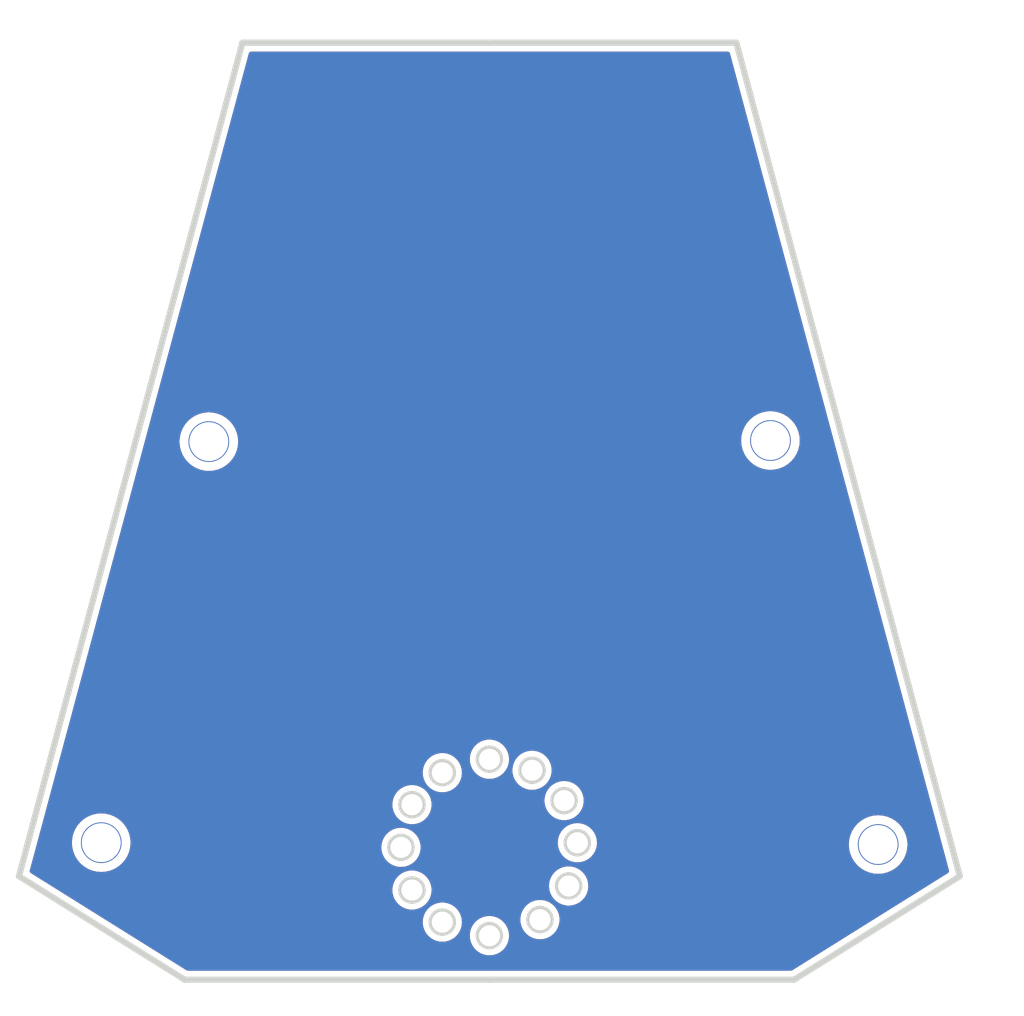
<source format=kicad_pcb>
(kicad_pcb (version 20211014) (generator pcbnew)
  (layers (0 "F.Cu" signal) (31 "B.Cu" signal) (34 "B.Paste" user) (35 "F.Paste" user) (36 "B.SilkS" user "B.Silkscreen") (37 "F.SilkS" user "F.Silkscreen") (38 "B.Mask" user) (39 "F.Mask" user) (44 "Edge.Cuts" user))
  (net 0 "")
  (net 1 "GND")
  (footprint "nowt_parts:led_hole_1.2mm" (layer "F.Cu") (at 44.54 65.96)
    (fp_text reference "Ref**" hide)
    (fp_text value "Val**" hide)
    (pad "" np_thru_hole circle (at 0 0) (size 1.2 1.2) (drill 1.2) (layers F&B.Cu *.Mask))
  )
  (footprint "nowt_parts:MountingHole_2.2mm_M2_Pad_mods" (layer "F.Cu") (at 19.685 61.595)
    (fp_text reference "REF**" hide)
    (fp_text value "pad")
    (pad "1" thru_hole circle (at 0 0) (size 2.3 2.3) (drill 2.2) (layers *.Cu *.Mask))
  )
  (footprint "nowt_parts:led_hole_1.2mm" (layer "F.Cu") (at 44.09 57.49)
    (fp_text reference "Ref**" hide)
    (fp_text value "Val**" hide)
    (pad "" np_thru_hole circle (at 0 0) (size 1.2 1.2) (drill 1.2) (layers F&B.Cu *.Mask))
  )
  (footprint "nowt_parts:led_hole_1.2mm" (layer "F.Cu") (at 46.66 61.6)
    (fp_text reference "Ref**" hide)
    (fp_text value "Val**" hide)
    (pad "" np_thru_hole circle (at 0 0) (size 1.2 1.2) (drill 1.2) (layers F&B.Cu *.Mask))
  )
  (footprint "nowt_parts:led_hole_1.2mm" (layer "F.Cu") (at 45.91 59.21)
    (fp_text reference "Ref**" hide)
    (fp_text value "Val**" hide)
    (pad "" np_thru_hole circle (at 0 0) (size 1.2 1.2) (drill 1.2) (layers F&B.Cu *.Mask))
  )
  (footprint "nowt_parts:led_hole_1.2mm" (layer "F.Cu") (at 36.67 61.86)
    (fp_text reference "Ref**" hide)
    (fp_text value "Val**" hide)
    (pad "" np_thru_hole circle (at 0 0) (size 1.2 1.2) (drill 1.2) (layers F&B.Cu *.Mask))
  )
  (footprint "nowt_parts:led_hole_1.2mm" (layer "F.Cu") (at 37.29 64.28)
    (fp_text reference "Ref**" hide)
    (fp_text value "Val**" hide)
    (pad "" np_thru_hole circle (at 0 0) (size 1.2 1.2) (drill 1.2) (layers F&B.Cu *.Mask))
  )
  (footprint "nowt_parts:led_hole_1.2mm" (layer "F.Cu") (at 37.29 59.44)
    (fp_text reference "Ref**" hide)
    (fp_text value "Val**" hide)
    (pad "" np_thru_hole circle (at 0 0) (size 1.2 1.2) (drill 1.2) (layers F&B.Cu *.Mask))
  )
  (footprint "nowt_parts:led_hole_1.2mm" (layer "F.Cu") (at 39.01 66.1)
    (fp_text reference "Ref**" hide)
    (fp_text value "Val**" hide)
    (pad "" np_thru_hole circle (at 0 0) (size 1.2 1.2) (drill 1.2) (layers F&B.Cu *.Mask))
  )
  (footprint "nowt_parts:led_hole_1.2mm" (layer "F.Cu") (at 39.01 57.63)
    (fp_text reference "Ref**" hide)
    (fp_text value "Val**" hide)
    (pad "" np_thru_hole circle (at 0 0) (size 1.2 1.2) (drill 1.2) (layers F&B.Cu *.Mask))
  )
  (footprint "nowt_parts:MountingHole_2.2mm_M2_Pad_mods" (layer "F.Cu") (at 57.6 38.8)
    (fp_text reference "REF**" hide)
    (fp_text value "pad")
    (pad "1" thru_hole circle (at 0 0) (size 2.3 2.3) (drill 2.2) (layers *.Cu *.Mask))
  )
  (footprint "nowt_parts:led_hole_1.2mm" (layer "F.Cu") (at 41.68 66.87)
    (fp_text reference "Ref**" hide)
    (fp_text value "Val**" hide)
    (pad "" np_thru_hole circle (at 0 0) (size 1.2 1.2) (drill 1.2) (layers F&B.Cu *.Mask))
  )
  (footprint "nowt_parts:led_hole_1.2mm" (layer "F.Cu") (at 41.68 56.87)
    (fp_text reference "Ref**" hide)
    (fp_text value "Val**" hide)
    (pad "" np_thru_hole circle (at 0 0) (size 1.2 1.2) (drill 1.2) (layers F&B.Cu *.Mask))
  )
  (footprint "nowt_parts:led_hole_1.2mm" (layer "F.Cu") (at 46.17 64.05)
    (fp_text reference "Ref**" hide)
    (fp_text value "Val**" hide)
    (pad "" np_thru_hole circle (at 0 0) (size 1.2 1.2) (drill 1.2) (layers F&B.Cu *.Mask))
  )
  (footprint "nowt_parts:MountingHole_2.2mm_M2_Pad_mods" (layer "F.Cu") (at 63.7 61.7)
    (fp_text reference "REF**" hide)
    (fp_text value "pad")
    (pad "1" thru_hole circle (at 0 0) (size 2.3 2.3) (drill 2.2) (layers *.Cu *.Mask))
  )
  (footprint "nowt_parts:MountingHole_2.2mm_M2_Pad_mods" (layer "F.Cu") (at 25.781 38.862)
    (fp_text reference "REF**" hide)
    (fp_text value "pad")
    (pad "1" thru_hole circle (at 0 0) (size 2.3 2.3) (drill 2.2) (layers *.Cu *.Mask))
  )
  (gr_line (start 47.257959 61.564998) (end 47.255642 61.534527) (layer "Edge.Cuts") (width 0.349999))
  (gr_line (start 39.609456 57.623652) (end 39.609456 57.623652) (layer "Edge.Cuts") (width 0.349999))
  (gr_line (start 39.597266 57.502732) (end 39.590566 57.473704) (layer "Edge.Cuts") (width 0.349999))
  (gr_line (start 39.609456 57.623652) (end 39.608675 57.592776) (layer "Edge.Cuts") (width 0.349999))
  (gr_line (start 44.363373 66.522748) (end 44.391845 66.530833) (layer "Edge.Cuts") (width 0.349999))
  (gr_line (start 37.178842 61.548608) (end 37.163235 61.524265) (layer "Edge.Cuts") (width 0.349999))
  (gr_line (start 46.265863 59.692411) (end 46.288529 59.674598) (layer "Edge.Cuts") (width 0.349999))
  (gr_line (start 46.19575 61.977527) (end 46.214608 61.999298) (layer "Edge.Cuts") (width 0.349999))
  (gr_line (start 37.71497 63.856082) (end 37.694132 63.836216) (layer "Edge.Cuts") (width 0.349999))
  (gr_line (start 38.496319 65.784685) (end 38.481872 65.809811) (layer "Edge.Cuts") (width 0.349999))
  (gr_line (start 42.274525 66.890596) (end 42.275305 66.859721) (layer "Edge.Cuts") (width 0.349999))
  (gr_line (start 46.255313 61.151744) (end 46.234475 61.171611) (layer "Edge.Cuts") (width 0.349999))
  (gr_line (start 37.890706 59.439112) (end 37.889925 59.408237) (layer "Edge.Cuts") (width 0.349999))
  (gr_line (start 41.271878 66.415592) (end 41.251041 66.435459) (layer "Edge.Cuts") (width 0.349999))
  (gr_line (start 44.658307 57.695681) (end 44.667739 57.667802) (layer "Edge.Cuts") (width 0.349999))
  (gr_line (start 37.55083 64.821176) (end 37.576701 64.807926) (layer "Edge.Cuts") (width 0.349999))
  (gr_line (start 37.264925 61.890604) (end 37.265706 61.859728) (layer "Edge.Cuts") (width 0.349999))
  (gr_line (start 41.554384 57.447544) (end 41.583931 57.452821) (layer "Edge.Cuts") (width 0.349999))
  (gr_line (start 43.581579 57.178262) (end 43.567132 57.203388) (layer "Edge.Cuts") (width 0.349999))
  (gr_line (start 46.058739 61.595873) (end 46.058739 61.595873) (layer "Edge.Cuts") (width 0.349999))
  (gr_line (start 36.844127 62.432752) (end 36.872006 62.423319) (layer "Edge.Cuts") (width 0.349999))
  (gr_line (start 45.503447 58.767482) (end 45.48261 58.787349) (layer "Edge.Cuts") (width 0.349999))
  (gr_line (start 39.295451 58.151233) (end 39.320577 58.136786) (layer "Edge.Cuts") (width 0.349999))
  (gr_line (start 44.87726 65.452197) (end 44.852916 65.436591) (layer "Edge.Cuts") (width 0.349999))
  (gr_line (start 46.3103 58.767482) (end 46.288529 58.748624) (layer "Edge.Cuts") (width 0.349999))
  (gr_line (start 41.087494 66.738801) (end 41.082218 66.768347) (layer "Edge.Cuts") (width 0.349999))
  (gr_line (start 41.194503 67.218708) (end 41.212315 67.241374) (layer "Edge.Cuts") (width 0.349999))
  (gr_line (start 46.299749 62.076673) (end 46.323273 62.093401) (layer "Edge.Cuts") (width 0.349999))
  (gr_line (start 46.056822 59.79272) (end 46.085294 59.784635) (layer "Edge.Cuts") (width 0.349999))
  (gr_line (start 38.6278 58.086639) (end 38.650466 58.104451) (layer "Edge.Cuts") (width 0.349999))
  (gr_line (start 43.691289 57.045253) (end 43.670451 57.06512) (layer "Edge.Cuts") (width 0.349999))
  (gr_line (start 46.750155 64.167019) (end 46.755432 64.137472) (layer "Edge.Cuts") (width 0.349999))
  (gr_line (start 47.121728 61.21422) (end 47.10287 61.192449) (layer "Edge.Cuts") (width 0.349999))
  (gr_line (start 46.253721 64.639184) (end 46.283267 64.633908) (layer "Edge.Cuts") (width 0.349999))
  (gr_line (start 46.487985 59.061663) (end 46.4799 59.033191) (layer "Edge.Cuts") (width 0.349999))
  (gr_line (start 45.785952 59.79942) (end 45.815499 59.804696) (layer "Edge.Cuts") (width 0.349999))
  (gr_line (start 44.00096 65.689602) (end 43.988945 65.716179) (layer "Edge.Cuts") (width 0.349999))
  (gr_line (start 38.859506 65.514696) (end 38.831034 65.522781) (layer "Edge.Cuts") (width 0.349999))
  (gr_line (start 37.626171 59.93664) (end 37.649695 59.919911) (layer "Edge.Cuts") (width 0.349999))
  (gr_line (start 41.554384 66.271912) (end 41.525355 66.278612) (layer "Edge.Cuts") (width 0.349999))
  (gr_line (start 42.099569 66.435459) (end 42.078732 66.415592) (layer "Edge.Cuts") (width 0.349999))
  (gr_line (start 39.344921 58.121179) (end 39.368445 58.104451) (layer "Edge.Cuts") (width 0.349999))
  (gr_line (start 39.582481 66.274225) (end 39.590566 66.245753) (layer "Edge.Cuts") (width 0.349999))
  (gr_line (start 45.815499 58.618526) (end 45.785952 58.623803) (layer "Edge.Cuts") (width 0.349999))
  (gr_line (start 37.084406 58.875522) (end 37.057159 58.886265) (layer "Edge.Cuts") (width 0.349999))
  (gr_line (start 37.024695 61.378929) (end 37.001171 61.362201) (layer "Edge.Cuts") (width 0.349999))
  (gr_line (start 44.622298 57.775376) (end 44.635548 57.749505) (layer "Edge.Cuts") (width 0.349999))
  (gr_line (start 41.162169 57.170856) (end 41.177775 57.1952) (layer "Edge.Cuts") (width 0.349999))
  (gr_line (start 41.675305 56.259737) (end 41.644429 56.260518) (layer "Edge.Cuts") (width 0.349999))
  (gr_line (start 46.597391 60.998973) (end 46.567364 61.002788) (layer "Edge.Cuts") (width 0.349999))
  (gr_line (start 47.156269 61.26041) (end 47.139541 61.236886) (layer "Edge.Cuts") (width 0.349999))
  (gr_line (start 43.553882 57.749505) (end 43.567132 57.775376) (layer "Edge.Cuts") (width 0.349999))
  (gr_line (start 37.00471 58.911531) (end 36.979584 58.925978) (layer "Edge.Cuts") (width 0.349999))
  (gr_line (start 38.831034 66.668828) (end 38.859506 66.676913) (layer "Edge.Cuts") (width 0.349999))
  (gr_line (start 41.644429 66.260503) (end 41.613958 66.26282) (layer "Edge.Cuts") (width 0.349999))
  (gr_line (start 41.496883 57.432759) (end 41.525355 57.440845) (layer "Edge.Cuts") (width 0.349999))
  (gr_line (start 44.603141 66.546625) (end 44.633169 66.54281) (layer "Edge.Cuts") (width 0.349999))
  (gr_line (start 43.973795 56.901574) (end 43.944766 56.908273) (layer "Edge.Cuts") (width 0.349999))
  (gr_line (start 37.382079 60.032197) (end 37.411626 60.026921) (layer "Edge.Cuts") (width 0.349999))
  (gr_line (start 37.246816 61.70978) (end 37.238731 61.681308) (layer "Edge.Cuts") (width 0.349999))
  (gr_line (start 41.853727 67.432744) (end 41.881605 67.423311) (layer "Edge.Cuts") (width 0.349999))
  (gr_line (start 36.696581 61.260511) (end 36.665705 61.25973) (layer "Edge.Cuts") (width 0.349999))
  (gr_line (start 36.71768 59.260692) (end 36.709595 59.289164) (layer "Edge.Cuts") (width 0.349999))
  (gr_line (start 44.281669 66.490556) (end 44.308247 66.502572) (layer "Edge.Cuts") (width 0.349999))
  (gr_line (start 41.441758 67.412568) (end 41.469005 67.423311) (layer "Edge.Cuts") (width 0.349999))
  (gr_line (start 43.670451 57.06512) (end 43.650584 57.085958) (layer "Edge.Cuts") (width 0.349999))
  (gr_line (start 44.635548 57.229259) (end 44.622298 57.203388) (layer "Edge.Cuts") (width 0.349999))
  (gr_line (start 39.573048 66.302103) (end 39.582481 66.274225) (layer "Edge.Cuts") (width 0.349999))
  (gr_line (start 38.803156 66.659395) (end 38.831034 66.668828) (layer "Edge.Cuts") (width 0.349999))
  (gr_line (start 38.918082 58.216737) (end 38.948109 58.220553) (layer "Edge.Cuts") (width 0.349999))
  (gr_line (start 44.014211 66.235718) (end 44.028658 66.260845) (layer "Edge.Cuts") (width 0.349999))
  (gr_line (start 46.434457 58.925617) (end 46.42001 58.900491) (layer "Edge.Cuts") (width 0.349999))
  (gr_line (start 39.537039 65.809811) (end 39.522592 65.784685) (layer "Edge.Cuts") (width 0.349999))
  (gr_line (start 45.851225 63.532965) (end 45.826881 63.548572) (layer "Edge.Cuts") (width 0.349999))
  (gr_line (start 45.780691 63.583112) (end 45.75892 63.60197) (layer "Edge.Cuts") (width 0.349999))
  (gr_line (start 39.597266 65.974885) (end 39.590566 65.945857) (layer "Edge.Cuts") (width 0.349999))
  (gr_line (start 46.434457 59.497605) (end 46.447708 59.471734) (layer "Edge.Cuts") (width 0.349999))
  (gr_line (start 37.831539 59.699235) (end 37.843555 59.672658) (layer "Edge.Cuts") (width 0.349999))
  (gr_line (start 37.771507 64.639332) (end 37.788235 64.615808) (layer "Edge.Cuts") (width 0.349999))
  (gr_line (start 38.775909 66.648652) (end 38.803156 66.659395) (layer "Edge.Cuts") (width 0.349999))
  (gr_line (start 43.916294 58.062406) (end 43.944766 58.070491) (layer "Edge.Cuts") (width 0.349999))
  (gr_line (start 44.635548 57.749505) (end 44.647563 57.722928) (layer "Edge.Cuts") (width 0.349999))
  (gr_line (start 41.076085 56.82886) (end 41.075305 56.859736) (layer "Edge.Cuts") (width 0.349999))
  (gr_line (start 46.606477 63.642675) (end 46.58661 63.621837) (layer "Edge.Cuts") (width 0.349999))
  (gr_line (start 41.251041 67.283983) (end 41.271878 67.30385) (layer "Edge.Cuts") (width 0.349999))
  (gr_line (start 46.214608 61.192449) (end 46.19575 61.21422) (layer "Edge.Cuts") (width 0.349999))
  (gr_line (start 39.582481 65.917384) (end 39.573048 65.889506) (layer "Edge.Cuts") (width 0.349999))
  (gr_line (start 37.883792 59.347739) (end 37.878516 59.318192) (layer "Edge.Cuts") (width 0.349999))
  (gr_line (start 37.601827 63.76721) (end 37.576701 63.752763) (layer "Edge.Cuts") (width 0.349999))
  (gr_line (start 44.215637 58.077191) (end 44.244665 58.070491) (layer "Edge.Cuts") (width 0.349999))
  (gr_line (start 41.134471 67.119844) (end 41.147721 67.145714) (layer "Edge.Cuts") (width 0.349999))
  (gr_line (start 37.788235 59.774576) (end 37.803842 59.750232) (layer "Edge.Cuts") (width 0.349999))
  (gr_line (start 47.040395 61.132886) (end 47.017728 61.115074) (layer "Edge.Cuts") (width 0.349999))
  (gr_line (start 44.92345 66.412712) (end 44.945221 66.393853) (layer "Edge.Cuts") (width 0.349999))
  (gr_line (start 37.871816 64.130396) (end 37.863731 64.101924) (layer "Edge.Cuts") (width 0.349999))
  (gr_line (start 43.888415 56.925792) (end 43.861168 56.936535) (layer "Edge.Cuts") (width 0.349999))
  (gr_line (start 42.248331 66.6813) (end 42.238897 66.653422) (layer "Edge.Cuts") (width 0.349999))
  (gr_line (start 45.673326 59.764458) (end 45.700573 59.775202) (layer "Edge.Cuts") (width 0.349999))
  (gr_line (start 42.216139 57.119859) (end 42.228154 57.093281) (layer "Edge.Cuts") (width 0.349999))
  (gr_line (start 46.499961 59.120238) (end 46.494685 59.090691) (layer "Edge.Cuts") (width 0.349999))
  (gr_line (start 42.275305 56.859736) (end 42.275305 56.859736) (layer "Edge.Cuts") (width 0.349999))
  (gr_line (start 36.709595 64.430293) (end 36.71768 64.458765) (layer "Edge.Cuts") (width 0.349999))
  (gr_line (start 41.961301 57.387317) (end 41.986427 57.37287) (layer "Edge.Cuts") (width 0.349999))
  (gr_line (start 41.102279 57.038156) (end 41.111712 57.066035) (layer "Edge.Cuts") (width 0.349999))
  (gr_line (start 46.162346 64.646098) (end 46.193222 64.645317) (layer "Edge.Cuts") (width 0.349999))
  (gr_line (start 36.354584 62.372862) (end 36.37971 62.38731) (layer "Edge.Cuts") (width 0.349999))
  (gr_line (start 44.028658 66.260845) (end 44.044265 66.285188) (layer "Edge.Cuts") (width 0.349999))
  (gr_line (start 46.242339 59.709139) (end 46.265863 59.692411) (layer "Edge.Cuts") (width 0.349999))
  (gr_line (start 39.608675 57.592776) (end 39.606358 57.562306) (layer "Edge.Cuts") (width 0.349999))
  (gr_line (start 46.214608 61.999298) (end 46.234475 62.020135) (layer "Edge.Cuts") (width 0.349999))
  (gr_line (start 44.592244 57.153918) (end 44.575516 57.130395) (layer "Edge.Cuts") (width 0.349999))
  (gr_line (start 44.622298 57.203388) (end 44.607851 57.178262) (layer "Edge.Cuts") (width 0.349999))
  (gr_line (start 44.308247 65.396877) (end 44.281669 65.408893) (layer "Edge.Cuts") (width 0.349999))
  (gr_line (start 42.202889 67.145714) (end 42.216139 67.119844) (layer "Edge.Cuts") (width 0.349999))
  (gr_line (start 36.487284 61.286705) (end 36.459406 61.296138) (layer "Edge.Cuts") (width 0.349999))
  (gr_line (start 37.112284 64.853368) (end 37.140756 64.861453) (layer "Edge.Cuts") (width 0.349999))
  (gr_line (start 45.598756 63.839801) (end 45.589323 63.867679) (layer "Edge.Cuts") (width 0.349999))
  (gr_line (start 39.391111 58.086639) (end 39.412882 58.067781) (layer "Edge.Cuts") (width 0.349999))
  (gr_line (start 46.452438 61.032283) (end 46.425191 61.043026) (layer "Edge.Cuts") (width 0.349999))
  (gr_line (start 39.159405 58.204761) (end 39.187877 58.196675) (layer "Edge.Cuts") (width 0.349999))
  (gr_line (start 45.319064 59.332531) (end 45.325763 59.361559) (layer "Edge.Cuts") (width 0.349999))
  (gr_line (start 36.065705 61.859728) (end 36.066486 61.890604) (layer "Edge.Cuts") (width 0.349999))
  (gr_line (start 44.662715 66.537533) (end 44.691744 66.530833) (layer "Edge.Cuts") (width 0.349999))
  (gr_line (start 44.720216 66.522748) (end 44.748095 66.513315) (layer "Edge.Cuts") (width 0.349999))
  (gr_line (start 44.06384 58.0886) (end 44.094716 58.089381) (layer "Edge.Cuts") (width 0.349999))
  (gr_line (start 46.743455 64.196047) (end 46.750155 64.167019) (layer "Edge.Cuts") (width 0.349999))
  (gr_line (start 41.078402 66.798375) (end 41.076085 66.828845) (layer "Edge.Cuts") (width 0.349999))
  (gr_line (start 36.691486 59.408237) (end 36.690705 59.439112) (layer "Edge.Cuts") (width 0.349999))
  (gr_line (start 44.35484 56.948551) (end 44.328263 56.936535) (layer "Edge.Cuts") (width 0.349999))
  (gr_line (start 37.290705 58.839114) (end 37.259829 58.839894) (layer "Edge.Cuts") (width 0.349999))
  (gr_line (start 44.420873 65.361916) (end 44.391845 65.368616) (layer "Edge.Cuts") (width 0.349999))
  (gr_line (start 44.647563 57.722928) (end 44.658307 57.695681) (layer "Edge.Cuts") (width 0.349999))
  (gr_line (start 41.122456 56.62619) (end 41.111712 56.653437) (layer "Edge.Cuts") (width 0.349999))
  (gr_line (start 37.146507 62.218716) (end 37.163235 62.195192) (layer "Edge.Cuts") (width 0.349999))
  (gr_line (start 36.124872 61.599605) (end 36.112856 61.626183) (layer "Edge.Cuts") (width 0.349999))
  (gr_line (start 43.531123 57.695681) (end 43.541866 57.722928) (layer "Edge.Cuts") (width 0.349999))
  (gr_line (start 37.057159 63.727497) (end 37.030581 63.739513) (layer "Edge.Cuts") (width 0.349999))
  (gr_line (start 15.02406 63.496104) (end 15.02406 63.496104) (layer "Edge.Cuts") (width 0.349999))
  (gr_line (start 36.37971 62.38731) (end 36.405581 62.40056) (layer "Edge.Cuts") (width 0.349999))
  (gr_line (start 41.364183 66.346587) (end 41.339839 66.362193) (layer "Edge.Cuts") (width 0.349999))
  (gr_line (start 41.082218 56.951109) (end 41.087494 56.980656) (layer "Edge.Cuts") (width 0.349999))
  (gr_line (start 36.072618 61.768355) (end 36.068803 61.798382) (layer "Edge.Cuts") (width 0.349999))
  (gr_line (start 42.078732 56.415607) (end 42.056961 56.396749) (layer "Edge.Cuts") (width 0.349999))
  (gr_line (start 46.145603 61.906993) (end 46.16121 61.931337) (layer "Edge.Cuts") (width 0.349999))
  (gr_line (start 44.335494 65.386134) (end 44.308247 65.396877) (layer "Edge.Cuts") (width 0.349999))
  (gr_line (start 44.244665 58.070491) (end 44.273137 58.062406) (layer "Edge.Cuts") (width 0.349999))
  (gr_line (start 36.702895 64.401264) (end 36.709595 64.430293) (layer "Edge.Cuts") (width 0.349999))
  (gr_line (start 42.138294 67.241374) (end 42.156107 67.218708) (layer "Edge.Cuts") (width 0.349999))
  (gr_line (start 39.009455 66.695803) (end 39.009455 66.695803) (layer "Edge.Cuts") (width 0.349999))
  (gr_line (start 37.890706 59.439112) (end 37.890706 59.439112) (layer "Edge.Cuts") (width 0.349999))
  (gr_line (start 37.440655 63.699236) (end 37.411626 63.692536) (layer "Edge.Cuts") (width 0.349999))
  (gr_line (start 39.522592 57.312532) (end 39.506985 57.288188) (layer "Edge.Cuts") (width 0.349999))
  (gr_line (start 46.743455 63.896151) (end 46.73537 63.867679) (layer "Edge.Cuts") (width 0.349999))
  (gr_line (start 42.119436 57.26316) (end 42.138294 57.24139) (layer "Edge.Cuts") (width 0.349999))
  (gr_line (start 43.783594 56.976248) (end 43.75925 56.991855) (layer "Edge.Cuts") (width 0.349999))
  (gr_line (start 37.00471 59.966694) (end 37.030581 59.979944) (layer "Edge.Cuts") (width 0.349999))
  (gr_line (start 45.803357 63.5653) (end 45.780691 63.583112) (layer "Edge.Cuts") (width 0.349999))
  (gr_line (start 45.598756 64.252398) (end 45.609499 64.279645) (layer "Edge.Cuts") (width 0.349999))
  (gr_line (start 43.953984 65.828805) (end 43.948707 65.858351) (layer "Edge.Cuts") (width 0.349999))
  (gr_line (start 45.354025 58.978066) (end 45.343282 59.005313) (layer "Edge.Cuts") (width 0.349999))
  (gr_line (start 41.075305 56.859736) (end 41.076085 56.890612) (layer "Edge.Cuts") (width 0.349999))
  (gr_line (start 36.727052 61.262828) (end 36.696581 61.260511) (layer "Edge.Cuts") (width 0.349999))
  (gr_line (start 44.430181 57.98691) (end 44.453705 57.970182) (layer "Edge.Cuts") (width 0.349999))
  (gr_line (start 37.863731 64.458765) (end 37.871816 64.430293) (layer "Edge.Cuts") (width 0.349999))
  (gr_line (start 41.853727 66.286697) (end 41.825254 66.278612) (layer "Edge.Cuts") (width 0.349999))
  (gr_line (start 46.056822 58.630502) (end 46.027793 58.623803) (layer "Edge.Cuts") (width 0.349999))
  (gr_line (start 38.831034 65.522781) (end 38.803156 65.532214) (layer "Edge.Cuts") (width 0.349999))
  (gr_line (start 38.445863 57.417353) (end 38.43643 57.445232) (layer "Edge.Cuts") (width 0.349999))
  (gr_line (start 46.070972 63.453014) (end 46.041425 63.458291) (layer "Edge.Cuts") (width 0.349999))
  (gr_line (start 45.141014 65.918849) (end 45.138697 65.888379) (layer "Edge.Cuts") (width 0.349999))
  (gr_line (start 42.228154 67.093266) (end 42.238897 67.066019) (layer "Edge.Cuts") (width 0.349999))
  (gr_line (start 37.887608 59.377766) (end 37.883792 59.347739) (layer "Edge.Cuts") (width 0.349999))
  (gr_line (start 46.095147 61.802172) (end 46.10589 61.829419) (layer "Edge.Cuts") (width 0.349999))
  (gr_line (start 46.944734 62.123455) (end 46.96986 62.109007) (layer "Edge.Cuts") (width 0.349999))
  (gr_line (start 45.379291 59.497605) (end 45.393738 59.522731) (layer "Edge.Cuts") (width 0.349999))
  (gr_line (start 45.815499 59.804696) (end 45.845526 59.808512) (layer "Edge.Cuts") (width 0.349999))
  (gr_line (start 41.389309 57.387317) (end 41.41518 57.400568) (layer "Edge.Cuts") (width 0.349999))
  (gr_line (start 44.720216 65.376701) (end 44.691744 65.368616) (layer "Edge.Cuts") (width 0.349999))
  (gr_line (start 44.480448 66.546625) (end 44.510918 66.548942) (layer "Edge.Cuts") (width 0.349999))
  (gr_line (start 37.112284 63.707321) (end 37.084406 63.716754) (layer "Edge.Cuts") (width 0.349999))
  (gr_line (start 42.216139 67.119844) (end 42.228154 67.093266) (layer "Edge.Cuts") (width 0.349999))
  (gr_line (start 43.988945 66.18327) (end 44.00096 66.209848) (layer "Edge.Cuts") (width 0.349999))
  (gr_line (start 46.331138 58.787349) (end 46.3103 58.767482) (layer "Edge.Cuts") (width 0.349999))
  (gr_line (start 39.602542 57.532279) (end 39.597266 57.502732) (layer "Edge.Cuts") (width 0.349999))
  (gr_line (start 45.728451 58.638588) (end 45.700573 58.648021) (layer "Edge.Cuts") (width 0.349999))
  (gr_line (start 36.221575 61.456304) (end 36.202716 61.478075) (layer "Edge.Cuts") (width 0.349999))
  (gr_line (start 46.027793 59.79942) (end 46.056822 59.79272) (layer "Edge.Cuts") (width 0.349999))
  (gr_line (start 42.119436 56.456311) (end 42.099569 56.435474) (layer "Edge.Cuts") (width 0.349999))
  (gr_line (start 41.583931 57.452821) (end 41.613958 57.456637) (layer "Edge.Cuts") (width 0.349999))
  (gr_line (start 44.985926 66.353149) (end 45.004784 66.331378) (layer "Edge.Cuts") (width 0.349999))
  (gr_line (start 43.691289 57.933511) (end 43.71306 57.952369) (layer "Edge.Cuts") (width 0.349999))
  (gr_line (start 43.495496 57.458507) (end 43.494715 57.489382) (layer "Edge.Cuts") (width 0.349999))
  (gr_line (start 45.525218 58.748624) (end 45.503447 58.767482) (layer "Edge.Cuts") (width 0.349999))
  (gr_line (start 41.122456 67.093266) (end 41.134471 67.119844) (layer "Edge.Cuts") (width 0.349999))
  (gr_line (start 46.750155 63.925179) (end 46.743455 63.896151) (layer "Edge.Cuts") (width 0.349999))
  (gr_line (start 41.796226 56.271927) (end 41.766679 56.266651) (layer "Edge.Cuts") (width 0.349999))
  (gr_line (start 39.391111 66.558792) (end 39.412882 66.539934) (layer "Edge.Cuts") (width 0.349999))
  (gr_line (start 43.494715 57.489382) (end 43.494715 57.489382) (layer "Edge.Cuts") (width 0.349999))
  (gr_line (start 45.646748 59.752443) (end 45.673326 59.764458) (layer "Edge.Cuts") (width 0.349999))
  (gr_line (start 44.182804 66.430524) (end 44.206328 66.447252) (layer "Edge.Cuts") (width 0.349999))
  (gr_line (start 37.112284 60.012136) (end 37.140756 60.020221) (layer "Edge.Cuts") (width 0.349999))
  (gr_line (start 45.75892 63.60197) (end 45.738083 63.621837) (layer "Edge.Cuts") (width 0.349999))
  (gr_line (start 43.506905 57.610302) (end 43.513605 57.63933) (layer "Edge.Cuts") (width 0.349999))
  (gr_line (start 43.650584 57.085958) (end 43.631726 57.107729) (layer "Edge.Cuts") (width 0.349999))
  (gr_line (start 37.112284 58.866089) (end 37.084406 58.875522) (layer "Edge.Cuts") (width 0.349999))
  (gr_line (start 36.102113 62.066027) (end 36.112856 62.093274) (layer "Edge.Cuts") (width 0.349999))
  (gr_line (start 44.510918 66.548942) (end 44.541794 66.549723) (layer "Edge.Cuts") (width 0.349999))
  (gr_line (start 38.6278 66.558792) (end 38.650466 66.576604) (layer "Edge.Cuts") (width 0.349999))
  (gr_line (start 37.883792 59.530485) (end 37.887608 59.500458) (layer "Edge.Cuts") (width 0.349999))
  (gr_line (start 44.633169 66.54281) (end 44.662715 66.537533) (layer "Edge.Cuts") (width 0.349999))
  (gr_line (start 44.273137 56.916359) (end 44.244665 56.908273) (layer "Edge.Cuts") (width 0.349999))
  (gr_line (start 39.130376 57.035843) (end 39.100829 57.030567) (layer "Edge.Cuts") (width 0.349999))
  (gr_line (start 36.931716 63.799545) (end 36.90905 63.817357) (layer "Edge.Cuts") (width 0.349999))
  (gr_line (start 45.393738 58.900491) (end 45.379291 58.925617) (layer "Edge.Cuts") (width 0.349999))
  (gr_line (start 41.706181 66.260503) (end 41.675305 66.259722) (layer "Edge.Cuts") (width 0.349999))
  (gr_line (start 36.072618 61.951102) (end 36.077895 61.980648) (layer "Edge.Cuts") (width 0.349999))
  (gr_line (start 38.481872 66.381798) (end 38.496319 66.406925) (layer "Edge.Cuts") (width 0.349999))
  (gr_line (start 46.288529 58.748624) (end 46.265863 58.730812) (layer "Edge.Cuts") (width 0.349999))
  (gr_line (start 38.888535 58.21146) (end 38.918082 58.216737) (layer "Edge.Cuts") (width 0.349999))
  (gr_line (start 42.172835 57.1952) (end 42.188441 57.170856) (layer "Edge.Cuts") (width 0.349999))
  (gr_line (start 45.129605 65.828805) (end 45.122905 65.799776) (layer "Edge.Cuts") (width 0.349999))
  (gr_line (start 41.075305 66.859721) (end 41.075305 66.859721) (layer "Edge.Cuts") (width 0.349999))
  (gr_line (start 37.694132 58.994983) (end 37.672361 58.976125) (layer "Edge.Cuts") (width 0.349999))
  (gr_line (start 45.443885 59.593265) (end 45.462743 59.615036) (layer "Edge.Cuts") (width 0.349999))
  (gr_line (start 44.156062 56.892481) (end 44.125592 56.890164) (layer "Edge.Cuts") (width 0.349999))
  (gr_line (start 37.259829 63.681127) (end 37.229359 63.683444) (layer "Edge.Cuts") (width 0.349999))
  (gr_line (start 42.275305 56.859736) (end 42.274525 56.82886) (layer "Edge.Cuts") (width 0.349999))
  (gr_line (start 46.506875 59.211611) (end 46.506875 59.211611) (layer "Edge.Cuts") (width 0.349999))
  (gr_line (start 42.010771 67.357248) (end 42.034295 67.34052) (layer "Edge.Cuts") (width 0.349999))
  (gr_line (start 39.070802 66.692705) (end 39.100829 66.68889) (layer "Edge.Cuts") (width 0.349999))
  (gr_line (start 46.918863 61.055042) (end 46.892285 61.043026) (layer "Edge.Cuts") (width 0.349999))
  (gr_line (start 43.973795 58.077191) (end 44.003341 58.082467) (layer "Edge.Cuts") (width 0.349999))
  (gr_line (start 46.077629 61.445925) (end 46.070929 61.474953) (layer "Edge.Cuts") (width 0.349999))
  (gr_line (start 41.293649 67.322708) (end 41.316315 67.34052) (layer "Edge.Cuts") (width 0.349999))
  (gr_line (start 46.470467 59.41791) (end 46.4799 59.390031) (layer "Edge.Cuts") (width 0.349999))
  (gr_line (start 39.573048 57.829951) (end 39.582481 57.802072) (layer "Edge.Cuts") (width 0.349999))
  (gr_line (start 42.138294 56.478082) (end 42.119436 56.456311) (layer "Edge.Cuts") (width 0.349999))
  (gr_line (start 45.069378 66.235718) (end 45.082628 66.209848) (layer "Edge.Cuts") (width 0.349999))
  (gr_line (start 37.265706 61.859728) (end 37.264925 61.828853) (layer "Edge.Cuts") (width 0.349999))
  (gr_line (start 41.613958 57.456637) (end 41.644429 57.458954) (layer "Edge.Cuts") (width 0.349999))
  (gr_line (start 45.756924 58.630502) (end 45.728451 58.638588) (layer "Edge.Cuts") (width 0.349999))
  (gr_line (start 37.382079 63.687259) (end 37.352052 63.683444) (layer "Edge.Cuts") (width 0.349999))
  (gr_line (start 46.117906 61.855996) (end 46.131156 61.881867) (layer "Edge.Cuts") (width 0.349999))
  (gr_line (start 45.48261 58.787349) (end 45.462743 58.808187) (layer "Edge.Cuts") (width 0.349999))
  (gr_line (start 45.039324 66.285188) (end 45.054931 66.260845) (layer "Edge.Cuts") (width 0.349999))
  (gr_line (start 42.172835 56.524272) (end 42.156107 56.500748) (layer "Edge.Cuts") (width 0.349999))
  (gr_line (start 42.248331 57.038156) (end 42.256416 57.009684) (layer "Edge.Cuts") (width 0.349999))
  (gr_line (start 45.325763 59.361559) (end 45.333849 59.390031) (layer "Edge.Cuts") (width 0.349999))
  (gr_line (start 43.501629 57.580755) (end 43.506905 57.610302) (layer "Edge.Cuts") (width 0.349999))
  (gr_line (start 46.061837 61.657219) (end 46.065653 61.687247) (layer "Edge.Cuts") (width 0.349999))
  (gr_line (start 37.163235 62.195192) (end 37.178842 62.170848) (layer "Edge.Cuts") (width 0.349999))
  (gr_line (start 36.749872 64.540467) (end 36.763122 64.566338) (layer "Edge.Cuts") (width 0.349999))
  (gr_line (start 36.33024 61.362201) (end 36.306716 61.378929) (layer "Edge.Cuts") (width 0.349999))
  (gr_line (start 42.275305 66.859721) (end 42.275305 66.859721) (layer "Edge.Cuts") (width 0.349999))
  (gr_line (start 46.537817 61.008065) (end 46.508789 61.014765) (layer "Edge.Cuts") (width 0.349999))
  (gr_line (start 36.827716 59.057458) (end 36.809904 59.080125) (layer "Edge.Cuts") (width 0.349999))
  (gr_line (start 44.476371 57.026395) (end 44.453705 57.008583) (layer "Edge.Cuts") (width 0.349999))
  (gr_line (start 46.544002 63.583112) (end 46.521336 63.5653) (layer "Edge.Cuts") (width 0.349999))
  (gr_line (start 45.700573 59.775202) (end 45.728451 59.784635) (layer "Edge.Cuts") (width 0.349999))
  (gr_line (start 41.766679 57.452821) (end 41.796226 57.447544) (layer "Edge.Cuts") (width 0.349999))
  (gr_line (start 38.6278 65.632817) (end 38.606029 65.651676) (layer "Edge.Cuts") (width 0.349999))
  (gr_line (start 37.878516 59.318192) (end 37.871816 59.289164) (layer "Edge.Cuts") (width 0.349999))
  (gr_line (start 37.001171 62.357256) (end 37.024695 62.340528) (layer "Edge.Cuts") (width 0.349999))
  (gr_line (start 36.702895 59.560032) (end 36.709595 59.58906) (layer "Edge.Cuts") (width 0.349999))
  (gr_line (start 44.18609 56.896297) (end 44.156062 56.892481) (layer "Edge.Cuts") (width 0.349999))
  (gr_line (start 37.218555 61.626183) (end 37.206539 61.599605) (layer "Edge.Cuts") (width 0.349999))
  (gr_line (start 46.368647 64.60969) (end 46.395893 64.598946) (layer "Edge.Cuts") (width 0.349999))
  (gr_line (start 36.068803 61.798382) (end 36.066486 61.828853) (layer "Edge.Cuts") (width 0.349999))
  (gr_line (start 46.283267 64.633908) (end 46.312296 64.627208) (layer "Edge.Cuts") (width 0.349999))
  (gr_line (start 41.177775 57.1952) (end 41.194503 57.218723) (layer "Edge.Cuts") (width 0.349999))
  (gr_line (start 46.521336 64.526898) (end 46.544002 64.509086) (layer "Edge.Cuts") (width 0.349999))
  (gr_line (start 39.472445 57.241998) (end 39.453587 57.220228) (layer "Edge.Cuts") (width 0.349999))
  (gr_line (start 43.735726 57.970182) (end 43.75925 57.98691) (layer "Edge.Cuts") (width 0.349999))
  (gr_line (start 46.473468 63.532965) (end 46.448342 63.518518) (layer "Edge.Cuts") (width 0.349999))
  (gr_line (start 45.681546 64.405087) (end 45.699358 64.427753) (layer "Edge.Cuts") (width 0.349999))
  (gr_line (start 38.565325 58.027076) (end 38.585192 58.047914) (layer "Edge.Cuts") (width 0.349999))
  (gr_line (start 38.546466 65.714151) (end 38.528654 65.736817) (layer "Edge.Cuts") (width 0.349999))
  (gr_line (start 37.889925 59.408237) (end 37.887608 59.377766) (layer "Edge.Cuts") (width 0.349999))
  (gr_line (start 39.26958 66.636636) (end 39.295451 66.623386) (layer "Edge.Cuts") (width 0.349999))
  (gr_line (start 44.18609 58.082467) (end 44.215637 58.077191) (layer "Edge.Cuts") (width 0.349999))
  (gr_line (start 38.456606 57.857197) (end 38.468622 57.883775) (layer "Edge.Cuts") (width 0.349999))
  (gr_line (start 43.861168 58.042229) (end 43.888415 58.052973) (layer "Edge.Cuts") (width 0.349999))
  (gr_line (start 46.061837 61.534527) (end 46.05952 61.564998) (layer "Edge.Cuts") (width 0.349999))
  (gr_line (start 39.130376 66.683613) (end 39.159405 66.676913) (layer "Edge.Cuts") (width 0.349999))
  (gr_line (start 45.673326 58.658764) (end 45.646748 58.67078) (layer "Edge.Cuts") (width 0.349999))
  (gr_line (start 42.078732 67.30385) (end 42.099569 67.283983) (layer "Edge.Cuts") (width 0.349999))
  (gr_line (start 45.649211 63.734979) (end 45.634764 63.760105) (layer "Edge.Cuts") (width 0.349999))
  (gr_line (start 37.024695 62.340528) (end 37.047361 62.322715) (layer "Edge.Cuts") (width 0.349999))
  (gr_line (start 46.567364 61.002788) (end 46.537817 61.008065) (layer "Edge.Cuts") (width 0.349999))
  (gr_line (start 41.134471 57.119859) (end 41.147721 57.14573) (layer "Edge.Cuts") (width 0.349999))
  (gr_line (start 39.550289 65.835682) (end 39.537039 65.809811) (layer "Edge.Cuts") (width 0.349999))
  (gr_line (start 42.268392 56.768363) (end 42.263115 56.738816) (layer "Edge.Cuts") (width 0.349999))
  (gr_line (start 44.215637 56.901574) (end 44.18609 56.896297) (layer "Edge.Cuts") (width 0.349999))
  (gr_line (start 46.508789 62.176982) (end 46.537817 62.183682) (layer "Edge.Cuts") (width 0.349999))
  (gr_line (start 37.08997 62.28399) (end 37.109837 62.263153) (layer "Edge.Cuts") (width 0.349999))
  (gr_line (start 46.759247 63.984753) (end 46.755432 63.954726) (layer "Edge.Cuts") (width 0.349999))
  (gr_line (start 44.538846 57.892807) (end 44.557704 57.871036) (layer "Edge.Cuts") (width 0.349999))
  (gr_line (start 46.892285 61.043026) (end 46.865038 61.032283) (layer "Edge.Cuts") (width 0.349999))
  (gr_line (start 44.575516 57.130395) (end 44.557704 57.107729) (layer "Edge.Cuts") (width 0.349999))
  (gr_line (start 43.531123 57.283084) (end 43.52169 57.310962) (layer "Edge.Cuts") (width 0.349999))
  (gr_line (start 37.576701 63.752763) (end 37.55083 63.739513) (layer "Edge.Cuts") (width 0.349999))
  (gr_line (start 37.878516 64.401264) (end 37.883792 64.371718) (layer "Edge.Cuts") (width 0.349999))
  (gr_line (start 43.944766 58.070491) (end 43.973795 58.077191) (layer "Edge.Cuts") (width 0.349999))
  (gr_line (start 39.320577 58.136786) (end 39.344921 58.121179) (layer "Edge.Cuts") (width 0.349999))
  (gr_line (start 45.122905 65.799776) (end 45.11482 65.771304) (layer "Edge.Cuts") (width 0.349999))
  (gr_line (start 43.513605 57.339434) (end 43.506905 57.368462) (layer "Edge.Cuts") (width 0.349999))
  (gr_line (start 46.643147 63.687112) (end 46.625335 63.664445) (layer "Edge.Cuts") (width 0.349999))
  (gr_line (start 37.863731 59.617532) (end 37.871816 59.58906) (layer "Edge.Cuts") (width 0.349999))
  (gr_line (start 45.409344 58.876147) (end 45.393738 58.900491) (layer "Edge.Cuts") (width 0.349999))
  (gr_line (start 45.462743 58.808187) (end 45.443885 58.829958) (layer "Edge.Cuts") (width 0.349999))
  (gr_line (start 39.453587 66.499229) (end 39.472445 66.477458) (layer "Edge.Cuts") (width 0.349999))
  (gr_line (start 37.440655 60.020221) (end 37.469127 60.012136) (layer "Edge.Cuts") (width 0.349999))
  (gr_line (start 39.100829 58.216737) (end 39.130376 58.21146) (layer "Edge.Cuts") (width 0.349999))
  (gr_line (start 45.307655 59.180736) (end 45.306874 59.211611) (layer "Edge.Cuts") (width 0.349999))
  (gr_line (start 41.961301 66.332139) (end 41.93543 66.318889) (layer "Edge.Cuts") (width 0.349999))
  (gr_line (start 47.083003 61.171611) (end 47.062165 61.151744) (layer "Edge.Cuts") (width 0.349999))
  (gr_line (start 38.412553 57.684998) (end 38.416368 57.715025) (layer "Edge.Cuts") (width 0.349999))
  (gr_line (start 45.937748 59.810829) (end 45.968219 59.808512) (layer "Edge.Cuts") (width 0.349999))
  (gr_line (start 44.687801 57.580755) (end 44.691616 57.550728) (layer "Edge.Cuts") (width 0.349999))
  (gr_line (start 39.522592 57.934772) (end 39.537039 57.909646) (layer "Edge.Cuts") (width 0.349999))
  (gr_line (start 41.675305 69.359728) (end 41.675305 69.359728) (layer "Edge.Cuts") (width 0.349999))
  (gr_line (start 38.650466 65.615005) (end 38.6278 65.632817) (layer "Edge.Cuts") (width 0.349999))
  (gr_line (start 46.506875 59.211611) (end 46.506094 59.180736) (layer "Edge.Cuts") (width 0.349999))
  (gr_line (start 39.215756 66.659395) (end 39.243003 66.648652) (layer "Edge.Cuts") (width 0.349999))
  (gr_line (start 38.546466 57.241998) (end 38.528654 57.264664) (layer "Edge.Cuts") (width 0.349999))
  (gr_line (start 46.779659 61.008065) (end 46.750112 61.002788) (layer "Edge.Cuts") (width 0.349999))
  (gr_line (start 36.487284 62.432752) (end 36.515756 62.440837) (layer "Edge.Cuts") (width 0.349999))
  (gr_line (start 38.749331 57.08282) (end 38.72346 57.096071) (layer "Edge.Cuts") (width 0.349999))
  (gr_line (start 44.405837 56.976248) (end 44.380711 56.961801) (layer "Edge.Cuts") (width 0.349999))
  (gr_line (start 46.565772 63.60197) (end 46.544002 63.583112) (layer "Edge.Cuts") (width 0.349999))
  (gr_line (start 46.19575 61.21422) (end 46.177938 61.236886) (layer "Edge.Cuts") (width 0.349999))
  (gr_line (start 46.145603 61.284753) (end 46.131156 61.30988) (layer "Edge.Cuts") (width 0.349999))
  (gr_line (start 37.128695 61.478075) (end 37.109837 61.456304) (layer "Edge.Cuts") (width 0.349999))
  (gr_line (start 37.878516 64.159425) (end 37.871816 64.130396) (layer "Edge.Cuts") (width 0.349999))
  (gr_line (start 39.597266 57.744572) (end 39.602542 57.715025) (layer "Edge.Cuts") (width 0.349999))
  (gr_line (start 41.231174 57.26316) (end 41.251041 57.283998) (layer "Edge.Cuts") (width 0.349999))
  (gr_line (start 45.906872 58.611613) (end 45.906872 58.611613) (layer "Edge.Cuts") (width 0.349999))
  (gr_line (start 39.602542 66.004431) (end 39.597266 65.974885) (layer "Edge.Cuts") (width 0.349999))
  (gr_line (start 46.658738 62.195872) (end 46.689614 62.195091) (layer "Edge.Cuts") (width 0.349999))
  (gr_line (start 36.887279 63.836216) (end 36.866442 63.856082) (layer "Edge.Cuts") (width 0.349999))
  (gr_line (start 46.761564 64.015224) (end 46.759247 63.984753) (layer "Edge.Cuts") (width 0.349999))
  (gr_line (start 37.497006 58.875522) (end 37.469127 58.866089) (layer "Edge.Cuts") (width 0.349999))
  (gr_line (start 44.541794 66.549723) (end 44.541794 66.549723) (layer "Edge.Cuts") (width 0.349999))
  (gr_line (start 38.650466 66.576604) (end 38.67399 66.593332) (layer "Edge.Cuts") (width 0.349999))
  (gr_line (start 36.690705 64.280344) (end 36.691486 64.31122) (layer "Edge.Cuts") (width 0.349999))
  (gr_line (start 41.231174 66.456296) (end 41.212315 66.478067) (layer "Edge.Cuts") (width 0.349999))
  (gr_line (start 44.694714 57.489382) (end 44.694714 57.489382) (layer "Edge.Cuts") (width 0.349999))
  (gr_line (start 45.36604 58.951488) (end 45.354025 58.978066) (layer "Edge.Cuts") (width 0.349999))
  (gr_line (start 41.075305 56.859736) (end 41.075305 56.859736) (layer "Edge.Cuts") (width 0.349999))
  (gr_line (start 36.693803 64.218998) (end 36.691486 64.249469) (layer "Edge.Cuts") (width 0.349999))
  (gr_line (start 42.034295 66.378921) (end 42.010771 66.362193) (layer "Edge.Cuts") (width 0.349999))
  (gr_line (start 36.066486 61.890604) (end 36.068803 61.921074) (layer "Edge.Cuts") (width 0.349999))
  (gr_line (start 38.72346 65.568223) (end 38.698334 65.582671) (layer "Edge.Cuts") (width 0.349999))
  (gr_line (start 36.112856 62.093274) (end 36.124872 62.119851) (layer "Edge.Cuts") (width 0.349999))
  (gr_line (start 39.590566 65.945857) (end 39.582481 65.917384) (layer "Edge.Cuts") (width 0.349999))
  (gr_line (start 41.076085 56.890612) (end 41.078402 56.921082) (layer "Edge.Cuts") (width 0.349999))
  (gr_line (start 46.217995 59.724745) (end 46.242339 59.709139) (layer "Edge.Cuts") (width 0.349999))
  (gr_line (start 46.242339 58.714084) (end 46.217995 58.698477) (layer "Edge.Cuts") (width 0.349999))
  (gr_line (start 37.524253 64.833192) (end 37.55083 64.821176) (layer "Edge.Cuts") (width 0.349999))
  (gr_line (start 46.3103 59.65574) (end 46.331138 59.635873) (layer "Edge.Cuts") (width 0.349999))
  (gr_line (start 41.736652 66.26282) (end 41.706181 66.260503) (layer "Edge.Cuts") (width 0.349999))
  (gr_line (start 41.316315 56.378937) (end 41.293649 56.396749) (layer "Edge.Cuts") (width 0.349999))
  (gr_line (start 45.595752 58.698477) (end 45.571408 58.714084) (layer "Edge.Cuts") (width 0.349999))
  (gr_line (start 36.737856 59.205567) (end 36.727113 59.232814) (layer "Edge.Cuts") (width 0.349999))
  (gr_line (start 45.983925 64.619123) (end 46.012397 64.627208) (layer "Edge.Cuts") (width 0.349999))
  (gr_line (start 38.410236 66.12668) (end 38.412553 66.157151) (layer "Edge.Cuts") (width 0.349999))
  (gr_line (start 37.649695 63.799545) (end 37.626171 63.782817) (layer "Edge.Cuts") (width 0.349999))
  (gr_line (start 44.966059 65.525463) (end 44.945221 65.505596) (layer "Edge.Cuts") (width 0.349999))
  (gr_line (start 37.128695 62.241382) (end 37.146507 62.218716) (layer "Edge.Cuts") (width 0.349999))
  (gr_line (start 45.354025 59.445157) (end 45.36604 59.471734) (layer "Edge.Cuts") (width 0.349999))
  (gr_line (start 46.506094 59.242487) (end 46.506875 59.211611) (layer "Edge.Cuts") (width 0.349999))
  (gr_line (start 38.409455 57.623652) (end 38.410236 57.654528) (layer "Edge.Cuts") (width 0.349999))
  (gr_line (start 36.872006 62.423319) (end 36.899253 62.412576) (layer "Edge.Cuts") (width 0.349999))
  (gr_line (start 37.262608 61.798382) (end 37.258792 61.768355) (layer "Edge.Cuts") (width 0.349999))
  (gr_line (start 43.52169 57.667802) (end 43.531123 57.695681) (layer "Edge.Cuts") (width 0.349999))
  (gr_line (start 36.066486 61.828853) (end 36.065705 61.859728) (layer "Edge.Cuts") (width 0.349999))
  (gr_line (start 38.565325 57.220228) (end 38.546466 57.241998) (layer "Edge.Cuts") (width 0.349999))
  (gr_line (start 36.763122 64.566338) (end 36.777569 64.591464) (layer "Edge.Cuts") (width 0.349999))
  (gr_line (start 43.506905 57.368462) (end 43.501629 57.398009) (layer "Edge.Cuts") (width 0.349999))
  (gr_line (start 45.906872 59.81161) (end 45.906872 59.81161) (layer "Edge.Cuts") (width 0.349999))
  (gr_line (start 45.983925 63.473076) (end 45.956046 63.482509) (layer "Edge.Cuts") (width 0.349999))
  (gr_line (start 45.105387 66.156023) (end 45.11482 66.128145) (layer "Edge.Cuts") (width 0.349999))
  (gr_line (start 39.609456 66.095805) (end 39.609456 66.095805) (layer "Edge.Cuts") (width 0.349999))
  (gr_line (start 44.557704 57.107729) (end 44.538846 57.085958) (layer "Edge.Cuts") (width 0.349999))
  (gr_line (start 36.168176 62.195192) (end 36.184904 62.218716) (layer "Edge.Cuts") (width 0.349999))
  (gr_line (start 44.044265 66.285188) (end 44.060993 66.308712) (layer "Edge.Cuts") (width 0.349999))
  (gr_line (start 44.852916 66.462859) (end 44.87726 66.447252) (layer "Edge.Cuts") (width 0.349999))
  (gr_line (start 38.416368 57.715025) (end 38.421645 57.744572) (layer "Edge.Cuts") (width 0.349999))
  (gr_line (start 39.187877 66.668828) (end 39.215756 66.659395) (layer "Edge.Cuts") (width 0.349999))
  (gr_line (start 38.528654 65.736817) (end 38.511926 65.760341) (layer "Edge.Cuts") (width 0.349999))
  (gr_line (start 36.574332 62.452813) (end 36.604359 62.456629) (layer "Edge.Cuts") (width 0.349999))
  (gr_line (start 37.788235 59.103648) (end 37.771507 59.080125) (layer "Edge.Cuts") (width 0.349999))
  (gr_line (start 41.389309 67.387302) (end 41.41518 67.400552) (layer "Edge.Cuts") (width 0.349999))
  (gr_line (start 36.138122 62.145722) (end 36.152569 62.170848) (layer "Edge.Cuts") (width 0.349999))
  (gr_line (start 45.589323 63.867679) (end 45.581237 63.896151) (layer "Edge.Cuts") (width 0.349999))
  (gr_line (start 39.009455 66.695803) (end 39.040331 66.695022) (layer "Edge.Cuts") (width 0.349999))
  (gr_line (start 45.343282 59.005313) (end 45.333849 59.033191) (layer "Edge.Cuts") (width 0.349999))
  (gr_line (start 37.140756 64.861453) (end 37.169785 64.868153) (layer "Edge.Cuts") (width 0.349999))
  (gr_line (start 46.761564 64.076975) (end 46.762345 64.046099) (layer "Edge.Cuts") (width 0.349999))
  (gr_line (start 37.084406 60.002703) (end 37.112284 60.012136) (layer "Edge.Cuts") (width 0.349999))
  (gr_line (start 37.734837 63.87692) (end 37.71497 63.856082) (layer "Edge.Cuts") (width 0.349999))
  (gr_line (start 39.368445 66.576604) (end 39.391111 66.558792) (layer "Edge.Cuts") (width 0.349999))
  (gr_line (start 46.42001 58.900491) (end 46.404403 58.876147) (layer "Edge.Cuts") (width 0.349999))
  (gr_line (start 41.147721 66.573727) (end 41.134471 66.599598) (layer "Edge.Cuts") (width 0.349999))
  (gr_line (start 38.749331 58.164484) (end 38.775909 58.176499) (layer "Edge.Cuts") (width 0.349999))
  (gr_line (start 37.290705 64.880343) (end 37.321581 64.879562) (layer "Edge.Cuts") (width 0.349999))
  (gr_line (start 36.931716 64.761144) (end 36.95524 64.777872) (layer "Edge.Cuts") (width 0.349999))
  (gr_line (start 37.146507 61.500741) (end 37.128695 61.478075) (layer "Edge.Cuts") (width 0.349999))
  (gr_line (start 46.448342 64.573681) (end 46.473468 64.559233) (layer "Edge.Cuts") (width 0.349999))
  (gr_line (start 41.364183 56.346602) (end 41.339839 56.362208) (layer "Edge.Cuts") (width 0.349999))
  (gr_line (start 39.453587 58.027076) (end 39.472445 58.005306) (layer "Edge.Cuts") (width 0.349999))
  (gr_line (start 38.775909 57.070805) (end 38.749331 57.08282) (layer "Edge.Cuts") (width 0.349999))
  (gr_line (start 38.546466 58.005306) (end 38.565325 58.027076) (layer "Edge.Cuts") (width 0.349999))
  (gr_line (start 43.71306 57.952369) (end 43.735726 57.970182) (layer "Edge.Cuts") (width 0.349999))
  (gr_line (start 44.82779 65.422143) (end 44.801919 65.408893) (layer "Edge.Cuts") (width 0.349999))
  (gr_line (start 37.55083 59.979944) (end 37.576701 59.966694) (layer "Edge.Cuts") (width 0.349999))
  (gr_line (start 39.590566 66.245753) (end 39.597266 66.216725) (layer "Edge.Cuts") (width 0.349999))
  (gr_line (start 43.553882 57.229259) (end 43.541866 57.255837) (layer "Edge.Cuts") (width 0.349999))
  (gr_line (start 38.445863 66.302103) (end 38.456606 66.32935) (layer "Edge.Cuts") (width 0.349999))
  (gr_line (start 38.416368 66.187178) (end 38.421645 66.216725) (layer "Edge.Cuts") (width 0.349999))
  (gr_line (start 46.808687 61.014765) (end 46.779659 61.008065) (layer "Edge.Cuts") (width 0.349999))
  (gr_line (start 46.4799 59.033191) (end 46.470467 59.005313) (layer "Edge.Cuts") (width 0.349999))
  (gr_line (start 43.953984 66.070645) (end 43.960684 66.099673) (layer "Edge.Cuts") (width 0.349999))
  (gr_line (start 45.134881 65.858351) (end 45.129605 65.828805) (layer "Edge.Cuts") (width 0.349999))
  (gr_line (start 36.90905 58.976125) (end 36.887279 58.994983) (layer "Edge.Cuts") (width 0.349999))
  (gr_line (start 39.009455 65.495806) (end 38.978579 65.496587) (layer "Edge.Cuts") (width 0.349999))
  (gr_line (start 46.689614 60.996656) (end 46.658738 60.995875) (layer "Edge.Cuts") (width 0.349999))
  (gr_line (start 45.569261 64.137472) (end 45.574538 64.167019) (layer "Edge.Cuts") (width 0.349999))
  (gr_line (start 38.67399 65.598277) (end 38.650466 65.615005) (layer "Edge.Cuts") (width 0.349999))
  (gr_line (start 36.737856 64.046799) (end 36.727113 64.074046) (layer "Edge.Cuts") (width 0.349999))
  (gr_line (start 37.626171 58.941585) (end 37.601827 58.925978) (layer "Edge.Cuts") (width 0.349999))
  (gr_line (start 24.407822 69.359728) (end 41.675305 69.359728) (layer "Edge.Cuts") (width 0.349999))
  (gr_line (start 36.793176 64.615808) (end 36.809904 64.639332) (layer "Edge.Cuts") (width 0.349999))
  (gr_line (start 44.301016 56.925792) (end 44.273137 56.916359) (layer "Edge.Cuts") (width 0.349999))
  (gr_line (start 44.014211 65.663731) (end 44.00096 65.689602) (layer "Edge.Cuts") (width 0.349999))
  (gr_line (start 38.606029 66.539934) (end 38.6278 66.558792) (layer "Edge.Cuts") (width 0.349999))
  (gr_line (start 45.563129 64.076975) (end 45.565446 64.107445) (layer "Edge.Cuts") (width 0.349999))
  (gr_line (start 46.012397 63.46499) (end 45.983925 63.473076) (layer "Edge.Cuts") (width 0.349999))
  (gr_line (start 43.650584 57.892807) (end 43.670451 57.913644) (layer "Edge.Cuts") (width 0.349999))
  (gr_line (start 39.490257 57.264664) (end 39.472445 57.241998) (layer "Edge.Cuts") (width 0.349999))
  (gr_line (start 43.968769 66.128145) (end 43.978202 66.156023) (layer "Edge.Cuts") (width 0.349999))
  (gr_line (start 46.508789 61.014765) (end 46.480317 61.02285) (layer "Edge.Cuts") (width 0.349999))
  (gr_line (start 44.82779 66.477306) (end 44.852916 66.462859) (layer "Edge.Cuts") (width 0.349999))
  (gr_line (start 47.222332 61.389575) (end 47.211589 61.362328) (layer "Edge.Cuts") (width 0.349999))
  (gr_line (start 46.422471 63.505267) (end 46.395893 63.493252) (layer "Edge.Cuts") (width 0.349999))
  (gr_line (start 44.92345 65.486737) (end 44.900784 65.468925) (layer "Edge.Cuts") (width 0.349999))
  (gr_line (start 37.601827 58.925978) (end 37.576701 58.911531) (layer "Edge.Cuts") (width 0.349999))
  (gr_line (start 41.339839 56.362208) (end 41.316315 56.378937) (layer "Edge.Cuts") (width 0.349999))
  (gr_line (start 39.590566 57.7736) (end 39.597266 57.744572) (layer "Edge.Cuts") (width 0.349999))
  (gr_line (start 36.976827 62.372862) (end 37.001171 62.357256) (layer "Edge.Cuts") (width 0.349999))
  (gr_line (start 41.675305 56.259737) (end 41.675305 56.259737) (layer "Edge.Cuts") (width 0.349999))
  (gr_line (start 37.694132 63.836216) (end 37.672361 63.817357) (layer "Edge.Cuts") (width 0.349999))
  (gr_line (start 47.139541 61.236886) (end 47.121728 61.21422) (layer "Edge.Cuts") (width 0.349999))
  (gr_line (start 44.694714 57.489382) (end 44.694714 57.489382) (layer "Edge.Cuts") (width 0.349999))
  (gr_line (start 43.631726 57.107729) (end 43.613914 57.130395) (layer "Edge.Cuts") (width 0.349999))
  (gr_line (start 37.672361 59.902099) (end 37.694132 59.883241) (layer "Edge.Cuts") (width 0.349999))
  (gr_line (start 36.777569 64.591464) (end 36.793176 64.615808) (layer "Edge.Cuts") (width 0.349999))
  (gr_line (start 37.259829 58.839894) (end 37.229359 58.842211) (layer "Edge.Cuts") (width 0.349999))
  (gr_line (start 46.762345 64.046099) (end 46.762345 64.046099) (layer "Edge.Cuts") (width 0.349999))
  (gr_line (start 38.859506 66.676913) (end 38.888535 66.683613) (layer "Edge.Cuts") (width 0.349999))
  (gr_line (start 38.421645 57.502732) (end 38.416368 57.532279) (layer "Edge.Cuts") (width 0.349999))
  (gr_line (start 37.258792 61.951102) (end 37.262608 61.921074) (layer "Edge.Cuts") (width 0.349999))
  (gr_line (start 39.243003 65.542957) (end 39.215756 65.532214) (layer "Edge.Cuts") (width 0.349999))
  (gr_line (start 37.352052 60.036013) (end 37.382079 60.032197) (layer "Edge.Cuts") (width 0.349999))
  (gr_line (start 45.928799 63.493252) (end 45.902222 63.505267) (layer "Edge.Cuts") (width 0.349999))
  (gr_line (start 37.199332 58.846027) (end 37.169785 58.851304) (layer "Edge.Cuts") (width 0.349999))
  (gr_line (start 45.738083 63.621837) (end 45.718216 63.642675) (layer "Edge.Cuts") (width 0.349999))
  (gr_line (start 42.238897 56.653437) (end 42.228154 56.62619) (layer "Edge.Cuts") (width 0.349999))
  (gr_line (start 36.693803 59.500458) (end 36.697618 59.530485) (layer "Edge.Cuts") (width 0.349999))
  (gr_line (start 39.344921 65.598277) (end 39.320577 65.582671) (layer "Edge.Cuts") (width 0.349999))
  (gr_line (start 37.469127 63.707321) (end 37.440655 63.699236) (layer "Edge.Cuts") (width 0.349999))
  (gr_line (start 41.469005 57.423326) (end 41.496883 57.432759) (layer "Edge.Cuts") (width 0.349999))
  (gr_line (start 43.71306 57.026395) (end 43.691289 57.045253) (layer "Edge.Cuts") (width 0.349999))
  (gr_line (start 46.234475 61.171611) (end 46.214608 61.192449) (layer "Edge.Cuts") (width 0.349999))
  (gr_line (start 38.585192 66.520067) (end 38.606029 66.539934) (layer "Edge.Cuts") (width 0.349999))
  (gr_line (start 46.658738 62.195872) (end 46.658738 62.195872) (layer "Edge.Cuts") (width 0.349999))
  (gr_line (start 41.908852 57.412583) (end 41.93543 57.400568) (layer "Edge.Cuts") (width 0.349999))
  (gr_line (start 37.771507 63.921357) (end 37.753695 63.898691) (layer "Edge.Cuts") (width 0.349999))
  (gr_line (start 37.262608 61.921074) (end 37.264925 61.890604) (layer "Edge.Cuts") (width 0.349999))
  (gr_line (start 38.749331 66.636636) (end 38.775909 66.648652) (layer "Edge.Cuts") (width 0.349999))
  (gr_line (start 45.141795 65.949725) (end 45.141795 65.949725) (layer "Edge.Cuts") (width 0.349999))
  (gr_line (start 43.861168 56.936535) (end 43.834591 56.948551) (layer "Edge.Cuts") (width 0.349999))
  (gr_line (start 36.28405 61.396741) (end 36.262279 61.415599) (layer "Edge.Cuts") (width 0.349999))
  (gr_line (start 47.017728 62.076673) (end 47.040395 62.05886) (layer "Edge.Cuts") (width 0.349999))
  (gr_line (start 46.234475 62.020135) (end 46.255313 62.040002) (layer "Edge.Cuts") (width 0.349999))
  (gr_line (start 45.906872 58.611613) (end 45.875997 58.612393) (layer "Edge.Cuts") (width 0.349999))
  (gr_line (start 44.57267 66.548942) (end 44.603141 66.546625) (layer "Edge.Cuts") (width 0.349999))
  (gr_line (start 45.574538 63.925179) (end 45.569261 63.954726) (layer "Edge.Cuts") (width 0.349999))
  (gr_line (start 41.525355 57.440845) (end 41.554384 57.447544) (layer "Edge.Cuts") (width 0.349999))
  (gr_line (start 46.703179 64.306222) (end 46.715194 64.279645) (layer "Edge.Cuts") (width 0.349999))
  (gr_line (start 39.602542 57.715025) (end 39.606358 57.684998) (layer "Edge.Cuts") (width 0.349999))
  (gr_line (start 36.241442 62.28399) (end 36.262279 62.303857) (layer "Edge.Cuts") (width 0.349999))
  (gr_line (start 38.511926 57.288188) (end 38.496319 57.312532) (layer "Edge.Cuts") (width 0.349999))
  (gr_line (start 44.328263 56.936535) (end 44.301016 56.925792) (layer "Edge.Cuts") (width 0.349999))
  (gr_line (start 44.097663 66.353149) (end 44.11753 66.373987) (layer "Edge.Cuts") (width 0.349999))
  (gr_line (start 37.321581 64.879562) (end 37.352052 64.877245) (layer "Edge.Cuts") (width 0.349999))
  (gr_line (start 46.452438 62.159464) (end 46.480317 62.168897) (layer "Edge.Cuts") (width 0.349999))
  (gr_line (start 37.00471 63.752763) (end 36.979584 63.76721) (layer "Edge.Cuts") (width 0.349999))
  (gr_line (start 39.009455 57.023653) (end 39.009455 57.023653) (layer "Edge.Cuts") (width 0.349999))
  (gr_line (start 41.147721 67.145714) (end 41.162169 67.170841) (layer "Edge.Cuts") (width 0.349999))
  (gr_line (start 36.693803 64.34169) (end 36.697618 64.371718) (layer "Edge.Cuts") (width 0.349999))
  (gr_line (start 46.288529 59.674598) (end 46.3103 59.65574) (layer "Edge.Cuts") (width 0.349999))
  (gr_line (start 37.178842 62.170848) (end 37.193289 62.145722) (layer "Edge.Cuts") (width 0.349999))
  (gr_line (start 44.380711 58.016964) (end 44.405837 58.002516) (layer "Edge.Cuts") (width 0.349999))
  (gr_line (start 36.102113 61.65343) (end 36.09268 61.681308) (layer "Edge.Cuts") (width 0.349999))
  (gr_line (start 39.368445 57.142853) (end 39.344921 57.126124) (layer "Edge.Cuts") (width 0.349999))
  (gr_line (start 47.083003 62.020135) (end 47.10287 61.999298) (layer "Edge.Cuts") (width 0.349999))
  (gr_line (start 45.998247 59.804696) (end 46.027793 59.79942) (layer "Edge.Cuts") (width 0.349999))
  (gr_line (start 41.339839 57.357263) (end 41.364183 57.37287) (layer "Edge.Cuts") (width 0.349999))
  (gr_line (start 44.541794 65.349726) (end 44.510918 65.350507) (layer "Edge.Cuts") (width 0.349999))
  (gr_line (start 37.878516 59.560032) (end 37.883792 59.530485) (layer "Edge.Cuts") (width 0.349999))
  (gr_line (start 36.827716 59.820766) (end 36.846575 59.842537) (layer "Edge.Cuts") (width 0.349999))
  (gr_line (start 44.647563 57.255837) (end 44.635548 57.229259) (layer "Edge.Cuts") (width 0.349999))
  (gr_line (start 44.748095 65.386134) (end 44.720216 65.376701) (layer "Edge.Cuts") (width 0.349999))
  (gr_line (start 46.994204 61.098346) (end 46.96986 61.082739) (layer "Edge.Cuts") (width 0.349999))
  (gr_line (start 46.597391 62.192774) (end 46.627862 62.195091) (layer "Edge.Cuts") (width 0.349999))
  (gr_line (start 38.72346 57.096071) (end 38.698334 57.110518) (layer "Edge.Cuts") (width 0.349999))
  (gr_line (start 37.411626 64.868153) (end 37.440655 64.861453) (layer "Edge.Cuts") (width 0.349999))
  (gr_line (start 44.335494 66.513315) (end 44.363373 66.522748) (layer "Edge.Cuts") (width 0.349999))
  (gr_line (start 41.102279 56.681316) (end 41.094194 56.709788) (layer "Edge.Cuts") (width 0.349999))
  (gr_line (start 36.95524 58.941585) (end 36.931716 58.958313) (layer "Edge.Cuts") (width 0.349999))
  (gr_line (start 44.206328 65.452197) (end 44.182804 65.468925) (layer "Edge.Cuts") (width 0.349999))
  (gr_line (start 36.691486 59.469988) (end 36.693803 59.500458) (layer "Edge.Cuts") (width 0.349999))
  (gr_line (start 46.779659 62.183682) (end 46.808687 62.176982) (layer "Edge.Cuts") (width 0.349999))
  (gr_line (start 38.606029 57.179523) (end 38.585192 57.19939) (layer "Edge.Cuts") (width 0.349999))
  (gr_line (start 41.162169 66.548601) (end 41.147721 66.573727) (layer "Edge.Cuts") (width 0.349999))
  (gr_line (start 39.159405 66.676913) (end 39.187877 66.668828) (layer "Edge.Cuts") (width 0.349999))
  (gr_line (start 46.162346 63.446101) (end 46.162346 63.446101) (layer "Edge.Cuts") (width 0.349999))
  (gr_line (start 46.10589 61.829419) (end 46.117906 61.855996) (layer "Edge.Cuts") (width 0.349999))
  (gr_line (start 37.440655 64.861453) (end 37.469127 64.853368) (layer "Edge.Cuts") (width 0.349999))
  (gr_line (start 41.825254 57.440845) (end 41.853727 57.432759) (layer "Edge.Cuts") (width 0.349999))
  (gr_line (start 37.854298 64.074046) (end 37.843555 64.046799) (layer "Edge.Cuts") (width 0.349999))
  (gr_line (start 36.077895 61.738808) (end 36.072618 61.768355) (layer "Edge.Cuts") (width 0.349999))
  (gr_line (start 36.459406 61.296138) (end 36.432159 61.306881) (layer "Edge.Cuts") (width 0.349999))
  (gr_line (start 37.382079 64.87343) (end 37.411626 64.868153) (layer "Edge.Cuts") (width 0.349999))
  (gr_line (start 45.313787 59.120238) (end 45.309972 59.150265) (layer "Edge.Cuts") (width 0.349999))
  (gr_line (start 38.416368 57.532279) (end 38.412553 57.562306) (layer "Edge.Cuts") (width 0.349999))
  (gr_line (start 42.248331 56.681316) (end 42.238897 56.653437) (layer "Edge.Cuts") (width 0.349999))
  (gr_line (start 46.340768 63.473076) (end 46.312296 63.46499) (layer "Edge.Cuts") (width 0.349999))
  (gr_line (start 36.152569 61.548608) (end 36.138122 61.573735) (layer "Edge.Cuts") (width 0.349999))
  (gr_line (start 39.472445 58.005306) (end 39.490257 57.98264) (layer "Edge.Cuts") (width 0.349999))
  (gr_line (start 44.00096 66.209848) (end 44.014211 66.235718) (layer "Edge.Cuts") (width 0.349999))
  (gr_line (start 44.060993 65.590737) (end 44.044265 65.614261) (layer "Edge.Cuts") (width 0.349999))
  (gr_line (start 38.528654 66.454792) (end 38.546466 66.477458) (layer "Edge.Cuts") (width 0.349999))
  (gr_line (start 36.786626 61.27192) (end 36.757079 61.266643) (layer "Edge.Cuts") (width 0.349999))
  (gr_line (start 43.52169 57.310962) (end 43.513605 57.339434) (layer "Edge.Cuts") (width 0.349999))
  (gr_line (start 44.682524 57.610302) (end 44.687801 57.580755) (layer "Edge.Cuts") (width 0.349999))
  (gr_line (start 37.109837 61.456304) (end 37.08997 61.435466) (layer "Edge.Cuts") (width 0.349999))
  (gr_line (start 44.687801 57.398009) (end 44.682524 57.368462) (layer "Edge.Cuts") (width 0.349999))
  (gr_line (start 46.192869 59.739193) (end 46.217995 59.724745) (layer "Edge.Cuts") (width 0.349999))
  (gr_line (start 41.094194 67.009669) (end 41.102279 67.038141) (layer "Edge.Cuts") (width 0.349999))
  (gr_line (start 39.100829 65.50272) (end 39.070802 65.498904) (layer "Edge.Cuts") (width 0.349999))
  (gr_line (start 45.681546 63.687112) (end 45.664818 63.710635) (layer "Edge.Cuts") (width 0.349999))
  (gr_line (start 37.057159 58.886265) (end 37.030581 58.89828) (layer "Edge.Cuts") (width 0.349999))
  (gr_line (start 41.087494 66.980641) (end 41.094194 67.009669) (layer "Edge.Cuts") (width 0.349999))
  (gr_line (start 39.100829 66.68889) (end 39.130376 66.683613) (layer "Edge.Cuts") (width 0.349999))
  (gr_line (start 36.815655 61.27862) (end 36.786626 61.27192) (layer "Edge.Cuts") (width 0.349999))
  (gr_line (start 37.672361 64.743332) (end 37.694132 64.724473) (layer "Edge.Cuts") (width 0.349999))
  (gr_line (start 46.725937 63.839801) (end 46.715194 63.812554) (layer "Edge.Cuts") (width 0.349999))
  (gr_line (start 45.826881 63.548572) (end 45.803357 63.5653) (layer "Edge.Cuts") (width 0.349999))
  (gr_line (start 45.595752 59.724745) (end 45.620878 59.739193) (layer "Edge.Cuts") (width 0.349999))
  (gr_line (start 45.718216 64.449524) (end 45.738083 64.470361) (layer "Edge.Cuts") (width 0.349999))
  (gr_line (start 46.58661 64.470361) (end 46.606477 64.449524) (layer "Edge.Cuts") (width 0.349999))
  (gr_line (start 41.194503 57.218723) (end 41.212315 57.24139) (layer "Edge.Cuts") (width 0.349999))
  (gr_line (start 39.412882 57.179523) (end 39.391111 57.160665) (layer "Edge.Cuts") (width 0.349999))
  (gr_line (start 42.202889 66.573727) (end 42.188441 66.548601) (layer "Edge.Cuts") (width 0.349999))
  (gr_line (start 42.156107 56.500748) (end 42.138294 56.478082) (layer "Edge.Cuts") (width 0.349999))
  (gr_line (start 44.57267 65.350507) (end 44.541794 65.349726) (layer "Edge.Cuts") (width 0.349999))
  (gr_line (start 45.75892 64.490228) (end 45.780691 64.509086) (layer "Edge.Cuts") (width 0.349999))
  (gr_line (start 39.453587 65.69238) (end 39.43372 65.671543) (layer "Edge.Cuts") (width 0.349999))
  (gr_line (start 39.040331 57.024434) (end 39.009455 57.023653) (layer "Edge.Cuts") (width 0.349999))
  (gr_line (start 43.834591 58.030214) (end 43.861168 58.042229) (layer "Edge.Cuts") (width 0.349999))
  (gr_line (start 46.395893 64.598946) (end 46.422471 64.586931) (layer "Edge.Cuts") (width 0.349999))
  (gr_line (start 47.10287 61.192449) (end 47.083003 61.171611) (layer "Edge.Cuts") (width 0.349999))
  (gr_line (start 38.585192 65.671543) (end 38.565325 65.69238) (layer "Edge.Cuts") (width 0.349999))
  (gr_line (start 38.481872 65.809811) (end 38.468622 65.835682) (layer "Edge.Cuts") (width 0.349999))
  (gr_line (start 46.659875 64.381563) (end 46.675481 64.357219) (layer "Edge.Cuts") (width 0.349999))
  (gr_line (start 36.727052 62.456629) (end 36.757079 62.452813) (layer "Edge.Cuts") (width 0.349999))
  (gr_line (start 39.506985 57.288188) (end 39.490257 57.264664) (layer "Edge.Cuts") (width 0.349999))
  (gr_line (start 43.916294 56.916359) (end 43.888415 56.925792) (layer "Edge.Cuts") (width 0.349999))
  (gr_line (start 37.258792 61.768355) (end 37.253516 61.738808) (layer "Edge.Cuts") (width 0.349999))
  (gr_line (start 43.944892 66.011071) (end 43.948707 66.041098) (layer "Edge.Cuts") (width 0.349999))
  (gr_line (start 42.263115 56.980656) (end 42.268392 56.951109) (layer "Edge.Cuts") (width 0.349999))
  (gr_line (start 37.803842 59.127992) (end 37.788235 59.103648) (layer "Edge.Cuts") (width 0.349999))
  (gr_line (start 43.497813 57.550728) (end 43.501629 57.580755) (layer "Edge.Cuts") (width 0.349999))
  (gr_line (start 37.229298 62.066027) (end 37.238731 62.038149) (layer "Edge.Cuts") (width 0.349999))
  (gr_line (start 36.306716 61.378929) (end 36.28405 61.396741) (layer "Edge.Cuts") (width 0.349999))
  (gr_line (start 39.130376 58.21146) (end 39.159405 58.204761) (layer "Edge.Cuts") (width 0.349999))
  (gr_line (start 39.412882 58.067781) (end 39.43372 58.047914) (layer "Edge.Cuts") (width 0.349999))
  (gr_line (start 45.426072 58.852624) (end 45.409344 58.876147) (layer "Edge.Cuts") (width 0.349999))
  (gr_line (start 43.942575 65.918849) (end 43.941794 65.949725) (layer "Edge.Cuts") (width 0.349999))
  (gr_line (start 43.948707 65.858351) (end 43.944892 65.888379) (layer "Edge.Cuts") (width 0.349999))
  (gr_line (start 37.672361 58.976125) (end 37.649695 58.958313) (layer "Edge.Cuts") (width 0.349999))
  (gr_line (start 44.592244 57.824846) (end 44.607851 57.800502) (layer "Edge.Cuts") (width 0.349999))
  (gr_line (start 36.544785 62.447537) (end 36.574332 62.452813) (layer "Edge.Cuts") (width 0.349999))
  (gr_line (start 39.187877 65.522781) (end 39.159405 65.514696) (layer "Edge.Cuts") (width 0.349999))
  (gr_line (start 45.004784 65.568071) (end 44.985926 65.5463) (layer "Edge.Cuts") (width 0.349999))
  (gr_line (start 45.569261 63.954726) (end 45.565446 63.984753) (layer "Edge.Cuts") (width 0.349999))
  (gr_line (start 46.340768 64.619123) (end 46.368647 64.60969) (layer "Edge.Cuts") (width 0.349999))
  (gr_line (start 41.41518 67.400552) (end 41.441758 67.412568) (layer "Edge.Cuts") (width 0.349999))
  (gr_line (start 41.078402 56.921082) (end 41.082218 56.951109) (layer "Edge.Cuts") (width 0.349999))
  (gr_line (start 44.033369 58.086283) (end 44.06384 58.0886) (layer "Edge.Cuts") (width 0.349999))
  (gr_line (start 36.065705 61.859728) (end 36.065705 61.859728) (layer "Edge.Cuts") (width 0.349999))
  (gr_line (start 37.649695 64.761144) (end 37.672361 64.743332) (layer "Edge.Cuts") (width 0.349999))
  (gr_line (start 41.986427 57.37287) (end 42.010771 57.357263) (layer "Edge.Cuts") (width 0.349999))
  (gr_line (start 46.398614 62.136705) (end 46.425191 62.148721) (layer "Edge.Cuts") (width 0.349999))
  (gr_line (start 39.608675 66.064929) (end 39.606358 66.034459) (layer "Edge.Cuts") (width 0.349999))
  (gr_line (start 37.803842 63.969225) (end 37.788235 63.944881) (layer "Edge.Cuts") (width 0.349999))
  (gr_line (start 42.188441 67.170841) (end 42.202889 67.145714) (layer "Edge.Cuts") (width 0.349999))
  (gr_line (start 37.265706 61.859728) (end 37.265706 61.859728) (layer "Edge.Cuts") (width 0.349999))
  (gr_line (start 44.498142 57.045253) (end 44.476371 57.026395) (layer "Edge.Cuts") (width 0.349999))
  (gr_line (start 44.662715 65.361916) (end 44.633169 65.35664) (layer "Edge.Cuts") (width 0.349999))
  (gr_line (start 37.863731 64.101924) (end 37.854298 64.074046) (layer "Edge.Cuts") (width 0.349999))
  (gr_line (start 45.581237 64.196047) (end 45.589323 64.224519) (layer "Edge.Cuts") (width 0.349999))
  (gr_line (start 46.96986 62.109007) (end 46.994204 62.093401) (layer "Edge.Cuts") (width 0.349999))
  (gr_line (start 46.070929 61.716793) (end 46.077629 61.745821) (layer "Edge.Cuts") (width 0.349999))
  (gr_line (start 41.736652 57.456637) (end 41.766679 57.452821) (layer "Edge.Cuts") (width 0.349999))
  (gr_line (start 44.518979 57.06512) (end 44.498142 57.045253) (layer "Edge.Cuts") (width 0.349999))
  (gr_line (start 45.851225 64.559233) (end 45.876351 64.573681) (layer "Edge.Cuts") (width 0.349999))
  (gr_line (start 41.825254 67.440829) (end 41.853727 67.432744) (layer "Edge.Cuts") (width 0.349999))
  (gr_line (start 45.621514 64.306222) (end 45.634764 64.332093) (layer "Edge.Cuts") (width 0.349999))
  (gr_line (start 45.307655 59.242487) (end 45.309972 59.272957) (layer "Edge.Cuts") (width 0.349999))
  (gr_line (start 47.25874 61.595873) (end 47.257959 61.564998) (layer "Edge.Cuts") (width 0.349999))
  (gr_line (start 41.496883 66.286697) (end 41.469005 66.29613) (layer "Edge.Cuts") (width 0.349999))
  (gr_line (start 42.268392 66.951094) (end 42.272208 66.921067) (layer "Edge.Cuts") (width 0.349999))
  (gr_line (start 38.409455 57.623652) (end 38.409455 57.623652) (layer "Edge.Cuts") (width 0.349999))
  (gr_line (start 43.613914 57.84837) (end 43.631726 57.871036) (layer "Edge.Cuts") (width 0.349999))
  (gr_line (start 45.094644 66.18327) (end 45.105387 66.156023) (layer "Edge.Cuts") (width 0.349999))
  (gr_line (start 39.43372 58.047914) (end 39.453587 58.027076) (layer "Edge.Cuts") (width 0.349999))
  (gr_line (start 41.094194 56.709788) (end 41.087494 56.738816) (layer "Edge.Cuts") (width 0.349999))
  (gr_line (start 37.259829 60.03833) (end 37.290705 60.039111) (layer "Edge.Cuts") (width 0.349999))
  (gr_line (start 36.37971 61.332147) (end 36.354584 61.346594) (layer "Edge.Cuts") (width 0.349999))
  (gr_line (start 46.113173 58.648021) (end 46.085294 58.638588) (layer "Edge.Cuts") (width 0.349999))
  (gr_line (start 46.177938 61.236886) (end 46.16121 61.26041) (layer "Edge.Cuts") (width 0.349999))
  (gr_line (start 46.177938 61.954861) (end 46.19575 61.977527) (layer "Edge.Cuts") (width 0.349999))
  (gr_line (start 41.675305 57.459734) (end 41.675305 57.459734) (layer "Edge.Cuts") (width 0.349999))
  (gr_line (start 37.734837 59.035688) (end 37.71497 59.01485) (layer "Edge.Cuts") (width 0.349999))
  (gr_line (start 45.845526 58.614711) (end 45.815499 58.618526) (layer "Edge.Cuts") (width 0.349999))
  (gr_line (start 41.961301 56.332155) (end 41.93543 56.318904) (layer "Edge.Cuts") (width 0.349999))
  (gr_line (start 39.368445 58.104451) (end 39.391111 58.086639) (layer "Edge.Cuts") (width 0.349999))
  (gr_line (start 37.253516 61.738808) (end 37.246816 61.70978) (layer "Edge.Cuts") (width 0.349999))
  (gr_line (start 37.871816 59.289164) (end 37.863731 59.260692) (layer "Edge.Cuts") (width 0.349999))
  (gr_line (start 37.887608 64.218998) (end 37.883792 64.188971) (layer "Edge.Cuts") (width 0.349999))
  (gr_line (start 41.076085 66.890596) (end 41.078402 66.921067) (layer "Edge.Cuts") (width 0.349999))
  (gr_line (start 44.138368 66.393853) (end 44.160138 66.412712) (layer "Edge.Cuts") (width 0.349999))
  (gr_line (start 38.428345 66.245753) (end 38.43643 66.274225) (layer "Edge.Cuts") (width 0.349999))
  (gr_line (start 39.562305 65.862259) (end 39.550289 65.835682) (layer "Edge.Cuts") (width 0.349999))
  (gr_line (start 47.222332 61.802172) (end 47.231765 61.774294) (layer "Edge.Cuts") (width 0.349999))
  (gr_line (start 36.459406 62.423319) (end 36.487284 62.432752) (layer "Edge.Cuts") (width 0.349999))
  (gr_line (start 44.658307 57.283084) (end 44.647563 57.255837) (layer "Edge.Cuts") (width 0.349999))
  (gr_line (start 39.562305 66.32935) (end 39.573048 66.302103) (layer "Edge.Cuts") (width 0.349999))
  (gr_line (start 41.736652 56.262835) (end 41.706181 56.260518) (layer "Edge.Cuts") (width 0.349999))
  (gr_line (start 37.524253 59.991959) (end 37.55083 59.979944) (layer "Edge.Cuts") (width 0.349999))
  (gr_line (start 38.918082 65.50272) (end 38.888535 65.507996) (layer "Edge.Cuts") (width 0.349999))
  (gr_line (start 39.606358 66.034459) (end 39.602542 66.004431) (layer "Edge.Cuts") (width 0.349999))
  (gr_line (start 39.506985 57.959116) (end 39.522592 57.934772) (layer "Edge.Cuts") (width 0.349999))
  (gr_line (start 38.412553 66.157151) (end 38.416368 66.187178) (layer "Edge.Cuts") (width 0.349999))
  (gr_line (start 44.391845 66.530833) (end 44.420873 66.537533) (layer "Edge.Cuts") (width 0.349999))
  (gr_line (start 41.293649 57.322723) (end 41.316315 57.340535) (layer "Edge.Cuts") (width 0.349999))
  (gr_line (start 41.122456 57.093281) (end 41.134471 57.119859) (layer "Edge.Cuts") (width 0.349999))
  (gr_line (start 37.440655 58.858003) (end 37.411626 58.851304) (layer "Edge.Cuts") (width 0.349999))
  (gr_line (start 39.070802 57.026751) (end 39.040331 57.024434) (layer "Edge.Cuts") (width 0.349999))
  (gr_line (start 41.675305 16.250651) (end 41.675305 16.250651) (layer "Edge.Cuts") (width 0.349999))
  (gr_line (start 41.162169 67.170841) (end 41.177775 67.195184) (layer "Edge.Cuts") (width 0.349999))
  (gr_line (start 41.212315 66.478067) (end 41.194503 66.500733) (layer "Edge.Cuts") (width 0.349999))
  (gr_line (start 46.750112 61.002788) (end 46.720084 60.998973) (layer "Edge.Cuts") (width 0.349999))
  (gr_line (start 41.082218 56.768363) (end 41.078402 56.79839) (layer "Edge.Cuts") (width 0.349999))
  (gr_line (start 42.238897 67.066019) (end 42.248331 67.038141) (layer "Edge.Cuts") (width 0.349999))
  (gr_line (start 41.293649 66.396733) (end 41.271878 66.415592) (layer "Edge.Cuts") (width 0.349999))
  (gr_line (start 45.022596 66.308712) (end 45.039324 66.285188) (layer "Edge.Cuts") (width 0.349999))
  (gr_line (start 38.410236 57.654528) (end 38.412553 57.684998) (layer "Edge.Cuts") (width 0.349999))
  (gr_line (start 45.562348 64.046099) (end 45.562348 64.046099) (layer "Edge.Cuts") (width 0.349999))
  (gr_line (start 47.251827 61.5045) (end 47.24655 61.474953) (layer "Edge.Cuts") (width 0.349999))
  (gr_line (start 36.168176 61.524265) (end 36.152569 61.548608) (layer "Edge.Cuts") (width 0.349999))
  (gr_line (start 41.796226 67.447529) (end 41.825254 67.440829) (layer "Edge.Cuts") (width 0.349999))
  (gr_line (start 43.888415 58.052973) (end 43.916294 58.062406) (layer "Edge.Cuts") (width 0.349999))
  (gr_line (start 45.409344 59.547075) (end 45.426072 59.570599) (layer "Edge.Cuts") (width 0.349999))
  (gr_line (start 41.675305 66.259722) (end 41.675305 66.259722) (layer "Edge.Cuts") (width 0.349999))
  (gr_line (start 38.978579 65.496587) (end 38.948109 65.498904) (layer "Edge.Cuts") (width 0.349999))
  (gr_line (start 44.160138 66.412712) (end 44.182804 66.430524) (layer "Edge.Cuts") (width 0.349999))
  (gr_line (start 36.124872 62.119851) (end 36.138122 62.145722) (layer "Edge.Cuts") (width 0.349999))
  (gr_line (start 46.422471 64.586931) (end 46.448342 64.573681) (layer "Edge.Cuts") (width 0.349999))
  (gr_line (start 36.846575 59.842537) (end 36.866442 59.863374) (layer "Edge.Cuts") (width 0.349999))
  (gr_line (start 44.363373 65.376701) (end 44.335494 65.386134) (layer "Edge.Cuts") (width 0.349999))
  (gr_line (start 36.786626 62.447537) (end 36.815655 62.440837) (layer "Edge.Cuts") (width 0.349999))
  (gr_line (start 47.257959 61.626749) (end 47.25874 61.595873) (layer "Edge.Cuts") (width 0.349999))
  (gr_line (start 38.775909 65.542957) (end 38.749331 65.554973) (layer "Edge.Cuts") (width 0.349999))
  (gr_line (start 46.312296 64.627208) (end 46.340768 64.619123) (layer "Edge.Cuts") (width 0.349999))
  (gr_line (start 37.030581 64.821176) (end 37.057159 64.833192) (layer "Edge.Cuts") (width 0.349999))
  (gr_line (start 44.541794 66.549723) (end 44.57267 66.548942) (layer "Edge.Cuts") (width 0.349999))
  (gr_line (start 41.231174 67.263145) (end 41.251041 67.283983) (layer "Edge.Cuts") (width 0.349999))
  (gr_line (start 46.537817 62.183682) (end 46.567364 62.188958) (layer "Edge.Cuts") (width 0.349999))
  (gr_line (start 41.389309 56.332155) (end 41.364183 56.346602) (layer "Edge.Cuts") (width 0.349999))
  (gr_line (start 38.412553 57.562306) (end 38.410236 57.592776) (layer "Edge.Cuts") (width 0.349999))
  (gr_line (start 36.749872 59.178989) (end 36.737856 59.205567) (layer "Edge.Cuts") (width 0.349999))
  (gr_line (start 38.803156 57.060061) (end 38.775909 57.070805) (layer "Edge.Cuts") (width 0.349999))
  (gr_line (start 36.866442 59.01485) (end 36.846575 59.035688) (layer "Edge.Cuts") (width 0.349999))
  (gr_line (start 44.675825 57.63933) (end 44.682524 57.610302) (layer "Edge.Cuts") (width 0.349999))
  (gr_line (start 46.658738 60.995875) (end 46.658738 60.995875) (layer "Edge.Cuts") (width 0.349999))
  (gr_line (start 36.544785 61.27192) (end 36.515756 61.27862) (layer "Edge.Cuts") (width 0.349999))
  (gr_line (start 44.078805 65.568071) (end 44.060993 65.590737) (layer "Edge.Cuts") (width 0.349999))
  (gr_line (start 36.951701 62.38731) (end 36.976827 62.372862) (layer "Edge.Cuts") (width 0.349999))
  (gr_line (start 37.047361 62.322715) (end 37.069132 62.303857) (layer "Edge.Cuts") (width 0.349999))
  (gr_line (start 46.918863 62.136705) (end 46.944734 62.123455) (layer "Edge.Cuts") (width 0.349999))
  (gr_line (start 46.369863 59.593265) (end 46.387675 59.570599) (layer "Edge.Cuts") (width 0.349999))
  (gr_line (start 42.099569 67.283983) (end 42.119436 67.263145) (layer "Edge.Cuts") (width 0.349999))
  (gr_line (start 41.986427 67.372855) (end 42.010771 67.357248) (layer "Edge.Cuts") (width 0.349999))
  (gr_line (start 41.212315 56.478082) (end 41.194503 56.500748) (layer "Edge.Cuts") (width 0.349999))
  (gr_line (start 38.468622 57.363529) (end 38.456606 57.390107) (layer "Edge.Cuts") (width 0.349999))
  (gr_line (start 46.503777 59.272957) (end 46.506094 59.242487) (layer "Edge.Cuts") (width 0.349999))
  (gr_line (start 46.892285 62.148721) (end 46.918863 62.136705) (layer "Edge.Cuts") (width 0.349999))
  (gr_line (start 45.393738 59.522731) (end 45.409344 59.547075) (layer "Edge.Cuts") (width 0.349999))
  (gr_line (start 45.141014 65.9806) (end 45.141795 65.949725) (layer "Edge.Cuts") (width 0.349999))
  (gr_line (start 38.410236 66.064929) (end 38.409455 66.095805) (layer "Edge.Cuts") (width 0.349999))
  (gr_line (start 45.022596 65.590737) (end 45.004784 65.568071) (layer "Edge.Cuts") (width 0.349999))
  (gr_line (start 46.944734 61.068292) (end 46.918863 61.055042) (layer "Edge.Cuts") (width 0.349999))
  (gr_line (start 47.25874 61.595873) (end 47.25874 61.595873) (layer "Edge.Cuts") (width 0.349999))
  (gr_line (start 45.956046 64.60969) (end 45.983925 64.619123) (layer "Edge.Cuts") (width 0.349999))
  (gr_line (start 46.459723 58.978066) (end 46.447708 58.951488) (layer "Edge.Cuts") (width 0.349999))
  (gr_line (start 37.854298 59.232814) (end 37.843555 59.205567) (layer "Edge.Cuts") (width 0.349999))
  (gr_line (start 47.211589 61.829419) (end 47.222332 61.802172) (layer "Edge.Cuts") (width 0.349999))
  (gr_line (start 37.229359 64.877245) (end 37.259829 64.879562) (layer "Edge.Cuts") (width 0.349999))
  (gr_line (start 47.24655 61.716793) (end 47.251827 61.687247) (layer "Edge.Cuts") (width 0.349999))
  (gr_line (start 42.256416 57.009684) (end 42.263115 56.980656) (layer "Edge.Cuts") (width 0.349999))
  (gr_line (start 47.255642 61.657219) (end 47.257959 61.626749) (layer "Edge.Cuts") (width 0.349999))
  (gr_line (start 44.453705 57.008583) (end 44.430181 56.991855) (layer "Edge.Cuts") (width 0.349999))
  (gr_line (start 41.177775 56.524272) (end 41.162169 56.548616) (layer "Edge.Cuts") (width 0.349999))
  (gr_line (start 36.09268 61.681308) (end 36.084595 61.70978) (layer "Edge.Cuts") (width 0.349999))
  (gr_line (start 45.094644 65.716179) (end 45.082628 65.689602) (layer "Edge.Cuts") (width 0.349999))
  (gr_line (start 46.253721 63.453014) (end 46.223693 63.449198) (layer "Edge.Cuts") (width 0.349999))
  (gr_line (start 46.494685 59.332531) (end 46.499961 59.302984) (layer "Edge.Cuts") (width 0.349999))
  (gr_line (start 44.691616 57.428036) (end 44.687801 57.398009) (layer "Edge.Cuts") (width 0.349999))
  (gr_line (start 39.43372 57.19939) (end 39.412882 57.179523) (layer "Edge.Cuts") (width 0.349999))
  (gr_line (start 39.215756 65.532214) (end 39.187877 65.522781) (layer "Edge.Cuts") (width 0.349999))
  (gr_line (start 37.057159 64.833192) (end 37.084406 64.843935) (layer "Edge.Cuts") (width 0.349999))
  (gr_line (start 37.753695 59.057458) (end 37.734837 59.035688) (layer "Edge.Cuts") (width 0.349999))
  (gr_line (start 39.391111 57.160665) (end 39.368445 57.142853) (layer "Edge.Cuts") (width 0.349999))
  (gr_line (start 45.309972 59.150265) (end 45.307655 59.180736) (layer "Edge.Cuts") (width 0.349999))
  (gr_line (start 37.788235 64.615808) (end 37.803842 64.591464) (layer "Edge.Cuts") (width 0.349999))
  (gr_line (start 45.571408 58.714084) (end 45.547884 58.730812) (layer "Edge.Cuts") (width 0.349999))
  (gr_line (start 45.571408 59.709139) (end 45.595752 59.724745) (layer "Edge.Cuts") (width 0.349999))
  (gr_line (start 44.003341 58.082467) (end 44.033369 58.086283) (layer "Edge.Cuts") (width 0.349999))
  (gr_line (start 41.986427 66.346587) (end 41.961301 66.332139) (layer "Edge.Cuts") (width 0.349999))
  (gr_line (start 36.690705 59.439112) (end 36.690705 59.439112) (layer "Edge.Cuts") (width 0.349999))
  (gr_line (start 36.71768 59.617532) (end 36.727113 59.645411) (layer "Edge.Cuts") (width 0.349999))
  (gr_line (start 47.139541 61.954861) (end 47.156269 61.931337) (layer "Edge.Cuts") (width 0.349999))
  (gr_line (start 39.040331 65.496587) (end 39.009455 65.495806) (layer "Edge.Cuts") (width 0.349999))
  (gr_line (start 44.003341 56.896297) (end 43.973795 56.901574) (layer "Edge.Cuts") (width 0.349999))
  (gr_line (start 37.854298 64.486643) (end 37.863731 64.458765) (layer "Edge.Cuts") (width 0.349999))
  (gr_line (start 43.670451 57.913644) (end 43.691289 57.933511) (layer "Edge.Cuts") (width 0.349999))
  (gr_line (start 41.525355 56.278627) (end 41.496883 56.286712) (layer "Edge.Cuts") (width 0.349999))
  (gr_line (start 46.398614 61.055042) (end 46.372743 61.068292) (layer "Edge.Cuts") (width 0.349999))
  (gr_line (start 36.727113 64.074046) (end 36.71768 64.101924) (layer "Edge.Cuts") (width 0.349999))
  (gr_line (start 36.691486 64.31122) (end 36.693803 64.34169) (layer "Edge.Cuts") (width 0.349999))
  (gr_line (start 38.456606 65.862259) (end 38.445863 65.889506) (layer "Edge.Cuts") (width 0.349999))
  (gr_line (start 36.979584 58.925978) (end 36.95524 58.941585) (layer "Edge.Cuts") (width 0.349999))
  (gr_line (start 42.256416 66.709773) (end 42.248331 66.6813) (layer "Edge.Cuts") (width 0.349999))
  (gr_line (start 42.172835 66.524257) (end 42.156107 66.500733) (layer "Edge.Cuts") (width 0.349999))
  (gr_line (start 46.503777 59.150265) (end 46.499961 59.120238) (layer "Edge.Cuts") (width 0.349999))
  (gr_line (start 45.700573 58.648021) (end 45.673326 58.658764) (layer "Edge.Cuts") (width 0.349999))
  (gr_line (start 41.961301 67.387302) (end 41.986427 67.372855) (layer "Edge.Cuts") (width 0.349999))
  (gr_line (start 38.978579 58.22287) (end 39.009455 58.22365) (layer "Edge.Cuts") (width 0.349999))
  (gr_line (start 36.757079 61.266643) (end 36.727052 61.262828) (layer "Edge.Cuts") (width 0.349999))
  (gr_line (start 36.777569 59.750232) (end 36.793176 59.774576) (layer "Edge.Cuts") (width 0.349999))
  (gr_line (start 45.646748 58.67078) (end 45.620878 58.68403) (layer "Edge.Cuts") (width 0.349999))
  (gr_line (start 44.575516 57.84837) (end 44.592244 57.824846) (layer "Edge.Cuts") (width 0.349999))
  (gr_line (start 36.979584 64.793479) (end 37.00471 64.807926) (layer "Edge.Cuts") (width 0.349999))
  (gr_line (start 42.228154 56.62619) (end 42.216139 56.599613) (layer "Edge.Cuts") (width 0.349999))
  (gr_line (start 38.468622 57.883775) (end 38.481872 57.909646) (layer "Edge.Cuts") (width 0.349999))
  (gr_line (start 41.496883 67.432744) (end 41.525355 67.440829) (layer "Edge.Cuts") (width 0.349999))
  (gr_line (start 36.749872 59.699235) (end 36.763122 59.725106) (layer "Edge.Cuts") (width 0.349999))
  (gr_line (start 37.469127 60.012136) (end 37.497006 60.002703) (layer "Edge.Cuts") (width 0.349999))
  (gr_line (start 36.112856 61.626183) (end 36.102113 61.65343) (layer "Edge.Cuts") (width 0.349999))
  (gr_line (start 39.609456 66.095805) (end 39.608675 66.064929) (layer "Edge.Cuts") (width 0.349999))
  (gr_line (start 38.650466 57.142853) (end 38.6278 57.160665) (layer "Edge.Cuts") (width 0.349999))
  (gr_line (start 37.601827 64.793479) (end 37.626171 64.777872) (layer "Edge.Cuts") (width 0.349999))
  (gr_line (start 36.697618 59.347739) (end 36.693803 59.377766) (layer "Edge.Cuts") (width 0.349999))
  (gr_line (start 38.43643 57.802072) (end 38.445863 57.829951) (layer "Edge.Cuts") (width 0.349999))
  (gr_line (start 36.665705 62.459727) (end 36.696581 62.458946) (layer "Edge.Cuts") (width 0.349999))
  (gr_line (start 38.456606 57.390107) (end 38.445863 57.417353) (layer "Edge.Cuts") (width 0.349999))
  (gr_line (start 37.08997 61.435466) (end 37.069132 61.415599) (layer "Edge.Cuts") (width 0.349999))
  (gr_line (start 46.192869 58.68403) (end 46.166998 58.67078) (layer "Edge.Cuts") (width 0.349999))
  (gr_line (start 42.119436 66.456296) (end 42.099569 66.435459) (layer "Edge.Cuts") (width 0.349999))
  (gr_line (start 37.069132 61.415599) (end 37.047361 61.396741) (layer "Edge.Cuts") (width 0.349999))
  (gr_line (start 45.319064 59.090691) (end 45.313787 59.120238) (layer "Edge.Cuts") (width 0.349999))
  (gr_line (start 39.606358 66.157151) (end 39.608675 66.12668) (layer "Edge.Cuts") (width 0.349999))
  (gr_line (start 46.497812 64.543627) (end 46.521336 64.526898) (layer "Edge.Cuts") (width 0.349999))
  (gr_line (start 38.698334 65.582671) (end 38.67399 65.598277) (layer "Edge.Cuts") (width 0.349999))
  (gr_line (start 46.83716 61.02285) (end 46.808687 61.014765) (layer "Edge.Cuts") (width 0.349999))
  (gr_line (start 41.706181 67.458938) (end 41.736652 67.456621) (layer "Edge.Cuts") (width 0.349999))
  (gr_line (start 38.831034 57.050628) (end 38.803156 57.060061) (layer "Edge.Cuts") (width 0.349999))
  (gr_line (start 38.410236 57.592776) (end 38.409455 57.623652) (layer "Edge.Cuts") (width 0.349999))
  (gr_line (start 37.734837 59.842537) (end 37.753695 59.820766) (layer "Edge.Cuts") (width 0.349999))
  (gr_line (start 46.625335 64.427753) (end 46.643147 64.405087) (layer "Edge.Cuts") (width 0.349999))
  (gr_line (start 41.271878 56.415607) (end 41.251041 56.435474) (layer "Edge.Cuts") (width 0.349999))
  (gr_line (start 37.218555 62.093274) (end 37.229298 62.066027) (layer "Edge.Cuts") (width 0.349999))
  (gr_line (start 41.93543 56.318904) (end 41.908852 56.306889) (layer "Edge.Cuts") (width 0.349999))
  (gr_line (start 36.727113 59.232814) (end 36.71768 59.260692) (layer "Edge.Cuts") (width 0.349999))
  (gr_line (start 46.395893 63.493252) (end 46.368647 63.482509) (layer "Edge.Cuts") (width 0.349999))
  (gr_line (start 41.339839 66.362193) (end 41.316315 66.378921) (layer "Edge.Cuts") (width 0.349999))
  (gr_line (start 45.756924 59.79272) (end 45.785952 59.79942) (layer "Edge.Cuts") (width 0.349999))
  (gr_line (start 36.690705 59.439112) (end 36.691486 59.469988) (layer "Edge.Cuts") (width 0.349999))
  (gr_line (start 37.047361 61.396741) (end 37.024695 61.378929) (layer "Edge.Cuts") (width 0.349999))
  (gr_line (start 37.71497 59.863374) (end 37.734837 59.842537) (layer "Edge.Cuts") (width 0.349999))
  (gr_line (start 36.084595 62.009676) (end 36.09268 62.038149) (layer "Edge.Cuts") (width 0.349999))
  (gr_line (start 37.411626 60.026921) (end 37.440655 60.020221) (layer "Edge.Cuts") (width 0.349999))
  (gr_line (start 37.169785 58.851304) (end 37.140756 58.858003) (layer "Edge.Cuts") (width 0.349999))
  (gr_line (start 46.755432 64.137472) (end 46.759247 64.107445) (layer "Edge.Cuts") (width 0.349999))
  (gr_line (start 46.10589 61.362328) (end 46.095147 61.389575) (layer "Edge.Cuts") (width 0.349999))
  (gr_line (start 46.131156 61.881867) (end 46.145603 61.906993) (layer "Edge.Cuts") (width 0.349999))
  (gr_line (start 46.162346 64.646098) (end 46.162346 64.646098) (layer "Edge.Cuts") (width 0.349999))
  (gr_line (start 45.443885 58.829958) (end 45.426072 58.852624) (layer "Edge.Cuts") (width 0.349999))
  (gr_line (start 37.199332 63.687259) (end 37.169785 63.692536) (layer "Edge.Cuts") (width 0.349999))
  (gr_line (start 36.92583 62.40056) (end 36.951701 62.38731) (layer "Edge.Cuts") (width 0.349999))
  (gr_line (start 42.188441 56.548616) (end 42.172835 56.524272) (layer "Edge.Cuts") (width 0.349999))
  (gr_line (start 44.328263 58.042229) (end 44.35484 58.030214) (layer "Edge.Cuts") (width 0.349999))
  (gr_line (start 46.372743 61.068292) (end 46.347617 61.082739) (layer "Edge.Cuts") (width 0.349999))
  (gr_line (start 46.351005 58.808187) (end 46.331138 58.787349) (layer "Edge.Cuts") (width 0.349999))
  (gr_line (start 44.45042 65.35664) (end 44.420873 65.361916) (layer "Edge.Cuts") (width 0.349999))
  (gr_line (start 38.456606 66.32935) (end 38.468622 66.355928) (layer "Edge.Cuts") (width 0.349999))
  (gr_line (start 46.762345 64.046099) (end 46.762345 64.046099) (layer "Edge.Cuts") (width 0.349999))
  (gr_line (start 41.986427 56.346602) (end 41.961301 56.332155) (layer "Edge.Cuts") (width 0.349999))
  (gr_line (start 42.272208 56.79839) (end 42.268392 56.768363) (layer "Edge.Cuts") (width 0.349999))
  (gr_line (start 39.609456 66.095805) (end 39.609456 66.095805) (layer "Edge.Cuts") (width 0.349999))
  (gr_line (start 43.494715 57.489382) (end 43.495496 57.520258) (layer "Edge.Cuts") (width 0.349999))
  (gr_line (start 46.73537 64.224519) (end 46.743455 64.196047) (layer "Edge.Cuts") (width 0.349999))
  (gr_line (start 45.845526 59.808512) (end 45.875997 59.810829) (layer "Edge.Cuts") (width 0.349999))
  (gr_line (start 47.186323 61.881867) (end 47.199573 61.855996) (layer "Edge.Cuts") (width 0.349999))
  (gr_line (start 38.72346 66.623386) (end 38.749331 66.636636) (layer "Edge.Cuts") (width 0.349999))
  (gr_line (start 46.193222 64.645317) (end 46.223693 64.643) (layer "Edge.Cuts") (width 0.349999))
  (gr_line (start 36.90905 63.817357) (end 36.887279 63.836216) (layer "Edge.Cuts") (width 0.349999))
  (gr_line (start 45.574538 64.167019) (end 45.581237 64.196047) (layer "Edge.Cuts") (width 0.349999))
  (gr_line (start 42.228154 66.626175) (end 42.216139 66.599598) (layer "Edge.Cuts") (width 0.349999))
  (gr_line (start 41.102279 66.6813) (end 41.094194 66.709773) (layer "Edge.Cuts") (width 0.349999))
  (gr_line (start 38.416368 66.004431) (end 38.412553 66.034459) (layer "Edge.Cuts") (width 0.349999))
  (gr_line (start 46.101 64.643) (end 46.13147 64.645317) (layer "Edge.Cuts") (width 0.349999))
  (gr_line (start 37.382079 58.846027) (end 37.352052 58.842211) (layer "Edge.Cuts") (width 0.349999))
  (gr_line (start 37.140756 58.858003) (end 37.112284 58.866089) (layer "Edge.Cuts") (width 0.349999))
  (gr_line (start 36.899253 62.412576) (end 36.92583 62.40056) (layer "Edge.Cuts") (width 0.349999))
  (gr_line (start 42.188441 57.170856) (end 42.202889 57.14573) (layer "Edge.Cuts") (width 0.349999))
  (gr_line (start 46.567364 62.188958) (end 46.597391 62.192774) (layer "Edge.Cuts") (width 0.349999))
  (gr_line (start 44.748095 66.513315) (end 44.775342 66.502572) (layer "Edge.Cuts") (width 0.349999))
  (gr_line (start 42.156107 66.500733) (end 42.138294 66.478067) (layer "Edge.Cuts") (width 0.349999))
  (gr_line (start 37.843555 59.205567) (end 37.831539 59.178989) (layer "Edge.Cuts") (width 0.349999))
  (gr_line (start 44.480448 65.352824) (end 44.45042 65.35664) (layer "Edge.Cuts") (width 0.349999))
  (gr_line (start 46.085294 58.638588) (end 46.056822 58.630502) (layer "Edge.Cuts") (width 0.349999))
  (gr_line (start 38.468622 65.835682) (end 38.456606 65.862259) (layer "Edge.Cuts") (width 0.349999))
  (gr_line (start 39.562305 57.390107) (end 39.550289 57.363529) (layer "Edge.Cuts") (width 0.349999))
  (gr_line (start 41.251041 57.283998) (end 41.271878 57.303865) (layer "Edge.Cuts") (width 0.349999))
  (gr_line (start 38.496319 57.934772) (end 38.511926 57.959116) (layer "Edge.Cuts") (width 0.349999))
  (gr_line (start 41.766679 67.452806) (end 41.796226 67.447529) (layer "Edge.Cuts") (width 0.349999))
  (gr_line (start 46.277083 61.132886) (end 46.255313 61.151744) (layer "Edge.Cuts") (width 0.349999))
  (gr_line (start 36.777569 63.969225) (end 36.763122 63.994351) (layer "Edge.Cuts") (width 0.349999))
  (gr_line (start 37.803842 64.591464) (end 37.818289 64.566338) (layer "Edge.Cuts") (width 0.349999))
  (gr_line (start 37.890706 64.280344) (end 37.890706 64.280344) (layer "Edge.Cuts") (width 0.349999))
  (gr_line (start 44.607851 57.178262) (end 44.592244 57.153918) (layer "Edge.Cuts") (width 0.349999))
  (gr_line (start 41.271878 57.303865) (end 41.293649 57.322723) (layer "Edge.Cuts") (width 0.349999))
  (gr_line (start 41.93543 67.400552) (end 41.961301 67.387302) (layer "Edge.Cuts") (width 0.349999))
  (gr_line (start 39.453587 57.220228) (end 39.43372 57.19939) (layer "Edge.Cuts") (width 0.349999))
  (gr_line (start 37.265706 61.859728) (end 37.265706 61.859728) (layer "Edge.Cuts") (width 0.349999))
  (gr_line (start 45.620878 59.739193) (end 45.646748 59.752443) (layer "Edge.Cuts") (width 0.349999))
  (gr_line (start 44.667739 57.667802) (end 44.675825 57.63933) (layer "Edge.Cuts") (width 0.349999))
  (gr_line (start 37.694132 64.724473) (end 37.71497 64.704606) (layer "Edge.Cuts") (width 0.349999))
  (gr_line (start 38.481872 57.909646) (end 38.496319 57.934772) (layer "Edge.Cuts") (width 0.349999))
  (gr_line (start 46.473468 64.559233) (end 46.497812 64.543627) (layer "Edge.Cuts") (width 0.349999))
  (gr_line (start 44.900784 65.468925) (end 44.87726 65.452197) (layer "Edge.Cuts") (width 0.349999))
  (gr_line (start 38.428345 57.7736) (end 38.43643 57.802072) (layer "Edge.Cuts") (width 0.349999))
  (gr_line (start 41.177775 66.524257) (end 41.162169 66.548601) (layer "Edge.Cuts") (width 0.349999))
  (gr_line (start 37.290705 60.039111) (end 37.321581 60.03833) (layer "Edge.Cuts") (width 0.349999))
  (gr_line (start 36.432159 62.412576) (end 36.459406 62.423319) (layer "Edge.Cuts") (width 0.349999))
  (gr_line (start 44.094716 56.889384) (end 44.06384 56.890164) (layer "Edge.Cuts") (width 0.349999))
  (gr_line (start 36.809904 59.7981) (end 36.827716 59.820766) (layer "Edge.Cuts") (width 0.349999))
  (gr_line (start 36.306716 62.340528) (end 36.33024 62.357256) (layer "Edge.Cuts") (width 0.349999))
  (gr_line (start 37.030581 63.739513) (end 37.00471 63.752763) (layer "Edge.Cuts") (width 0.349999))
  (gr_line (start 44.380711 56.961801) (end 44.35484 56.948551) (layer "Edge.Cuts") (width 0.349999))
  (gr_line (start 46.16121 61.26041) (end 46.145603 61.284753) (layer "Edge.Cuts") (width 0.349999))
  (gr_line (start 36.184904 62.218716) (end 36.202716 62.241382) (layer "Edge.Cuts") (width 0.349999))
  (gr_line (start 37.601827 59.952246) (end 37.626171 59.93664) (layer "Edge.Cuts") (width 0.349999))
  (gr_line (start 37.818289 59.725106) (end 37.831539 59.699235) (layer "Edge.Cuts") (width 0.349999))
  (gr_line (start 37.352052 63.683444) (end 37.321581 63.681127) (layer "Edge.Cuts") (width 0.349999))
  (gr_line (start 47.040395 62.05886) (end 47.062165 62.040002) (layer "Edge.Cuts") (width 0.349999))
  (gr_line (start 37.626171 63.782817) (end 37.601827 63.76721) (layer "Edge.Cuts") (width 0.349999))
  (gr_line (start 36.92583 61.318897) (end 36.899253 61.306881) (layer "Edge.Cuts") (width 0.349999))
  (gr_line (start 42.138294 66.478067) (end 42.119436 66.456296) (layer "Edge.Cuts") (width 0.349999))
  (gr_line (start 46.762345 64.046099) (end 46.761564 64.015224) (layer "Edge.Cuts") (width 0.349999))
  (gr_line (start 36.809904 64.639332) (end 36.827716 64.661998) (layer "Edge.Cuts") (width 0.349999))
  (gr_line (start 45.333849 59.390031) (end 45.343282 59.41791) (layer "Edge.Cuts") (width 0.349999))
  (gr_line (start 47.211589 61.362328) (end 47.199573 61.33575) (layer "Edge.Cuts") (width 0.349999))
  (gr_line (start 39.187877 57.050628) (end 39.159405 57.042543) (layer "Edge.Cuts") (width 0.349999))
  (gr_line (start 42.010771 57.357263) (end 42.034295 57.340535) (layer "Edge.Cuts") (width 0.349999))
  (gr_line (start 47.231765 61.417453) (end 47.222332 61.389575) (layer "Edge.Cuts") (width 0.349999))
  (gr_line (start 46.643147 64.405087) (end 46.659875 64.381563) (layer "Edge.Cuts") (width 0.349999))
  (gr_line (start 37.199332 60.032197) (end 37.229359 60.036013) (layer "Edge.Cuts") (width 0.349999))
  (gr_line (start 36.202716 62.241382) (end 36.221575 62.263153) (layer "Edge.Cuts") (width 0.349999))
  (gr_line (start 39.040331 58.22287) (end 39.070802 58.220553) (layer "Edge.Cuts") (width 0.349999))
  (gr_line (start 46.085714 61.417453) (end 46.077629 61.445925) (layer "Edge.Cuts") (width 0.349999))
  (gr_line (start 37.753695 59.820766) (end 37.771507 59.7981) (layer "Edge.Cuts") (width 0.349999))
  (gr_line (start 42.256416 56.709788) (end 42.248331 56.681316) (layer "Edge.Cuts") (width 0.349999))
  (gr_line (start 37.576701 58.911531) (end 37.55083 58.89828) (layer "Edge.Cuts") (width 0.349999))
  (gr_line (start 41.675305 16.250651) (end 27.683441 16.250651) (layer "Edge.Cuts") (width 0.349999))
  (gr_line (start 46.497812 63.548572) (end 46.473468 63.532965) (layer "Edge.Cuts") (width 0.349999))
  (gr_line (start 46.447708 59.471734) (end 46.459723 59.445157) (layer "Edge.Cuts") (width 0.349999))
  (gr_line (start 37.238731 61.681308) (end 37.229298 61.65343) (layer "Edge.Cuts") (width 0.349999))
  (gr_line (start 38.978579 66.695022) (end 39.009455 66.695803) (layer "Edge.Cuts") (width 0.349999))
  (gr_line (start 37.831539 64.020221) (end 37.818289 63.994351) (layer "Edge.Cuts") (width 0.349999))
  (gr_line (start 39.040331 66.695022) (end 39.070802 66.692705) (layer "Edge.Cuts") (width 0.349999))
  (gr_line (start 46.058739 61.595873) (end 46.05952 61.626749) (layer "Edge.Cuts") (width 0.349999))
  (gr_line (start 38.428345 57.473704) (end 38.421645 57.502732) (layer "Edge.Cuts") (width 0.349999))
  (gr_line (start 38.606029 65.651676) (end 38.585192 65.671543) (layer "Edge.Cuts") (width 0.349999))
  (gr_line (start 37.199332 64.87343) (end 37.229359 64.877245) (layer "Edge.Cuts") (width 0.349999))
  (gr_line (start 42.078732 57.303865) (end 42.099569 57.283998) (layer "Edge.Cuts") (width 0.349999))
  (gr_line (start 39.606358 57.684998) (end 39.608675 57.654528) (layer "Edge.Cuts") (width 0.349999))
  (gr_line (start 47.23985 61.445925) (end 47.231765 61.417453) (layer "Edge.Cuts") (width 0.349999))
  (gr_line (start 36.084595 61.70978) (end 36.077895 61.738808) (layer "Edge.Cuts") (width 0.349999))
  (gr_line (start 37.871816 59.58906) (end 37.878516 59.560032) (layer "Edge.Cuts") (width 0.349999))
  (gr_line (start 42.263115 66.738801) (end 42.256416 66.709773) (layer "Edge.Cuts") (width 0.349999))
  (gr_line (start 46.041425 63.458291) (end 46.012397 63.46499) (layer "Edge.Cuts") (width 0.349999))
  (gr_line (start 45.937748 58.612393) (end 45.906872 58.611613) (layer "Edge.Cuts") (width 0.349999))
  (gr_line (start 38.43643 66.274225) (end 38.445863 66.302103) (layer "Edge.Cuts") (width 0.349999))
  (gr_line (start 46.027793 58.623803) (end 45.998247 58.618526) (layer "Edge.Cuts") (width 0.349999))
  (gr_line (start 37.352052 64.877245) (end 37.382079 64.87343) (layer "Edge.Cuts") (width 0.349999))
  (gr_line (start 44.060993 66.308712) (end 44.078805 66.331378) (layer "Edge.Cuts") (width 0.349999))
  (gr_line (start 39.320577 57.110518) (end 39.295451 57.096071) (layer "Edge.Cuts") (width 0.349999))
  (gr_line (start 36.793176 63.944881) (end 36.777569 63.969225) (layer "Edge.Cuts") (width 0.349999))
  (gr_line (start 36.184904 61.500741) (end 36.168176 61.524265) (layer "Edge.Cuts") (width 0.349999))
  (gr_line (start 36.809904 63.921357) (end 36.793176 63.944881) (layer "Edge.Cuts") (width 0.349999))
  (gr_line (start 68.32655 63.496104) (end 68.32655 63.496104) (layer "Edge.Cuts") (width 0.349999))
  (gr_line (start 39.506985 66.431268) (end 39.522592 66.406925) (layer "Edge.Cuts") (width 0.349999))
  (gr_line (start 37.753695 63.898691) (end 37.734837 63.87692) (layer "Edge.Cuts") (width 0.349999))
  (gr_line (start 43.497813 57.428036) (end 43.495496 57.458507) (layer "Edge.Cuts") (width 0.349999))
  (gr_line (start 36.976827 61.346594) (end 36.951701 61.332147) (layer "Edge.Cuts") (width 0.349999))
  (gr_line (start 37.883792 64.371718) (end 37.887608 64.34169) (layer "Edge.Cuts") (width 0.349999))
  (gr_line (start 38.698334 57.110518) (end 38.67399 57.126124) (layer "Edge.Cuts") (width 0.349999))
  (gr_line (start 46.720084 62.192774) (end 46.750112 62.188958) (layer "Edge.Cuts") (width 0.349999))
  (gr_line (start 15.02406 63.496104) (end 24.407822 69.359728) (layer "Edge.Cuts") (width 0.349999))
  (gr_line (start 36.931716 58.958313) (end 36.90905 58.976125) (layer "Edge.Cuts") (width 0.349999))
  (gr_line (start 41.766679 66.266636) (end 41.736652 66.26282) (layer "Edge.Cuts") (width 0.349999))
  (gr_line (start 42.034295 57.340535) (end 42.056961 57.322723) (layer "Edge.Cuts") (width 0.349999))
  (gr_line (start 37.193289 62.145722) (end 37.206539 62.119851) (layer "Edge.Cuts") (width 0.349999))
  (gr_line (start 44.945221 66.393853) (end 44.966059 66.373987) (layer "Edge.Cuts") (width 0.349999))
  (gr_line (start 45.306874 59.211611) (end 45.306874 59.211611) (layer "Edge.Cuts") (width 0.349999))
  (gr_line (start 36.241442 61.435466) (end 36.221575 61.456304) (layer "Edge.Cuts") (width 0.349999))
  (gr_line (start 45.609499 63.812554) (end 45.598756 63.839801) (layer "Edge.Cuts") (width 0.349999))
  (gr_line (start 46.808687 62.176982) (end 46.83716 62.168897) (layer "Edge.Cuts") (width 0.349999))
  (gr_line (start 36.697618 64.371718) (end 36.702895 64.401264) (layer "Edge.Cuts") (width 0.349999))
  (gr_line (start 46.521336 63.5653) (end 46.497812 63.548572) (layer "Edge.Cuts") (width 0.349999))
  (gr_line (start 45.968219 58.614711) (end 45.937748 58.612393) (layer "Edge.Cuts") (width 0.349999))
  (gr_line (start 36.763122 59.153118) (end 36.749872 59.178989) (layer "Edge.Cuts") (width 0.349999))
  (gr_line (start 37.771507 59.7981) (end 37.788235 59.774576) (layer "Edge.Cuts") (width 0.349999))
  (gr_line (start 37.818289 59.153118) (end 37.803842 59.127992) (layer "Edge.Cuts") (width 0.349999))
  (gr_line (start 44.675825 57.339434) (end 44.667739 57.310962) (layer "Edge.Cuts") (width 0.349999))
  (gr_line (start 36.793176 59.774576) (end 36.809904 59.7981) (layer "Edge.Cuts") (width 0.349999))
  (gr_line (start 44.693933 57.458507) (end 44.691616 57.428036) (layer "Edge.Cuts") (width 0.349999))
  (gr_line (start 45.313787 59.302984) (end 45.319064 59.332531) (layer "Edge.Cuts") (width 0.349999))
  (gr_line (start 36.696581 62.458946) (end 36.727052 62.456629) (layer "Edge.Cuts") (width 0.349999))
  (gr_line (start 46.166998 58.67078) (end 46.14042 58.658764) (layer "Edge.Cuts") (width 0.349999))
  (gr_line (start 44.405837 58.002516) (end 44.430181 57.98691) (layer "Edge.Cuts") (width 0.349999))
  (gr_line (start 41.525355 67.440829) (end 41.554384 67.447529) (layer "Edge.Cuts") (width 0.349999))
  (gr_line (start 46.193222 63.446881) (end 46.162346 63.446101) (layer "Edge.Cuts") (width 0.349999))
  (gr_line (start 44.125592 56.890164) (end 44.094716 56.889384) (layer "Edge.Cuts") (width 0.349999))
  (gr_line (start 44.033369 56.892481) (end 44.003341 56.896297) (layer "Edge.Cuts") (width 0.349999))
  (gr_line (start 45.634764 63.760105) (end 45.621514 63.785976) (layer "Edge.Cuts") (width 0.349999))
  (gr_line (start 46.041425 64.633908) (end 46.070972 64.639184) (layer "Edge.Cuts") (width 0.349999))
  (gr_line (start 43.783594 58.002516) (end 43.80872 58.016964) (layer "Edge.Cuts") (width 0.349999))
  (gr_line (start 45.122905 66.099673) (end 45.129605 66.070645) (layer "Edge.Cuts") (width 0.349999))
  (gr_line (start 36.95524 64.777872) (end 36.979584 64.793479) (layer "Edge.Cuts") (width 0.349999))
  (gr_line (start 37.887608 59.500458) (end 37.889925 59.469988) (layer "Edge.Cuts") (width 0.349999))
  (gr_line (start 39.009455 57.023653) (end 38.978579 57.024434) (layer "Edge.Cuts") (width 0.349999))
  (gr_line (start 43.541866 57.722928) (end 43.553882 57.749505) (layer "Edge.Cuts") (width 0.349999))
  (gr_line (start 44.557704 57.871036) (end 44.575516 57.84837) (layer "Edge.Cuts") (width 0.349999))
  (gr_line (start 36.979584 63.76721) (end 36.95524 63.782817) (layer "Edge.Cuts") (width 0.349999))
  (gr_line (start 43.988945 65.716179) (end 43.978202 65.743426) (layer "Edge.Cuts") (width 0.349999))
  (gr_line (start 44.097663 65.5463) (end 44.078805 65.568071) (layer "Edge.Cuts") (width 0.349999))
  (gr_line (start 37.229359 60.036013) (end 37.259829 60.03833) (layer "Edge.Cuts") (width 0.349999))
  (gr_line (start 46.217995 58.698477) (end 46.192869 58.68403) (layer "Edge.Cuts") (width 0.349999))
  (gr_line (start 45.004784 66.331378) (end 45.022596 66.308712) (layer "Edge.Cuts") (width 0.349999))
  (gr_line (start 36.405581 61.318897) (end 36.37971 61.332147) (layer "Edge.Cuts") (width 0.349999))
  (gr_line (start 36.71768 64.101924) (end 36.709595 64.130396) (layer "Edge.Cuts") (width 0.349999))
  (gr_line (start 37.576701 59.966694) (end 37.601827 59.952246) (layer "Edge.Cuts") (width 0.349999))
  (gr_line (start 43.631726 57.871036) (end 43.650584 57.892807) (layer "Edge.Cuts") (width 0.349999))
  (gr_line (start 39.070802 65.498904) (end 39.040331 65.496587) (layer "Edge.Cuts") (width 0.349999))
  (gr_line (start 37.00471 64.807926) (end 37.030581 64.821176) (layer "Edge.Cuts") (width 0.349999))
  (gr_line (start 45.054931 66.260845) (end 45.069378 66.235718) (layer "Edge.Cuts") (width 0.349999))
  (gr_line (start 46.077629 61.745821) (end 46.085714 61.774294) (layer "Edge.Cuts") (width 0.349999))
  (gr_line (start 43.941794 65.949725) (end 43.941794 65.949725) (layer "Edge.Cuts") (width 0.349999))
  (gr_line (start 39.522592 66.406925) (end 39.537039 66.381798) (layer "Edge.Cuts") (width 0.349999))
  (gr_line (start 42.268392 66.768347) (end 42.263115 66.738801) (layer "Edge.Cuts") (width 0.349999))
  (gr_line (start 36.152569 62.170848) (end 36.168176 62.195192) (layer "Edge.Cuts") (width 0.349999))
  (gr_line (start 41.93543 57.400568) (end 41.961301 57.387317) (layer "Edge.Cuts") (width 0.349999))
  (gr_line (start 36.515756 62.440837) (end 36.544785 62.447537) (layer "Edge.Cuts") (width 0.349999))
  (gr_line (start 37.229298 61.65343) (end 37.218555 61.626183) (layer "Edge.Cuts") (width 0.349999))
  (gr_line (start 44.094716 58.089381) (end 44.094716 58.089381) (layer "Edge.Cuts") (width 0.349999))
  (gr_line (start 39.550289 66.355928) (end 39.562305 66.32935) (layer "Edge.Cuts") (width 0.349999))
  (gr_line (start 43.597186 57.153918) (end 43.581579 57.178262) (layer "Edge.Cuts") (width 0.349999))
  (gr_line (start 47.062165 62.040002) (end 47.083003 62.020135) (layer "Edge.Cuts") (width 0.349999))
  (gr_line (start 37.649695 59.919911) (end 37.672361 59.902099) (layer "Edge.Cuts") (width 0.349999))
  (gr_line (start 38.888535 57.035843) (end 38.859506 57.042543) (layer "Edge.Cuts") (width 0.349999))
  (gr_line (start 47.251827 61.687247) (end 47.255642 61.657219) (layer "Edge.Cuts") (width 0.349999))
  (gr_line (start 41.554384 67.447529) (end 41.583931 67.452806) (layer "Edge.Cuts") (width 0.349999))
  (gr_line (start 44.607851 57.800502) (end 44.622298 57.775376) (layer "Edge.Cuts") (width 0.349999))
  (gr_line (start 36.866442 64.704606) (end 36.887279 64.724473) (layer "Edge.Cuts") (width 0.349999))
  (gr_line (start 44.420873 66.537533) (end 44.45042 66.54281) (layer "Edge.Cuts") (width 0.349999))
  (gr_line (start 41.339839 67.357248) (end 41.364183 67.372855) (layer "Edge.Cuts") (width 0.349999))
  (gr_line (start 43.613914 57.130395) (end 43.597186 57.153918) (layer "Edge.Cuts") (width 0.349999))
  (gr_line (start 46.659875 63.710635) (end 46.643147 63.687112) (layer "Edge.Cuts") (width 0.349999))
  (gr_line (start 42.156107 67.218708) (end 42.172835 67.195184) (layer "Edge.Cuts") (width 0.349999))
  (gr_line (start 39.606358 57.562306) (end 39.602542 57.532279) (layer "Edge.Cuts") (width 0.349999))
  (gr_line (start 42.238897 57.066035) (end 42.248331 57.038156) (layer "Edge.Cuts") (width 0.349999))
  (gr_line (start 39.412882 65.651676) (end 39.391111 65.632817) (layer "Edge.Cuts") (width 0.349999))
  (gr_line (start 44.281669 65.408893) (end 44.255798 65.422143) (layer "Edge.Cuts") (width 0.349999))
  (gr_line (start 44.078805 66.331378) (end 44.097663 66.353149) (layer "Edge.Cuts") (width 0.349999))
  (gr_line (start 45.547884 58.730812) (end 45.525218 58.748624) (layer "Edge.Cuts") (width 0.349999))
  (gr_line (start 36.866442 63.856082) (end 36.846575 63.87692) (layer "Edge.Cuts") (width 0.349999))
  (gr_line (start 44.028658 65.638605) (end 44.014211 65.663731) (layer "Edge.Cuts") (width 0.349999))
  (gr_line (start 44.538846 57.085958) (end 44.518979 57.06512) (layer "Edge.Cuts") (width 0.349999))
  (gr_line (start 36.405581 62.40056) (end 36.432159 62.412576) (layer "Edge.Cuts") (width 0.349999))
  (gr_line (start 44.044265 65.614261) (end 44.028658 65.638605) (layer "Edge.Cuts") (width 0.349999))
  (gr_line (start 36.846575 63.87692) (end 36.827716 63.898691) (layer "Edge.Cuts") (width 0.349999))
  (gr_line (start 47.25874 61.595873) (end 47.25874 61.595873) (layer "Edge.Cuts") (width 0.349999))
  (gr_line (start 37.626171 64.777872) (end 37.649695 64.761144) (layer "Edge.Cuts") (width 0.349999))
  (gr_line (start 45.906872 59.81161) (end 45.937748 59.810829) (layer "Edge.Cuts") (width 0.349999))
  (gr_line (start 45.11482 66.128145) (end 45.122905 66.099673) (layer "Edge.Cuts") (width 0.349999))
  (gr_line (start 38.409455 66.095805) (end 38.410236 66.12668) (layer "Edge.Cuts") (width 0.349999))
  (gr_line (start 42.272208 66.921067) (end 42.274525 66.890596) (layer "Edge.Cuts") (width 0.349999))
  (gr_line (start 38.445863 65.889506) (end 38.43643 65.917384) (layer "Edge.Cuts") (width 0.349999))
  (gr_line (start 41.147721 57.14573) (end 41.162169 57.170856) (layer "Edge.Cuts") (width 0.349999))
  (gr_line (start 36.737856 59.672658) (end 36.749872 59.699235) (layer "Edge.Cuts") (width 0.349999))
  (gr_line (start 44.094716 56.889384) (end 44.094716 56.889384) (layer "Edge.Cuts") (width 0.349999))
  (gr_line (start 42.202889 56.573742) (end 42.188441 56.548616) (layer "Edge.Cuts") (width 0.349999))
  (gr_line (start 41.41518 57.400568) (end 41.441758 57.412583) (layer "Edge.Cuts") (width 0.349999))
  (gr_line (start 46.750112 62.188958) (end 46.779659 62.183682) (layer "Edge.Cuts") (width 0.349999))
  (gr_line (start 37.843555 59.672658) (end 37.854298 59.645411) (layer "Edge.Cuts") (width 0.349999))
  (gr_line (start 37.753695 64.661998) (end 37.771507 64.639332) (layer "Edge.Cuts") (width 0.349999))
  (gr_line (start 38.528654 57.264664) (end 38.511926 57.288188) (layer "Edge.Cuts") (width 0.349999))
  (gr_line (start 47.199573 61.855996) (end 47.211589 61.829419) (layer "Edge.Cuts") (width 0.349999))
  (gr_line (start 44.667739 57.310962) (end 44.658307 57.283084) (layer "Edge.Cuts") (width 0.349999))
  (gr_line (start 44.985926 65.5463) (end 44.966059 65.525463) (layer "Edge.Cuts") (width 0.349999))
  (gr_line (start 44.308247 66.502572) (end 44.335494 66.513315) (layer "Edge.Cuts") (width 0.349999))
  (gr_line (start 39.490257 57.98264) (end 39.506985 57.959116) (layer "Edge.Cuts") (width 0.349999))
  (gr_line (start 42.099569 56.435474) (end 42.078732 56.415607) (layer "Edge.Cuts") (width 0.349999))
  (gr_line (start 44.691744 66.530833) (end 44.720216 66.522748) (layer "Edge.Cuts") (width 0.349999))
  (gr_line (start 38.606029 58.067781) (end 38.6278 58.086639) (layer "Edge.Cuts") (width 0.349999))
  (gr_line (start 36.432159 61.306881) (end 36.405581 61.318897) (layer "Edge.Cuts") (width 0.349999))
  (gr_line (start 43.567132 57.775376) (end 43.581579 57.800502) (layer "Edge.Cuts") (width 0.349999))
  (gr_line (start 47.231765 61.774294) (end 47.23985 61.745821) (layer "Edge.Cuts") (width 0.349999))
  (gr_line (start 37.843555 64.046799) (end 37.831539 64.020221) (layer "Edge.Cuts") (width 0.349999))
  (gr_line (start 45.621514 63.785976) (end 45.609499 63.812554) (layer "Edge.Cuts") (width 0.349999))
  (gr_line (start 45.563129 64.015224) (end 45.562348 64.046099) (layer "Edge.Cuts") (width 0.349999))
  (gr_line (start 36.634829 62.458946) (end 36.665705 62.459727) (layer "Edge.Cuts") (width 0.349999))
  (gr_line (start 46.487985 59.361559) (end 46.494685 59.332531) (layer "Edge.Cuts") (width 0.349999))
  (gr_line (start 39.608675 66.12668) (end 39.609456 66.095805) (layer "Edge.Cuts") (width 0.349999))
  (gr_line (start 41.078402 66.921067) (end 41.082218 66.951094) (layer "Edge.Cuts") (width 0.349999))
  (gr_line (start 38.803156 65.532214) (end 38.775909 65.542957) (layer "Edge.Cuts") (width 0.349999))
  (gr_line (start 45.581237 63.896151) (end 45.574538 63.925179) (layer "Edge.Cuts") (width 0.349999))
  (gr_line (start 38.496319 57.312532) (end 38.481872 57.337658) (layer "Edge.Cuts") (width 0.349999))
  (gr_line (start 41.087494 56.980656) (end 41.094194 57.009684) (layer "Edge.Cuts") (width 0.349999))
  (gr_line (start 46.544002 64.509086) (end 46.565772 64.490228) (layer "Edge.Cuts") (width 0.349999))
  (gr_line (start 37.887608 64.34169) (end 37.889925 64.31122) (layer "Edge.Cuts") (width 0.349999))
  (gr_line (start 38.43643 65.917384) (end 38.428345 65.945857) (layer "Edge.Cuts") (width 0.349999))
  (gr_line (start 43.75925 57.98691) (end 43.783594 58.002516) (layer "Edge.Cuts") (width 0.349999))
  (gr_line (start 45.039324 65.614261) (end 45.022596 65.590737) (layer "Edge.Cuts") (width 0.349999))
  (gr_line (start 44.682524 57.368462) (end 44.675825 57.339434) (layer "Edge.Cuts") (width 0.349999))
  (gr_line (start 39.43372 65.671543) (end 39.412882 65.651676) (layer "Edge.Cuts") (width 0.349999))
  (gr_line (start 39.522592 65.784685) (end 39.506985 65.760341) (layer "Edge.Cuts") (width 0.349999))
  (gr_line (start 46.065653 61.687247) (end 46.070929 61.716793) (layer "Edge.Cuts") (width 0.349999))
  (gr_line (start 37.290705 63.680346) (end 37.290705 63.680346) (layer "Edge.Cuts") (width 0.349999))
  (gr_line (start 37.576701 64.807926) (end 37.601827 64.793479) (layer "Edge.Cuts") (width 0.349999))
  (gr_line (start 46.070929 61.474953) (end 46.065653 61.5045) (layer "Edge.Cuts") (width 0.349999))
  (gr_line (start 46.166998 59.752443) (end 46.192869 59.739193) (layer "Edge.Cuts") (width 0.349999))
  (gr_line (start 38.412553 66.034459) (end 38.410236 66.064929) (layer "Edge.Cuts") (width 0.349999))
  (gr_line (start 45.664818 63.710635) (end 45.649211 63.734979) (layer "Edge.Cuts") (width 0.349999))
  (gr_line (start 44.633169 65.35664) (end 44.603141 65.352824) (layer "Edge.Cuts") (width 0.349999))
  (gr_line (start 36.757079 62.452813) (end 36.786626 62.447537) (layer "Edge.Cuts") (width 0.349999))
  (gr_line (start 44.230672 65.436591) (end 44.206328 65.452197) (layer "Edge.Cuts") (width 0.349999))
  (gr_line (start 46.223693 64.643) (end 46.253721 64.639184) (layer "Edge.Cuts") (width 0.349999))
  (gr_line (start 42.263115 56.738816) (end 42.256416 56.709788) (layer "Edge.Cuts") (width 0.349999))
  (gr_line (start 45.634764 64.332093) (end 45.649211 64.357219) (layer "Edge.Cuts") (width 0.349999))
  (gr_line (start 44.230672 66.462859) (end 44.255798 66.477306) (layer "Edge.Cuts") (width 0.349999))
  (gr_line (start 46.012397 64.627208) (end 46.041425 64.633908) (layer "Edge.Cuts") (width 0.349999))
  (gr_line (start 36.866442 59.863374) (end 36.887279 59.883241) (layer "Edge.Cuts") (width 0.349999))
  (gr_line (start 42.275305 66.859721) (end 42.275305 66.859721) (layer "Edge.Cuts") (width 0.349999))
  (gr_line (start 46.095147 61.389575) (end 46.085714 61.417453) (layer "Edge.Cuts") (width 0.349999))
  (gr_line (start 45.082628 65.689602) (end 45.069378 65.663731) (layer "Edge.Cuts") (width 0.349999))
  (gr_line (start 45.503447 59.65574) (end 45.525218 59.674598) (layer "Edge.Cuts") (width 0.349999))
  (gr_line (start 43.968769 65.771304) (end 43.960684 65.799776) (layer "Edge.Cuts") (width 0.349999))
  (gr_line (start 43.978202 65.743426) (end 43.968769 65.771304) (layer "Edge.Cuts") (width 0.349999))
  (gr_line (start 44.160138 65.486737) (end 44.138368 65.505596) (layer "Edge.Cuts") (width 0.349999))
  (gr_line (start 38.888535 65.507996) (end 38.859506 65.514696) (layer "Edge.Cuts") (width 0.349999))
  (gr_line (start 37.469127 64.853368) (end 37.497006 64.843935) (layer "Edge.Cuts") (width 0.349999))
  (gr_line (start 37.084406 64.843935) (end 37.112284 64.853368) (layer "Edge.Cuts") (width 0.349999))
  (gr_line (start 38.511926 57.959116) (end 38.528654 57.98264) (layer "Edge.Cuts") (width 0.349999))
  (gr_line (start 46.506875 59.211611) (end 46.506875 59.211611) (layer "Edge.Cuts") (width 0.349999))
  (gr_line (start 45.48261 59.635873) (end 45.503447 59.65574) (layer "Edge.Cuts") (width 0.349999))
  (gr_line (start 45.968219 59.808512) (end 45.998247 59.804696) (layer "Edge.Cuts") (width 0.349999))
  (gr_line (start 46.42001 59.522731) (end 46.434457 59.497605) (layer "Edge.Cuts") (width 0.349999))
  (gr_line (start 37.469127 58.866089) (end 37.440655 58.858003) (layer "Edge.Cuts") (width 0.349999))
  (gr_line (start 37.290705 63.680346) (end 37.259829 63.681127) (layer "Edge.Cuts") (width 0.349999))
  (gr_line (start 42.216139 66.599598) (end 42.202889 66.573727) (layer "Edge.Cuts") (width 0.349999))
  (gr_line (start 37.084406 63.716754) (end 37.057159 63.727497) (layer "Edge.Cuts") (width 0.349999))
  (gr_line (start 37.831539 59.178989) (end 37.818289 59.153118) (layer "Edge.Cuts") (width 0.349999))
  (gr_line (start 37.803842 59.750232) (end 37.818289 59.725106) (layer "Edge.Cuts") (width 0.349999))
  (gr_line (start 45.082628 66.209848) (end 45.094644 66.18327) (layer "Edge.Cuts") (width 0.349999))
  (gr_line (start 39.295451 57.096071) (end 39.26958 57.08282) (layer "Edge.Cuts") (width 0.349999))
  (gr_line (start 39.26958 58.164484) (end 39.295451 58.151233) (layer "Edge.Cuts") (width 0.349999))
  (gr_line (start 39.391111 65.632817) (end 39.368445 65.615005) (layer "Edge.Cuts") (width 0.349999))
  (gr_line (start 45.728451 59.784635) (end 45.756924 59.79272) (layer "Edge.Cuts") (width 0.349999))
  (gr_line (start 45.718216 63.642675) (end 45.699358 63.664445) (layer "Edge.Cuts") (width 0.349999))
  (gr_line (start 41.583931 56.266651) (end 41.554384 56.271927) (layer "Edge.Cuts") (width 0.349999))
  (gr_line (start 39.602542 66.187178) (end 39.606358 66.157151) (layer "Edge.Cuts") (width 0.349999))
  (gr_line (start 46.14042 59.764458) (end 46.166998 59.752443) (layer "Edge.Cuts") (width 0.349999))
  (gr_line (start 41.441758 56.306889) (end 41.41518 56.318904) (layer "Edge.Cuts") (width 0.349999))
  (gr_line (start 39.009455 58.22365) (end 39.009455 58.22365) (layer "Edge.Cuts") (width 0.349999))
  (gr_line (start 41.496883 56.286712) (end 41.469005 56.296145) (layer "Edge.Cuts") (width 0.349999))
  (gr_line (start 41.613958 66.26282) (end 41.583931 66.266636) (layer "Edge.Cuts") (width 0.349999))
  (gr_line (start 41.251041 66.435459) (end 41.231174 66.456296) (layer "Edge.Cuts") (width 0.349999))
  (gr_line (start 41.583931 67.452806) (end 41.613958 67.456621) (layer "Edge.Cuts") (width 0.349999))
  (gr_line (start 46.162346 63.446101) (end 46.13147 63.446881) (layer "Edge.Cuts") (width 0.349999))
  (gr_line (start 55.667168 16.250651) (end 41.675305 16.250651) (layer "Edge.Cuts") (width 0.349999))
  (gr_line (start 46.369863 58.829958) (end 46.351005 58.808187) (layer "Edge.Cuts") (width 0.349999))
  (gr_line (start 44.498142 57.933511) (end 44.518979 57.913644) (layer "Edge.Cuts") (width 0.349999))
  (gr_line (start 36.727113 64.486643) (end 36.737856 64.51389) (layer "Edge.Cuts") (width 0.349999))
  (gr_line (start 44.510918 65.350507) (end 44.480448 65.352824) (layer "Edge.Cuts") (width 0.349999))
  (gr_line (start 41.613958 56.262835) (end 41.583931 56.266651) (layer "Edge.Cuts") (width 0.349999))
  (gr_line (start 45.141795 65.949725) (end 45.141014 65.918849) (layer "Edge.Cuts") (width 0.349999))
  (gr_line (start 38.698334 66.608939) (end 38.72346 66.623386) (layer "Edge.Cuts") (width 0.349999))
  (gr_line (start 43.75925 56.991855) (end 43.735726 57.008583) (layer "Edge.Cuts") (width 0.349999))
  (gr_line (start 41.087494 56.738816) (end 41.082218 56.768363) (layer "Edge.Cuts") (width 0.349999))
  (gr_line (start 36.90905 59.902099) (end 36.931716 59.919911) (layer "Edge.Cuts") (width 0.349999))
  (gr_line (start 41.766679 56.266651) (end 41.736652 56.262835) (layer "Edge.Cuts") (width 0.349999))
  (gr_line (start 46.606477 64.449524) (end 46.625335 64.427753) (layer "Edge.Cuts") (width 0.349999))
  (gr_line (start 36.515756 61.27862) (end 36.487284 61.286705) (layer "Edge.Cuts") (width 0.349999))
  (gr_line (start 37.030581 58.89828) (end 37.00471 58.911531) (layer "Edge.Cuts") (width 0.349999))
  (gr_line (start 47.255642 61.534527) (end 47.251827 61.5045) (layer "Edge.Cuts") (width 0.349999))
  (gr_line (start 43.495496 57.520258) (end 43.497813 57.550728) (layer "Edge.Cuts") (width 0.349999))
  (gr_line (start 37.321581 60.03833) (end 37.352052 60.036013) (layer "Edge.Cuts") (width 0.349999))
  (gr_line (start 46.113173 59.775202) (end 46.14042 59.764458) (layer "Edge.Cuts") (width 0.349999))
  (gr_line (start 43.501629 57.398009) (end 43.497813 57.428036) (layer "Edge.Cuts") (width 0.349999))
  (gr_line (start 37.883792 64.188971) (end 37.878516 64.159425) (layer "Edge.Cuts") (width 0.349999))
  (gr_line (start 37.843555 64.51389) (end 37.854298 64.486643) (layer "Edge.Cuts") (width 0.349999))
  (gr_line (start 45.309972 59.272957) (end 45.313787 59.302984) (layer "Edge.Cuts") (width 0.349999))
  (gr_line (start 39.100829 57.030567) (end 39.070802 57.026751) (layer "Edge.Cuts") (width 0.349999))
  (gr_line (start 37.771507 59.080125) (end 37.753695 59.057458) (layer "Edge.Cuts") (width 0.349999))
  (gr_line (start 46.715194 64.279645) (end 46.725937 64.252398) (layer "Edge.Cuts") (width 0.349999))
  (gr_line (start 46.117906 61.33575) (end 46.10589 61.362328) (layer "Edge.Cuts") (width 0.349999))
  (gr_line (start 44.87726 66.447252) (end 44.900784 66.430524) (layer "Edge.Cuts") (width 0.349999))
  (gr_line (start 36.846575 59.035688) (end 36.827716 59.057458) (layer "Edge.Cuts") (width 0.349999))
  (gr_line (start 37.169785 64.868153) (end 37.199332 64.87343) (layer "Edge.Cuts") (width 0.349999))
  (gr_line (start 38.67399 58.121179) (end 38.698334 58.136786) (layer "Edge.Cuts") (width 0.349999))
  (gr_line (start 41.111712 66.653422) (end 41.102279 66.6813) (layer "Edge.Cuts") (width 0.349999))
  (gr_line (start 46.255313 62.040002) (end 46.277083 62.05886) (layer "Edge.Cuts") (width 0.349999))
  (gr_line (start 36.846575 64.683769) (end 36.866442 64.704606) (layer "Edge.Cuts") (width 0.349999))
  (gr_line (start 39.597266 66.216725) (end 39.602542 66.187178) (layer "Edge.Cuts") (width 0.349999))
  (gr_line (start 41.111712 67.066019) (end 41.122456 67.093266) (layer "Edge.Cuts") (width 0.349999))
  (gr_line (start 36.574332 61.266643) (end 36.544785 61.27192) (layer "Edge.Cuts") (width 0.349999))
  (gr_line (start 42.268392 56.951109) (end 42.272208 56.921082) (layer "Edge.Cuts") (width 0.349999))
  (gr_line (start 46.085714 61.774294) (end 46.095147 61.802172) (layer "Edge.Cuts") (width 0.349999))
  (gr_line (start 44.603141 65.352824) (end 44.57267 65.350507) (layer "Edge.Cuts") (width 0.349999))
  (gr_line (start 39.070802 58.220553) (end 39.100829 58.216737) (layer "Edge.Cuts") (width 0.349999))
  (gr_line (start 41.076085 66.828845) (end 41.075305 66.859721) (layer "Edge.Cuts") (width 0.349999))
  (gr_line (start 46.223693 63.449198) (end 46.193222 63.446881) (layer "Edge.Cuts") (width 0.349999))
  (gr_line (start 44.775342 66.502572) (end 44.801919 66.490556) (layer "Edge.Cuts") (width 0.349999))
  (gr_line (start 43.735726 57.008583) (end 43.71306 57.026395) (layer "Edge.Cuts") (width 0.349999))
  (gr_line (start 46.283267 63.458291) (end 46.253721 63.453014) (layer "Edge.Cuts") (width 0.349999))
  (gr_line (start 39.320577 66.608939) (end 39.344921 66.593332) (layer "Edge.Cuts") (width 0.349999))
  (gr_line (start 44.476371 57.952369) (end 44.498142 57.933511) (layer "Edge.Cuts") (width 0.349999))
  (gr_line (start 38.859506 58.204761) (end 38.888535 58.21146) (layer "Edge.Cuts") (width 0.349999))
  (gr_line (start 36.691486 64.249469) (end 36.690705 64.280344) (layer "Edge.Cuts") (width 0.349999))
  (gr_line (start 45.525218 59.674598) (end 45.547884 59.692411) (layer "Edge.Cuts") (width 0.349999))
  (gr_line (start 41.644429 67.458938) (end 41.675305 67.459719) (layer "Edge.Cuts") (width 0.349999))
  (gr_line (start 39.573048 57.417353) (end 39.562305 57.390107) (layer "Edge.Cuts") (width 0.349999))
  (gr_line (start 44.138368 65.505596) (end 44.11753 65.525463) (layer "Edge.Cuts") (width 0.349999))
  (gr_line (start 47.199573 61.33575) (end 47.186323 61.30988) (layer "Edge.Cuts") (width 0.349999))
  (gr_line (start 41.675305 67.459719) (end 41.706181 67.458938) (layer "Edge.Cuts") (width 0.349999))
  (gr_line (start 39.582481 57.445232) (end 39.573048 57.417353) (layer "Edge.Cuts") (width 0.349999))
  (gr_line (start 41.364183 67.372855) (end 41.389309 67.387302) (layer "Edge.Cuts") (width 0.349999))
  (gr_line (start 46.689929 63.760105) (end 46.675481 63.734979) (layer "Edge.Cuts") (width 0.349999))
  (gr_line (start 38.948109 66.692705) (end 38.978579 66.695022) (layer "Edge.Cuts") (width 0.349999))
  (gr_line (start 37.193289 61.573735) (end 37.178842 61.548608) (layer "Edge.Cuts") (width 0.349999))
  (gr_line (start 47.171875 61.284753) (end 47.156269 61.26041) (layer "Edge.Cuts") (width 0.349999))
  (gr_line (start 41.675305 67.459719) (end 41.675305 67.459719) (layer "Edge.Cuts") (width 0.349999))
  (gr_line (start 38.496319 66.406925) (end 38.511926 66.431268) (layer "Edge.Cuts") (width 0.349999))
  (gr_line (start 36.763122 63.994351) (end 36.749872 64.020221) (layer "Edge.Cuts") (width 0.349999))
  (gr_line (start 45.333849 59.033191) (end 45.325763 59.061663) (layer "Edge.Cuts") (width 0.349999))
  (gr_line (start 37.889925 64.249469) (end 37.887608 64.218998) (layer "Edge.Cuts") (width 0.349999))
  (gr_line (start 44.244665 56.908273) (end 44.215637 56.901574) (layer "Edge.Cuts") (width 0.349999))
  (gr_line (start 41.364183 57.37287) (end 41.389309 57.387317) (layer "Edge.Cuts") (width 0.349999))
  (gr_line (start 42.172835 67.195184) (end 42.188441 67.170841) (layer "Edge.Cuts") (width 0.349999))
  (gr_line (start 38.445863 57.829951) (end 38.456606 57.857197) (layer "Edge.Cuts") (width 0.349999))
  (gr_line (start 44.945221 65.505596) (end 44.92345 65.486737) (layer "Edge.Cuts") (width 0.349999))
  (gr_line (start 39.490257 66.454792) (end 39.506985 66.431268) (layer "Edge.Cuts") (width 0.349999))
  (gr_line (start 44.45042 66.54281) (end 44.480448 66.546625) (layer "Edge.Cuts") (width 0.349999))
  (gr_line (start 36.693803 59.377766) (end 36.691486 59.408237) (layer "Edge.Cuts") (width 0.349999))
  (gr_line (start 42.275305 66.859721) (end 42.274525 66.828845) (layer "Edge.Cuts") (width 0.349999))
  (gr_line (start 39.243003 66.648652) (end 39.26958 66.636636) (layer "Edge.Cuts") (width 0.349999))
  (gr_line (start 41.908852 66.306873) (end 41.881605 66.29613) (layer "Edge.Cuts") (width 0.349999))
  (gr_line (start 41.613958 67.456621) (end 41.644429 67.458938) (layer "Edge.Cuts") (width 0.349999))
  (gr_line (start 41.082218 66.768347) (end 41.078402 66.798375) (layer "Edge.Cuts") (width 0.349999))
  (gr_line (start 38.546466 66.477458) (end 38.565325 66.499229) (layer "Edge.Cuts") (width 0.349999))
  (gr_line (start 37.71497 64.704606) (end 37.734837 64.683769) (layer "Edge.Cuts") (width 0.349999))
  (gr_line (start 38.859506 57.042543) (end 38.831034 57.050628) (layer "Edge.Cuts") (width 0.349999))
  (gr_line (start 43.834591 56.948551) (end 43.80872 56.961801) (layer "Edge.Cuts") (width 0.349999))
  (gr_line (start 37.672361 63.817357) (end 37.649695 63.799545) (layer "Edge.Cuts") (width 0.349999))
  (gr_line (start 45.562348 64.046099) (end 45.563129 64.076975) (layer "Edge.Cuts") (width 0.349999))
  (gr_line (start 37.524253 63.727497) (end 37.497006 63.716754) (layer "Edge.Cuts") (width 0.349999))
  (gr_line (start 39.344921 57.126124) (end 39.320577 57.110518) (layer "Edge.Cuts") (width 0.349999))
  (gr_line (start 36.749872 64.020221) (end 36.737856 64.046799) (layer "Edge.Cuts") (width 0.349999))
  (gr_line (start 46.480317 62.168897) (end 46.508789 62.176982) (layer "Edge.Cuts") (width 0.349999))
  (gr_line (start 38.565325 65.69238) (end 38.546466 65.714151) (layer "Edge.Cuts") (width 0.349999))
  (gr_line (start 45.738083 64.470361) (end 45.75892 64.490228) (layer "Edge.Cuts") (width 0.349999))
  (gr_line (start 41.41518 56.318904) (end 41.389309 56.332155) (layer "Edge.Cuts") (width 0.349999))
  (gr_line (start 43.597186 57.824846) (end 43.613914 57.84837) (layer "Edge.Cuts") (width 0.349999))
  (gr_line (start 38.428345 65.945857) (end 38.421645 65.974885) (layer "Edge.Cuts") (width 0.349999))
  (gr_line (start 43.541866 57.255837) (end 43.531123 57.283084) (layer "Edge.Cuts") (width 0.349999))
  (gr_line (start 38.43643 57.445232) (end 38.428345 57.473704) (layer "Edge.Cuts") (width 0.349999))
  (gr_line (start 36.33024 62.357256) (end 36.354584 62.372862) (layer "Edge.Cuts") (width 0.349999))
  (gr_line (start 27.683441 16.250651) (end 15.02406 63.496104) (layer "Edge.Cuts") (width 0.349999))
  (gr_line (start 41.102279 67.038141) (end 41.111712 67.066019) (layer "Edge.Cuts") (width 0.349999))
  (gr_line (start 45.325763 59.061663) (end 45.319064 59.090691) (layer "Edge.Cuts") (width 0.349999))
  (gr_line (start 46.05952 61.626749) (end 46.061837 61.657219) (layer "Edge.Cuts") (width 0.349999))
  (gr_line (start 36.887279 58.994983) (end 36.866442 59.01485) (layer "Edge.Cuts") (width 0.349999))
  (gr_line (start 41.389309 66.332139) (end 41.364183 66.346587) (layer "Edge.Cuts") (width 0.349999))
  (gr_line (start 36.604359 61.262828) (end 36.574332 61.266643) (layer "Edge.Cuts") (width 0.349999))
  (gr_line (start 46.404403 59.547075) (end 46.42001 59.522731) (layer "Edge.Cuts") (width 0.349999))
  (gr_line (start 38.918082 57.030567) (end 38.888535 57.035843) (layer "Edge.Cuts") (width 0.349999))
  (gr_line (start 46.265863 58.730812) (end 46.242339 58.714084) (layer "Edge.Cuts") (width 0.349999))
  (gr_line (start 39.26958 57.08282) (end 39.243003 57.070805) (layer "Edge.Cuts") (width 0.349999))
  (gr_line (start 46.470467 59.005313) (end 46.459723 58.978066) (layer "Edge.Cuts") (width 0.349999))
  (gr_line (start 46.331138 59.635873) (end 46.351005 59.615036) (layer "Edge.Cuts") (width 0.349999))
  (gr_line (start 39.215756 57.060061) (end 39.187877 57.050628) (layer "Edge.Cuts") (width 0.349999))
  (gr_line (start 39.550289 57.883775) (end 39.562305 57.857197) (layer "Edge.Cuts") (width 0.349999))
  (gr_line (start 43.944892 65.888379) (end 43.942575 65.918849) (layer "Edge.Cuts") (width 0.349999))
  (gr_line (start 46.459723 59.445157) (end 46.470467 59.41791) (layer "Edge.Cuts") (width 0.349999))
  (gr_line (start 42.156107 57.218723) (end 42.172835 57.1952) (layer "Edge.Cuts") (width 0.349999))
  (gr_line (start 46.689614 62.195091) (end 46.720084 62.192774) (layer "Edge.Cuts") (width 0.349999))
  (gr_line (start 46.627862 62.195091) (end 46.658738 62.195872) (layer "Edge.Cuts") (width 0.349999))
  (gr_line (start 37.321581 58.839894) (end 37.290705 58.839114) (layer "Edge.Cuts") (width 0.349999))
  (gr_line (start 41.469005 56.296145) (end 41.441758 56.306889) (layer "Edge.Cuts") (width 0.349999))
  (gr_line (start 37.55083 58.89828) (end 37.524253 58.886265) (layer "Edge.Cuts") (width 0.349999))
  (gr_line (start 38.409455 66.095805) (end 38.409455 66.095805) (layer "Edge.Cuts") (width 0.349999))
  (gr_line (start 43.948707 66.041098) (end 43.953984 66.070645) (layer "Edge.Cuts") (width 0.349999))
  (gr_line (start 37.321581 63.681127) (end 37.290705 63.680346) (layer "Edge.Cuts") (width 0.349999))
  (gr_line (start 43.513605 57.63933) (end 43.52169 57.667802) (layer "Edge.Cuts") (width 0.349999))
  (gr_line (start 46.065653 61.5045) (end 46.061837 61.534527) (layer "Edge.Cuts") (width 0.349999))
  (gr_line (start 45.138697 66.011071) (end 45.141014 65.9806) (layer "Edge.Cuts") (width 0.349999))
  (gr_line (start 45.620878 58.68403) (end 45.595752 58.698477) (layer "Edge.Cuts") (width 0.349999))
  (gr_line (start 43.960684 65.799776) (end 43.953984 65.828805) (layer "Edge.Cuts") (width 0.349999))
  (gr_line (start 41.644429 56.260518) (end 41.613958 56.262835) (layer "Edge.Cuts") (width 0.349999))
  (gr_line (start 36.777569 59.127992) (end 36.763122 59.153118) (layer "Edge.Cuts") (width 0.349999))
  (gr_line (start 41.796226 57.447544) (end 41.825254 57.440845) (layer "Edge.Cuts") (width 0.349999))
  (gr_line (start 39.159405 65.514696) (end 39.130376 65.507996) (layer "Edge.Cuts") (width 0.349999))
  (gr_line (start 38.421645 66.216725) (end 38.428345 66.245753) (layer "Edge.Cuts") (width 0.349999))
  (gr_line (start 44.206328 66.447252) (end 44.230672 66.462859) (layer "Edge.Cuts") (width 0.349999))
  (gr_line (start 45.054931 65.638605) (end 45.039324 65.614261) (layer "Edge.Cuts") (width 0.349999))
  (gr_line (start 46.658738 60.995875) (end 46.627862 60.996656) (layer "Edge.Cuts") (width 0.349999))
  (gr_line (start 44.966059 66.373987) (end 44.985926 66.353149) (layer "Edge.Cuts") (width 0.349999))
  (gr_line (start 37.290705 60.039111) (end 37.290705 60.039111) (layer "Edge.Cuts") (width 0.349999))
  (gr_line (start 45.129605 66.070645) (end 45.134881 66.041098) (layer "Edge.Cuts") (width 0.349999))
  (gr_line (start 45.780691 64.509086) (end 45.803357 64.526898) (layer "Edge.Cuts") (width 0.349999))
  (gr_line (start 44.693933 57.520258) (end 44.694714 57.489382) (layer "Edge.Cuts") (width 0.349999))
  (gr_line (start 46.865038 62.159464) (end 46.892285 62.148721) (layer "Edge.Cuts") (width 0.349999))
  (gr_line (start 45.069378 65.663731) (end 45.054931 65.638605) (layer "Edge.Cuts") (width 0.349999))
  (gr_line (start 38.421645 57.744572) (end 38.428345 57.7736) (layer "Edge.Cuts") (width 0.349999))
  (gr_line (start 46.312296 63.46499) (end 46.283267 63.458291) (layer "Edge.Cuts") (width 0.349999))
  (gr_line (start 44.125592 58.0886) (end 44.156062 58.086283) (layer "Edge.Cuts") (width 0.349999))
  (gr_line (start 37.253516 61.980648) (end 37.258792 61.951102) (layer "Edge.Cuts") (width 0.349999))
  (gr_line (start 36.634829 61.260511) (end 36.604359 61.262828) (layer "Edge.Cuts") (width 0.349999))
  (gr_line (start 42.010771 56.362208) (end 41.986427 56.346602) (layer "Edge.Cuts") (width 0.349999))
  (gr_line (start 46.865038 61.032283) (end 46.83716 61.02285) (layer "Edge.Cuts") (width 0.349999))
  (gr_line (start 36.71768 64.458765) (end 36.727113 64.486643) (layer "Edge.Cuts") (width 0.349999))
  (gr_line (start 42.274525 56.82886) (end 42.272208 56.79839) (layer "Edge.Cuts") (width 0.349999))
  (gr_line (start 36.665705 61.25973) (end 36.665705 61.25973) (layer "Edge.Cuts") (width 0.349999))
  (gr_line (start 41.316315 67.34052) (end 41.339839 67.357248) (layer "Edge.Cuts") (width 0.349999))
  (gr_line (start 43.942575 65.9806) (end 43.944892 66.011071) (layer "Edge.Cuts") (width 0.349999))
  (gr_line (start 38.528654 57.98264) (end 38.546466 58.005306) (layer "Edge.Cuts") (width 0.349999))
  (gr_line (start 38.6278 57.160665) (end 38.606029 57.179523) (layer "Edge.Cuts") (width 0.349999))
  (gr_line (start 43.80872 56.961801) (end 43.783594 56.976248) (layer "Edge.Cuts") (width 0.349999))
  (gr_line (start 39.537039 57.909646) (end 39.550289 57.883775) (layer "Edge.Cuts") (width 0.349999))
  (gr_line (start 36.068803 61.921074) (end 36.072618 61.951102) (layer "Edge.Cuts") (width 0.349999))
  (gr_line (start 42.010771 66.362193) (end 41.986427 66.346587) (layer "Edge.Cuts") (width 0.349999))
  (gr_line (start 41.094194 57.009684) (end 41.102279 57.038156) (layer "Edge.Cuts") (width 0.349999))
  (gr_line (start 46.448342 63.518518) (end 46.422471 63.505267) (layer "Edge.Cuts") (width 0.349999))
  (gr_line (start 41.194503 56.500748) (end 41.177775 56.524272) (layer "Edge.Cuts") (width 0.349999))
  (gr_line (start 45.36604 59.471734) (end 45.379291 59.497605) (layer "Edge.Cuts") (width 0.349999))
  (gr_line (start 39.295451 65.568223) (end 39.26958 65.554973) (layer "Edge.Cuts") (width 0.349999))
  (gr_line (start 43.941794 65.949725) (end 43.942575 65.9806) (layer "Edge.Cuts") (width 0.349999))
  (gr_line (start 46.494685 59.090691) (end 46.487985 59.061663) (layer "Edge.Cuts") (width 0.349999))
  (gr_line (start 41.251041 56.435474) (end 41.231174 56.456311) (layer "Edge.Cuts") (width 0.349999))
  (gr_line (start 37.001171 61.362201) (end 36.976827 61.346594) (layer "Edge.Cuts") (width 0.349999))
  (gr_line (start 46.277083 62.05886) (end 46.299749 62.076673) (layer "Edge.Cuts") (width 0.349999))
  (gr_line (start 46.755432 63.954726) (end 46.750155 63.925179) (layer "Edge.Cuts") (width 0.349999))
  (gr_line (start 39.562305 57.857197) (end 39.573048 57.829951) (layer "Edge.Cuts") (width 0.349999))
  (gr_line (start 44.801919 65.408893) (end 44.775342 65.396877) (layer "Edge.Cuts") (width 0.349999))
  (gr_line (start 41.134471 56.599613) (end 41.122456 56.62619) (layer "Edge.Cuts") (width 0.349999))
  (gr_line (start 58.942788 69.359728) (end 68.32655 63.496104) (layer "Edge.Cuts") (width 0.349999))
  (gr_line (start 41.525355 66.278612) (end 41.496883 66.286697) (layer "Edge.Cuts") (width 0.349999))
  (gr_line (start 42.202889 57.14573) (end 42.216139 57.119859) (layer "Edge.Cuts") (width 0.349999))
  (gr_line (start 46.347617 61.082739) (end 46.323273 61.098346) (layer "Edge.Cuts") (width 0.349999))
  (gr_line (start 46.372743 62.123455) (end 46.398614 62.136705) (layer "Edge.Cuts") (width 0.349999))
  (gr_line (start 36.709595 59.289164) (end 36.702895 59.318192) (layer "Edge.Cuts") (width 0.349999))
  (gr_line (start 44.691616 57.550728) (end 44.693933 57.520258) (layer "Edge.Cuts") (width 0.349999))
  (gr_line (start 38.565325 66.499229) (end 38.585192 66.520067) (layer "Edge.Cuts") (width 0.349999))
  (gr_line (start 36.354584 61.346594) (end 36.33024 61.362201) (layer "Edge.Cuts") (width 0.349999))
  (gr_line (start 39.582481 57.802072) (end 39.590566 57.7736) (layer "Edge.Cuts") (width 0.349999))
  (gr_line (start 46.4799 59.390031) (end 46.487985 59.361559) (layer "Edge.Cuts") (width 0.349999))
  (gr_line (start 44.900784 66.430524) (end 44.92345 66.412712) (layer "Edge.Cuts") (width 0.349999))
  (gr_line (start 47.24655 61.474953) (end 47.23985 61.445925) (layer "Edge.Cuts") (width 0.349999))
  (gr_line (start 38.650466 58.104451) (end 38.67399 58.121179) (layer "Edge.Cuts") (width 0.349999))
  (gr_line (start 46.675481 63.734979) (end 46.659875 63.710635) (layer "Edge.Cuts") (width 0.349999))
  (gr_line (start 41.094194 66.709773) (end 41.087494 66.738801) (layer "Edge.Cuts") (width 0.349999))
  (gr_line (start 42.274525 66.828845) (end 42.272208 66.798375) (layer "Edge.Cuts") (width 0.349999))
  (gr_line (start 45.565446 63.984753) (end 45.563129 64.015224) (layer "Edge.Cuts") (width 0.349999))
  (gr_line (start 36.709595 64.130396) (end 36.702895 64.159425) (layer "Edge.Cuts") (width 0.349999))
  (gr_line (start 44.391845 65.368616) (end 44.363373 65.376701) (layer "Edge.Cuts") (width 0.349999))
  (gr_line (start 37.734837 64.683769) (end 37.753695 64.661998) (layer "Edge.Cuts") (width 0.349999))
  (gr_line (start 37.818289 63.994351) (end 37.803842 63.969225) (layer "Edge.Cuts") (width 0.349999))
  (gr_line (start 39.472445 66.477458) (end 39.490257 66.454792) (layer "Edge.Cuts") (width 0.349999))
  (gr_line (start 37.069132 62.303857) (end 37.08997 62.28399) (layer "Edge.Cuts") (width 0.349999))
  (gr_line (start 47.017728 61.115074) (end 46.994204 61.098346) (layer "Edge.Cuts") (width 0.349999))
  (gr_line (start 44.301016 58.052973) (end 44.328263 58.042229) (layer "Edge.Cuts") (width 0.349999))
  (gr_line (start 47.156269 61.931337) (end 47.171875 61.906993) (layer "Edge.Cuts") (width 0.349999))
  (gr_line (start 41.293649 56.396749) (end 41.271878 56.415607) (layer "Edge.Cuts") (width 0.349999))
  (gr_line (start 46.299749 61.115074) (end 46.277083 61.132886) (layer "Edge.Cuts") (width 0.349999))
  (gr_line (start 38.585192 58.047914) (end 38.606029 58.067781) (layer "Edge.Cuts") (width 0.349999))
  (gr_line (start 41.554384 56.271927) (end 41.525355 56.278627) (layer "Edge.Cuts") (width 0.349999))
  (gr_line (start 36.665705 62.459727) (end 36.665705 62.459727) (layer "Edge.Cuts") (width 0.349999))
  (gr_line (start 46.13147 64.645317) (end 46.162346 64.646098) (layer "Edge.Cuts") (width 0.349999))
  (gr_line (start 36.702895 64.159425) (end 36.697618 64.188971) (layer "Edge.Cuts") (width 0.349999))
  (gr_line (start 36.951701 61.332147) (end 36.92583 61.318897) (layer "Edge.Cuts") (width 0.349999))
  (gr_line (start 36.827716 63.898691) (end 36.809904 63.921357) (layer "Edge.Cuts") (width 0.349999))
  (gr_line (start 44.541794 65.349726) (end 44.541794 65.349726) (layer "Edge.Cuts") (width 0.349999))
  (gr_line (start 37.140756 63.699236) (end 37.112284 63.707321) (layer "Edge.Cuts") (width 0.349999))
  (gr_line (start 45.306874 59.211611) (end 45.307655 59.242487) (layer "Edge.Cuts") (width 0.349999))
  (gr_line (start 46.725937 64.252398) (end 46.73537 64.224519) (layer "Edge.Cuts") (width 0.349999))
  (gr_line (start 45.565446 64.107445) (end 45.569261 64.137472) (layer "Edge.Cuts") (width 0.349999))
  (gr_line (start 41.469005 66.29613) (end 41.441758 66.306873) (layer "Edge.Cuts") (width 0.349999))
  (gr_line (start 36.709595 59.58906) (end 36.71768 59.617532) (layer "Edge.Cuts") (width 0.349999))
  (gr_line (start 36.604359 62.456629) (end 36.634829 62.458946) (layer "Edge.Cuts") (width 0.349999))
  (gr_line (start 44.06384 56.890164) (end 44.033369 56.892481) (layer "Edge.Cuts") (width 0.349999))
  (gr_line (start 44.255798 66.477306) (end 44.281669 66.490556) (layer "Edge.Cuts") (width 0.349999))
  (gr_line (start 39.344921 66.593332) (end 39.368445 66.576604) (layer "Edge.Cuts") (width 0.349999))
  (gr_line (start 44.801919 66.490556) (end 44.82779 66.477306) (layer "Edge.Cuts") (width 0.349999))
  (gr_line (start 45.609499 64.279645) (end 45.621514 64.306222) (layer "Edge.Cuts") (width 0.349999))
  (gr_line (start 58.942788 69.359728) (end 58.942788 69.359728) (layer "Edge.Cuts") (width 0.349999))
  (gr_line (start 41.212315 67.241374) (end 41.231174 67.263145) (layer "Edge.Cuts") (width 0.349999))
  (gr_line (start 38.72346 58.151233) (end 38.749331 58.164484) (layer "Edge.Cuts") (width 0.349999))
  (gr_line (start 38.888535 66.683613) (end 38.918082 66.68889) (layer "Edge.Cuts") (width 0.349999))
  (gr_line (start 43.567132 57.203388) (end 43.553882 57.229259) (layer "Edge.Cuts") (width 0.349999))
  (gr_line (start 45.589323 64.224519) (end 45.598756 64.252398) (layer "Edge.Cuts") (width 0.349999))
  (gr_line (start 37.890706 59.439112) (end 37.890706 59.439112) (layer "Edge.Cuts") (width 0.349999))
  (gr_line (start 44.156062 58.086283) (end 44.18609 58.082467) (layer "Edge.Cuts") (width 0.349999))
  (gr_line (start 36.95524 63.782817) (end 36.931716 63.799545) (layer "Edge.Cuts") (width 0.349999))
  (gr_line (start 46.425191 62.148721) (end 46.452438 62.159464) (layer "Edge.Cuts") (width 0.349999))
  (gr_line (start 44.852916 65.436591) (end 44.82779 65.422143) (layer "Edge.Cuts") (width 0.349999))
  (gr_line (start 39.26958 65.554973) (end 39.243003 65.542957) (layer "Edge.Cuts") (width 0.349999))
  (gr_line (start 38.511926 65.760341) (end 38.496319 65.784685) (layer "Edge.Cuts") (width 0.349999))
  (gr_line (start 45.876351 64.573681) (end 45.902222 64.586931) (layer "Edge.Cuts") (width 0.349999))
  (gr_line (start 42.099569 57.283998) (end 42.119436 57.26316) (layer "Edge.Cuts") (width 0.349999))
  (gr_line (start 39.412882 66.539934) (end 39.43372 66.520067) (layer "Edge.Cuts") (width 0.349999))
  (gr_line (start 44.11753 65.525463) (end 44.097663 65.5463) (layer "Edge.Cuts") (width 0.349999))
  (gr_line (start 41.706181 56.260518) (end 41.675305 56.259737) (layer "Edge.Cuts") (width 0.349999))
  (gr_line (start 37.818289 64.566338) (end 37.831539 64.540467) (layer "Edge.Cuts") (width 0.349999))
  (gr_line (start 36.763122 59.725106) (end 36.777569 59.750232) (layer "Edge.Cuts") (width 0.349999))
  (gr_line (start 41.078402 56.79839) (end 41.076085 56.82886) (layer "Edge.Cuts") (width 0.349999))
  (gr_line (start 42.034295 67.34052) (end 42.056961 67.322708) (layer "Edge.Cuts") (width 0.349999))
  (gr_line (start 44.255798 65.422143) (end 44.230672 65.436591) (layer "Edge.Cuts") (width 0.349999))
  (gr_line (start 46.13147 63.446881) (end 46.101 63.449198) (layer "Edge.Cuts") (width 0.349999))
  (gr_line (start 42.263115 66.980641) (end 42.268392 66.951094) (layer "Edge.Cuts") (width 0.349999))
  (gr_line (start 41.908852 67.412568) (end 41.93543 67.400552) (layer "Edge.Cuts") (width 0.349999))
  (gr_line (start 42.034295 56.378937) (end 42.010771 56.362208) (layer "Edge.Cuts") (width 0.349999))
  (gr_line (start 36.262279 61.415599) (end 36.241442 61.435466) (layer "Edge.Cuts") (width 0.349999))
  (gr_line (start 36.077895 61.980648) (end 36.084595 62.009676) (layer "Edge.Cuts") (width 0.349999))
  (gr_line (start 41.881605 67.423311) (end 41.908852 67.412568) (layer "Edge.Cuts") (width 0.349999))
  (gr_line (start 36.931716 59.919911) (end 36.95524 59.93664) (layer "Edge.Cuts") (width 0.349999))
  (gr_line (start 46.101 63.449198) (end 46.070972 63.453014) (layer "Edge.Cuts") (width 0.349999))
  (gr_line (start 46.347617 62.109007) (end 46.372743 62.123455) (layer "Edge.Cuts") (width 0.349999))
  (gr_line (start 39.490257 65.736817) (end 39.472445 65.714151) (layer "Edge.Cuts") (width 0.349999))
  (gr_line (start 37.890706 64.280344) (end 37.890706 64.280344) (layer "Edge.Cuts") (width 0.349999))
  (gr_line (start 24.407822 69.359728) (end 24.407822 69.359728) (layer "Edge.Cuts") (width 0.349999))
  (gr_line (start 45.105387 65.743426) (end 45.094644 65.716179) (layer "Edge.Cuts") (width 0.349999))
  (gr_line (start 42.238897 66.653422) (end 42.228154 66.626175) (layer "Edge.Cuts") (width 0.349999))
  (gr_line (start 46.58661 63.621837) (end 46.565772 63.60197) (layer "Edge.Cuts") (width 0.349999))
  (gr_line (start 42.248331 67.038141) (end 42.256416 67.009669) (layer "Edge.Cuts") (width 0.349999))
  (gr_line (start 38.421645 65.974885) (end 38.416368 66.004431) (layer "Edge.Cuts") (width 0.349999))
  (gr_line (start 41.134471 66.599598) (end 41.122456 66.626175) (layer "Edge.Cuts") (width 0.349999))
  (gr_line (start 41.162169 56.548616) (end 41.147721 56.573742) (layer "Edge.Cuts") (width 0.349999))
  (gr_line (start 46.759247 64.107445) (end 46.761564 64.076975) (layer "Edge.Cuts") (width 0.349999))
  (gr_line (start 46.085294 59.784635) (end 46.113173 59.775202) (layer "Edge.Cuts") (width 0.349999))
  (gr_line (start 44.430181 56.991855) (end 44.405837 56.976248) (layer "Edge.Cuts") (width 0.349999))
  (gr_line (start 46.480317 61.02285) (end 46.452438 61.032283) (layer "Edge.Cuts") (width 0.349999))
  (gr_line (start 41.825254 56.278627) (end 41.796226 56.271927) (layer "Edge.Cuts") (width 0.349999))
  (gr_line (start 44.11753 66.373987) (end 44.138368 66.393853) (layer "Edge.Cuts") (width 0.349999))
  (gr_line (start 45.11482 65.771304) (end 45.105387 65.743426) (layer "Edge.Cuts") (width 0.349999))
  (gr_line (start 41.675305 57.459734) (end 41.706181 57.458954) (layer "Edge.Cuts") (width 0.349999))
  (gr_line (start 41.271878 67.30385) (end 41.293649 67.322708) (layer "Edge.Cuts") (width 0.349999))
  (gr_line (start 46.506094 59.180736) (end 46.503777 59.150265) (layer "Edge.Cuts") (width 0.349999))
  (gr_line (start 44.273137 58.062406) (end 44.301016 58.052973) (layer "Edge.Cuts") (width 0.349999))
  (gr_line (start 44.775342 65.396877) (end 44.748095 65.386134) (layer "Edge.Cuts") (width 0.349999))
  (gr_line (start 38.481872 57.337658) (end 38.468622 57.363529) (layer "Edge.Cuts") (width 0.349999))
  (gr_line (start 47.121728 61.977527) (end 47.139541 61.954861) (layer "Edge.Cuts") (width 0.349999))
  (gr_line (start 46.675481 64.357219) (end 46.689929 64.332093) (layer "Edge.Cuts") (width 0.349999))
  (gr_line (start 47.062165 61.151744) (end 47.040395 61.132886) (layer "Edge.Cuts") (width 0.349999))
  (gr_line (start 46.447708 58.951488) (end 46.434457 58.925617) (layer "Edge.Cuts") (width 0.349999))
  (gr_line (start 42.228154 57.093281) (end 42.238897 57.066035) (layer "Edge.Cuts") (width 0.349999))
  (gr_line (start 45.785952 58.623803) (end 45.756924 58.630502) (layer "Edge.Cuts") (width 0.349999))
  (gr_line (start 46.565772 64.490228) (end 46.58661 64.470361) (layer "Edge.Cuts") (width 0.349999))
  (gr_line (start 41.583931 66.266636) (end 41.554384 66.271912) (layer "Edge.Cuts") (width 0.349999))
  (gr_line (start 46.627862 60.996656) (end 46.597391 60.998973) (layer "Edge.Cuts") (width 0.349999))
  (gr_line (start 37.206539 62.119851) (end 37.218555 62.093274) (layer "Edge.Cuts") (width 0.349999))
  (gr_line (start 46.715194 63.812554) (end 46.703179 63.785976) (layer "Edge.Cuts") (width 0.349999))
  (gr_line (start 37.524253 58.886265) (end 37.497006 58.875522) (layer "Edge.Cuts") (width 0.349999))
  (gr_line (start 45.699358 64.427753) (end 45.718216 64.449524) (layer "Edge.Cuts") (width 0.349999))
  (gr_line (start 37.649695 58.958313) (end 37.626171 58.941585) (layer "Edge.Cuts") (width 0.349999))
  (gr_line (start 42.119436 67.263145) (end 42.138294 67.241374) (layer "Edge.Cuts") (width 0.349999))
  (gr_line (start 45.134881 66.041098) (end 45.138697 66.011071) (layer "Edge.Cuts") (width 0.349999))
  (gr_line (start 45.875997 59.810829) (end 45.906872 59.81161) (layer "Edge.Cuts") (width 0.349999))
  (gr_line (start 36.28405 62.322715) (end 36.306716 62.340528) (layer "Edge.Cuts") (width 0.349999))
  (gr_line (start 45.699358 63.664445) (end 45.681546 63.687112) (layer "Edge.Cuts") (width 0.349999))
  (gr_line (start 45.426072 59.570599) (end 45.443885 59.593265) (layer "Edge.Cuts") (width 0.349999))
  (gr_line (start 36.665705 61.25973) (end 36.634829 61.260511) (layer "Edge.Cuts") (width 0.349999))
  (gr_line (start 38.67399 57.126124) (end 38.650466 57.142853) (layer "Edge.Cuts") (width 0.349999))
  (gr_line (start 39.43372 66.520067) (end 39.453587 66.499229) (layer "Edge.Cuts") (width 0.349999))
  (gr_line (start 37.290705 64.880343) (end 37.290705 64.880343) (layer "Edge.Cuts") (width 0.349999))
  (gr_line (start 45.875997 58.612393) (end 45.845526 58.614711) (layer "Edge.Cuts") (width 0.349999))
  (gr_line (start 41.194503 66.500733) (end 41.177775 66.524257) (layer "Edge.Cuts") (width 0.349999))
  (gr_line (start 37.694132 59.883241) (end 37.71497 59.863374) (layer "Edge.Cuts") (width 0.349999))
  (gr_line (start 39.009455 58.22365) (end 39.040331 58.22287) (layer "Edge.Cuts") (width 0.349999))
  (gr_line (start 37.169785 63.692536) (end 37.140756 63.699236) (layer "Edge.Cuts") (width 0.349999))
  (gr_line (start 41.231174 56.456311) (end 41.212315 56.478082) (layer "Edge.Cuts") (width 0.349999))
  (gr_line (start 46.070972 64.639184) (end 46.101 64.643) (layer "Edge.Cuts") (width 0.349999))
  (gr_line (start 39.320577 65.582671) (end 39.295451 65.568223) (layer "Edge.Cuts") (width 0.349999))
  (gr_line (start 38.831034 58.196675) (end 38.859506 58.204761) (layer "Edge.Cuts") (width 0.349999))
  (gr_line (start 37.246816 62.009676) (end 37.253516 61.980648) (layer "Edge.Cuts") (width 0.349999))
  (gr_line (start 41.316315 57.340535) (end 41.339839 57.357263) (layer "Edge.Cuts") (width 0.349999))
  (gr_line (start 39.573048 65.889506) (end 39.562305 65.862259) (layer "Edge.Cuts") (width 0.349999))
  (gr_line (start 44.35484 58.030214) (end 44.380711 58.016964) (layer "Edge.Cuts") (width 0.349999))
  (gr_line (start 37.229359 63.683444) (end 37.199332 63.687259) (layer "Edge.Cuts") (width 0.349999))
  (gr_line (start 37.264925 61.828853) (end 37.262608 61.798382) (layer "Edge.Cuts") (width 0.349999))
  (gr_line (start 37.871816 64.430293) (end 37.878516 64.401264) (layer "Edge.Cuts") (width 0.349999))
  (gr_line (start 36.95524 59.93664) (end 36.979584 59.952246) (layer "Edge.Cuts") (width 0.349999))
  (gr_line (start 46.351005 59.615036) (end 46.369863 59.593265) (layer "Edge.Cuts") (width 0.349999))
  (gr_line (start 39.368445 65.615005) (end 39.344921 65.598277) (layer "Edge.Cuts") (width 0.349999))
  (gr_line (start 42.256416 67.009669) (end 42.263115 66.980641) (layer "Edge.Cuts") (width 0.349999))
  (gr_line (start 46.387675 59.570599) (end 46.404403 59.547075) (layer "Edge.Cuts") (width 0.349999))
  (gr_line (start 45.902222 64.586931) (end 45.928799 64.598946) (layer "Edge.Cuts") (width 0.349999))
  (gr_line (start 39.243003 58.176499) (end 39.26958 58.164484) (layer "Edge.Cuts") (width 0.349999))
  (gr_line (start 36.202716 61.478075) (end 36.184904 61.500741) (layer "Edge.Cuts") (width 0.349999))
  (gr_line (start 38.803156 58.187242) (end 38.831034 58.196675) (layer "Edge.Cuts") (width 0.349999))
  (gr_line (start 38.585192 57.19939) (end 38.565325 57.220228) (layer "Edge.Cuts") (width 0.349999))
  (gr_line (start 37.411626 63.692536) (end 37.382079 63.687259) (layer "Edge.Cuts") (width 0.349999))
  (gr_line (start 38.698334 58.136786) (end 38.72346 58.151233) (layer "Edge.Cuts") (width 0.349999))
  (gr_line (start 39.130376 65.507996) (end 39.100829 65.50272) (layer "Edge.Cuts") (width 0.349999))
  (gr_line (start 37.890706 64.280344) (end 37.889925 64.249469) (layer "Edge.Cuts") (width 0.349999))
  (gr_line (start 41.111712 57.066035) (end 41.122456 57.093281) (layer "Edge.Cuts") (width 0.349999))
  (gr_line (start 36.979584 59.952246) (end 37.00471 59.966694) (layer "Edge.Cuts") (width 0.349999))
  (gr_line (start 41.881605 66.29613) (end 41.853727 66.286697) (layer "Edge.Cuts") (width 0.349999))
  (gr_line (start 37.788235 63.944881) (end 37.771507 63.921357) (layer "Edge.Cuts") (width 0.349999))
  (gr_line (start 44.691744 65.368616) (end 44.662715 65.361916) (layer "Edge.Cuts") (width 0.349999))
  (gr_line (start 41.147721 56.573742) (end 41.134471 56.599613) (layer "Edge.Cuts") (width 0.349999))
  (gr_line (start 46.994204 62.093401) (end 47.017728 62.076673) (layer "Edge.Cuts") (width 0.349999))
  (gr_line (start 39.215756 58.187242) (end 39.243003 58.176499) (layer "Edge.Cuts") (width 0.349999))
  (gr_line (start 46.131156 61.30988) (end 46.117906 61.33575) (layer "Edge.Cuts") (width 0.349999))
  (gr_line (start 37.55083 63.739513) (end 37.524253 63.727497) (layer "Edge.Cuts") (width 0.349999))
  (gr_line (start 38.948109 57.026751) (end 38.918082 57.030567) (layer "Edge.Cuts") (width 0.349999))
  (gr_line (start 41.706181 57.458954) (end 41.736652 57.456637) (layer "Edge.Cuts") (width 0.349999))
  (gr_line (start 41.441758 57.412583) (end 41.469005 57.423326) (layer "Edge.Cuts") (width 0.349999))
  (gr_line (start 36.737856 64.51389) (end 36.749872 64.540467) (layer "Edge.Cuts") (width 0.349999))
  (gr_line (start 38.775909 58.176499) (end 38.803156 58.187242) (layer "Edge.Cuts") (width 0.349999))
  (gr_line (start 41.675305 66.259722) (end 41.644429 66.260503) (layer "Edge.Cuts") (width 0.349999))
  (gr_line (start 36.872006 61.296138) (end 36.844127 61.286705) (layer "Edge.Cuts") (width 0.349999))
  (gr_line (start 45.138697 65.888379) (end 45.134881 65.858351) (layer "Edge.Cuts") (width 0.349999))
  (gr_line (start 38.948109 58.220553) (end 38.978579 58.22287) (layer "Edge.Cuts") (width 0.349999))
  (gr_line (start 41.316315 66.378921) (end 41.293649 66.396733) (layer "Edge.Cuts") (width 0.349999))
  (gr_line (start 46.14042 58.658764) (end 46.113173 58.648021) (layer "Edge.Cuts") (width 0.349999))
  (gr_line (start 45.547884 59.692411) (end 45.571408 59.709139) (layer "Edge.Cuts") (width 0.349999))
  (gr_line (start 44.694714 57.489382) (end 44.693933 57.458507) (layer "Edge.Cuts") (width 0.349999))
  (gr_line (start 36.815655 62.440837) (end 36.844127 62.432752) (layer "Edge.Cuts") (width 0.349999))
  (gr_line (start 42.056961 67.322708) (end 42.078732 67.30385) (layer "Edge.Cuts") (width 0.349999))
  (gr_line (start 45.649211 64.357219) (end 45.664818 64.381563) (layer "Edge.Cuts") (width 0.349999))
  (gr_line (start 46.703179 63.785976) (end 46.689929 63.760105) (layer "Edge.Cuts") (width 0.349999))
  (gr_line (start 37.290705 58.839114) (end 37.290705 58.839114) (layer "Edge.Cuts") (width 0.349999))
  (gr_line (start 46.425191 61.043026) (end 46.398614 61.055042) (layer "Edge.Cuts") (width 0.349999))
  (gr_line (start 45.141795 65.949725) (end 45.141795 65.949725) (layer "Edge.Cuts") (width 0.349999))
  (gr_line (start 42.188441 66.548601) (end 42.172835 66.524257) (layer "Edge.Cuts") (width 0.349999))
  (gr_line (start 36.697618 59.530485) (end 36.702895 59.560032) (layer "Edge.Cuts") (width 0.349999))
  (gr_line (start 41.075305 66.859721) (end 41.076085 66.890596) (layer "Edge.Cuts") (width 0.349999))
  (gr_line (start 41.853727 56.286712) (end 41.825254 56.278627) (layer "Edge.Cuts") (width 0.349999))
  (gr_line (start 41.881605 56.296145) (end 41.853727 56.286712) (layer "Edge.Cuts") (width 0.349999))
  (gr_line (start 37.140756 60.020221) (end 37.169785 60.026921) (layer "Edge.Cuts") (width 0.349999))
  (gr_line (start 45.826881 64.543627) (end 45.851225 64.559233) (layer "Edge.Cuts") (width 0.349999))
  (gr_line (start 42.138294 57.24139) (end 42.156107 57.218723) (layer "Edge.Cuts") (width 0.349999))
  (gr_line (start 37.169785 60.026921) (end 37.199332 60.032197) (layer "Edge.Cuts") (width 0.349999))
  (gr_line (start 41.644429 57.458954) (end 41.675305 57.459734) (layer "Edge.Cuts") (width 0.349999))
  (gr_line (start 38.468622 66.355928) (end 38.481872 66.381798) (layer "Edge.Cuts") (width 0.349999))
  (gr_line (start 45.928799 64.598946) (end 45.956046 64.60969) (layer "Edge.Cuts") (width 0.349999))
  (gr_line (start 43.978202 66.156023) (end 43.988945 66.18327) (layer "Edge.Cuts") (width 0.349999))
  (gr_line (start 46.689929 64.332093) (end 46.703179 64.306222) (layer "Edge.Cuts") (width 0.349999))
  (gr_line (start 44.094716 58.089381) (end 44.125592 58.0886) (layer "Edge.Cuts") (width 0.349999))
  (gr_line (start 45.462743 59.615036) (end 45.48261 59.635873) (layer "Edge.Cuts") (width 0.349999))
  (gr_line (start 36.690705 64.280344) (end 36.690705 64.280344) (layer "Edge.Cuts") (width 0.349999))
  (gr_line (start 47.186323 61.30988) (end 47.171875 61.284753) (layer "Edge.Cuts") (width 0.349999))
  (gr_line (start 39.590566 57.473704) (end 39.582481 57.445232) (layer "Edge.Cuts") (width 0.349999))
  (gr_line (start 46.16121 61.931337) (end 46.177938 61.954861) (layer "Edge.Cuts") (width 0.349999))
  (gr_line (start 45.998247 58.618526) (end 45.968219 58.614711) (layer "Edge.Cuts") (width 0.349999))
  (gr_line (start 37.497006 63.716754) (end 37.469127 63.707321) (layer "Edge.Cuts") (width 0.349999))
  (gr_line (start 42.272208 66.798375) (end 42.268392 66.768347) (layer "Edge.Cuts") (width 0.349999))
  (gr_line (start 39.009455 65.495806) (end 39.009455 65.495806) (layer "Edge.Cuts") (width 0.349999))
  (gr_line (start 42.274525 56.890612) (end 42.275305 56.859736) (layer "Edge.Cuts") (width 0.349999))
  (gr_line (start 36.727113 59.645411) (end 36.737856 59.672658) (layer "Edge.Cuts") (width 0.349999))
  (gr_line (start 37.259829 64.879562) (end 37.290705 64.880343) (layer "Edge.Cuts") (width 0.349999))
  (gr_line (start 43.944766 56.908273) (end 43.916294 56.916359) (layer "Edge.Cuts") (width 0.349999))
  (gr_line (start 45.664818 64.381563) (end 45.681546 64.405087) (layer "Edge.Cuts") (width 0.349999))
  (gr_line (start 37.229359 58.842211) (end 37.199332 58.846027) (layer "Edge.Cuts") (width 0.349999))
  (gr_line (start 39.159405 57.042543) (end 39.130376 57.035843) (layer "Edge.Cuts") (width 0.349999))
  (gr_line (start 41.111712 56.653437) (end 41.102279 56.681316) (layer "Edge.Cuts") (width 0.349999))
  (gr_line (start 47.171875 61.906993) (end 47.186323 61.881867) (layer "Edge.Cuts") (width 0.349999))
  (gr_line (start 46.323273 61.098346) (end 46.299749 61.115074) (layer "Edge.Cuts") (width 0.349999))
  (gr_line (start 39.537039 66.381798) (end 39.550289 66.355928) (layer "Edge.Cuts") (width 0.349999))
  (gr_line (start 41.881605 57.423326) (end 41.908852 57.412583) (layer "Edge.Cuts") (width 0.349999))
  (gr_line (start 41.675305 69.359728) (end 58.942788 69.359728) (layer "Edge.Cuts") (width 0.349999))
  (gr_line (start 42.078732 66.415592) (end 42.056961 66.396733) (layer "Edge.Cuts") (width 0.349999))
  (gr_line (start 39.187877 58.196675) (end 39.215756 58.187242) (layer "Edge.Cuts") (width 0.349999))
  (gr_line (start 41.736652 67.456621) (end 41.766679 67.452806) (layer "Edge.Cuts") (width 0.349999))
  (gr_line (start 45.343282 59.41791) (end 45.354025 59.445157) (layer "Edge.Cuts") (width 0.349999))
  (gr_line (start 38.918082 66.68889) (end 38.948109 66.692705) (layer "Edge.Cuts") (width 0.349999))
  (gr_line (start 41.908852 56.306889) (end 41.881605 56.296145) (layer "Edge.Cuts") (width 0.349999))
  (gr_line (start 36.844127 61.286705) (end 36.815655 61.27862) (layer "Edge.Cuts") (width 0.349999))
  (gr_line (start 39.295451 66.623386) (end 39.320577 66.608939) (layer "Edge.Cuts") (width 0.349999))
  (gr_line (start 38.978579 57.024434) (end 38.948109 57.026751) (layer "Edge.Cuts") (width 0.349999))
  (gr_line (start 37.109837 62.263153) (end 37.128695 62.241382) (layer "Edge.Cuts") (width 0.349999))
  (gr_line (start 36.793176 59.103648) (end 36.777569 59.127992) (layer "Edge.Cuts") (width 0.349999))
  (gr_line (start 42.275305 56.859736) (end 42.275305 56.859736) (layer "Edge.Cuts") (width 0.349999))
  (gr_line (start 36.221575 62.263153) (end 36.241442 62.28399) (layer "Edge.Cuts") (width 0.349999))
  (gr_line (start 46.387675 58.852624) (end 46.369863 58.829958) (layer "Edge.Cuts") (width 0.349999))
  (gr_line (start 41.469005 67.423311) (end 41.496883 67.432744) (layer "Edge.Cuts") (width 0.349999))
  (gr_line (start 37.863731 59.260692) (end 37.854298 59.232814) (layer "Edge.Cuts") (width 0.349999))
  (gr_line (start 41.177775 67.195184) (end 41.194503 67.218708) (layer "Edge.Cuts") (width 0.349999))
  (gr_line (start 38.511926 66.431268) (end 38.528654 66.454792) (layer "Edge.Cuts") (width 0.349999))
  (gr_line (start 45.902222 63.505267) (end 45.876351 63.518518) (layer "Edge.Cuts") (width 0.349999))
  (gr_line (start 36.887279 64.724473) (end 36.90905 64.743332) (layer "Edge.Cuts") (width 0.349999))
  (gr_line (start 37.854298 59.645411) (end 37.863731 59.617532) (layer "Edge.Cuts") (width 0.349999))
  (gr_line (start 42.056961 66.396733) (end 42.034295 66.378921) (layer "Edge.Cuts") (width 0.349999))
  (gr_line (start 36.90905 64.743332) (end 36.931716 64.761144) (layer "Edge.Cuts") (width 0.349999))
  (gr_line (start 36.138122 61.573735) (end 36.124872 61.599605) (layer "Edge.Cuts") (width 0.349999))
  (gr_line (start 45.876351 63.518518) (end 45.851225 63.532965) (layer "Edge.Cuts") (width 0.349999))
  (gr_line (start 44.182804 65.468925) (end 44.160138 65.486737) (layer "Edge.Cuts") (width 0.349999))
  (gr_line (start 36.697618 64.188971) (end 36.693803 64.218998) (layer "Edge.Cuts") (width 0.349999))
  (gr_line (start 46.499961 59.302984) (end 46.503777 59.272957) (layer "Edge.Cuts") (width 0.349999))
  (gr_line (start 37.057159 59.991959) (end 37.084406 60.002703) (layer "Edge.Cuts") (width 0.349999))
  (gr_line (start 39.550289 57.363529) (end 39.537039 57.337658) (layer "Edge.Cuts") (width 0.349999))
  (gr_line (start 55.667168 16.250651) (end 55.667168 16.250651) (layer "Edge.Cuts") (width 0.349999))
  (gr_line (start 45.803357 64.526898) (end 45.826881 64.543627) (layer "Edge.Cuts") (width 0.349999))
  (gr_line (start 36.887279 59.883241) (end 36.90905 59.902099) (layer "Edge.Cuts") (width 0.349999))
  (gr_line (start 37.71497 59.01485) (end 37.694132 58.994983) (layer "Edge.Cuts") (width 0.349999))
  (gr_line (start 46.323273 62.093401) (end 46.347617 62.109007) (layer "Edge.Cuts") (width 0.349999))
  (gr_line (start 37.352052 58.842211) (end 37.321581 58.839894) (layer "Edge.Cuts") (width 0.349999))
  (gr_line (start 37.163235 61.524265) (end 37.146507 61.500741) (layer "Edge.Cuts") (width 0.349999))
  (gr_line (start 45.956046 63.482509) (end 45.928799 63.493252) (layer "Edge.Cuts") (width 0.349999))
  (gr_line (start 36.899253 61.306881) (end 36.872006 61.296138) (layer "Edge.Cuts") (width 0.349999))
  (gr_line (start 46.83716 62.168897) (end 46.865038 62.159464) (layer "Edge.Cuts") (width 0.349999))
  (gr_line (start 36.702895 59.318192) (end 36.697618 59.347739) (layer "Edge.Cuts") (width 0.349999))
  (gr_line (start 36.09268 62.038149) (end 36.102113 62.066027) (layer "Edge.Cuts") (width 0.349999))
  (gr_line (start 42.056961 56.396749) (end 42.034295 56.378937) (layer "Edge.Cuts") (width 0.349999))
  (gr_line (start 38.67399 66.593332) (end 38.698334 66.608939) (layer "Edge.Cuts") (width 0.349999))
  (gr_line (start 41.441758 66.306873) (end 41.41518 66.318889) (layer "Edge.Cuts") (width 0.349999))
  (gr_line (start 37.030581 59.979944) (end 37.057159 59.991959) (layer "Edge.Cuts") (width 0.349999))
  (gr_line (start 47.23985 61.745821) (end 47.24655 61.716793) (layer "Edge.Cuts") (width 0.349999))
  (gr_line (start 41.853727 57.432759) (end 41.881605 57.423326) (layer "Edge.Cuts") (width 0.349999))
  (gr_line (start 42.056961 57.322723) (end 42.078732 57.303865) (layer "Edge.Cuts") (width 0.349999))
  (gr_line (start 38.749331 65.554973) (end 38.72346 65.568223) (layer "Edge.Cuts") (width 0.349999))
  (gr_line (start 43.960684 66.099673) (end 43.968769 66.128145) (layer "Edge.Cuts") (width 0.349999))
  (gr_line (start 41.122456 66.626175) (end 41.111712 66.653422) (layer "Edge.Cuts") (width 0.349999))
  (gr_line (start 37.238731 62.038149) (end 37.246816 62.009676) (layer "Edge.Cuts") (width 0.349999))
  (gr_line (start 37.411626 58.851304) (end 37.382079 58.846027) (layer "Edge.Cuts") (width 0.349999))
  (gr_line (start 44.453705 57.970182) (end 44.476371 57.952369) (layer "Edge.Cuts") (width 0.349999))
  (gr_line (start 39.608675 57.654528) (end 39.609456 57.623652) (layer "Edge.Cuts") (width 0.349999))
  (gr_line (start 44.518979 57.913644) (end 44.538846 57.892807) (layer "Edge.Cuts") (width 0.349999))
  (gr_line (start 41.796226 66.271912) (end 41.766679 66.266636) (layer "Edge.Cuts") (width 0.349999))
  (gr_line (start 37.497006 60.002703) (end 37.524253 59.991959) (layer "Edge.Cuts") (width 0.349999))
  (gr_line (start 46.96986 61.082739) (end 46.944734 61.068292) (layer "Edge.Cuts") (width 0.349999))
  (gr_line (start 68.32655 63.496104) (end 55.667168 16.250651) (layer "Edge.Cuts") (width 0.349999))
  (gr_line (start 37.889925 64.31122) (end 37.890706 64.280344) (layer "Edge.Cuts") (width 0.349999))
  (gr_line (start 39.537039 57.337658) (end 39.522592 57.312532) (layer "Edge.Cuts") (width 0.349999))
  (gr_line (start 42.216139 56.599613) (end 42.202889 56.573742) (layer "Edge.Cuts") (width 0.349999))
  (gr_line (start 43.80872 58.016964) (end 43.834591 58.030214) (layer "Edge.Cuts") (width 0.349999))
  (gr_line (start 39.243003 57.070805) (end 39.215756 57.060061) (layer "Edge.Cuts") (width 0.349999))
  (gr_line (start 46.73537 63.867679) (end 46.725937 63.839801) (layer "Edge.Cuts") (width 0.349999))
  (gr_line (start 43.581579 57.800502) (end 43.597186 57.824846) (layer "Edge.Cuts") (width 0.349999))
  (gr_line (start 37.831539 64.540467) (end 37.843555 64.51389) (layer "Edge.Cuts") (width 0.349999))
  (gr_line (start 47.10287 61.999298) (end 47.121728 61.977527) (layer "Edge.Cuts") (width 0.349999))
  (gr_line (start 45.379291 58.925617) (end 45.36604 58.951488) (layer "Edge.Cuts") (width 0.349999))
  (gr_line (start 41.082218 66.951094) (end 41.087494 66.980641) (layer "Edge.Cuts") (width 0.349999))
  (gr_line (start 46.404403 58.876147) (end 46.387675 58.852624) (layer "Edge.Cuts") (width 0.349999))
  (gr_line (start 36.262279 62.303857) (end 36.28405 62.322715) (layer "Edge.Cuts") (width 0.349999))
  (gr_line (start 46.720084 60.998973) (end 46.689614 60.996656) (layer "Edge.Cuts") (width 0.349999))
  (gr_line (start 41.212315 57.24139) (end 41.231174 57.26316) (layer "Edge.Cuts") (width 0.349999))
  (gr_line (start 38.948109 65.498904) (end 38.918082 65.50272) (layer "Edge.Cuts") (width 0.349999))
  (gr_line (start 41.825254 66.278612) (end 41.796226 66.271912) (layer "Edge.Cuts") (width 0.349999))
  (gr_line (start 39.506985 65.760341) (end 39.490257 65.736817) (layer "Edge.Cuts") (width 0.349999))
  (gr_line (start 36.809904 59.080125) (end 36.793176 59.103648) (layer "Edge.Cuts") (width 0.349999))
  (gr_line (start 41.41518 66.318889) (end 41.389309 66.332139) (layer "Edge.Cuts") (width 0.349999))
  (gr_line (start 36.827716 64.661998) (end 36.846575 64.683769) (layer "Edge.Cuts") (width 0.349999))
  (gr_line (start 46.368647 63.482509) (end 46.340768 63.473076) (layer "Edge.Cuts") (width 0.349999))
  (gr_line (start 39.472445 65.714151) (end 39.453587 65.69238) (layer "Edge.Cuts") (width 0.349999))
  (gr_line (start 37.497006 64.843935) (end 37.524253 64.833192) (layer "Edge.Cuts") (width 0.349999))
  (gr_line (start 37.889925 59.469988) (end 37.890706 59.439112) (layer "Edge.Cuts") (width 0.349999))
  (gr_line (start 39.609456 57.623652) (end 39.609456 57.623652) (layer "Edge.Cuts") (width 0.349999))
  (gr_line (start 42.272208 56.921082) (end 42.274525 56.890612) (layer "Edge.Cuts") (width 0.349999))
  (gr_line (start 46.05952 61.564998) (end 46.058739 61.595873) (layer "Edge.Cuts") (width 0.349999))
  (gr_line (start 41.93543 66.318889) (end 41.908852 66.306873) (layer "Edge.Cuts") (width 0.349999))
  (gr_line (start 46.625335 63.664445) (end 46.606477 63.642675) (layer "Edge.Cuts") (width 0.349999))
  (gr_line (start 37.206539 61.599605) (end 37.193289 61.573735) (layer "Edge.Cuts") (width 0.349999))
  (zone (net 1) (net_name "GND") (layer "F.Cu") (connect_pads (clearance 0.508)) (min_thickness 0.254) (fill yes (thermal_gap 0.508) (thermal_bridge_width 0.508) (island_removal_mode 1) (island_area_min 0))
    (polygon (pts (xy 71.97 70.98) (xy 13.97 71.38) (xy 14.54 14.75) (xy 14.54 14.76) (xy 69.34 13.83)))
  )
  (zone (net 1) (net_name "GND") (layer "B.Cu") (connect_pads (clearance 0.508)) (min_thickness 0.254) (fill yes (thermal_gap 0.508) (thermal_bridge_width 0.508) (island_removal_mode 1) (island_area_min 0))
    (polygon (pts (xy 70.83 14.95) (xy 71.9 70.99) (xy 13.95 71.42) (xy 14.61 14.78)))
  )
)
</source>
